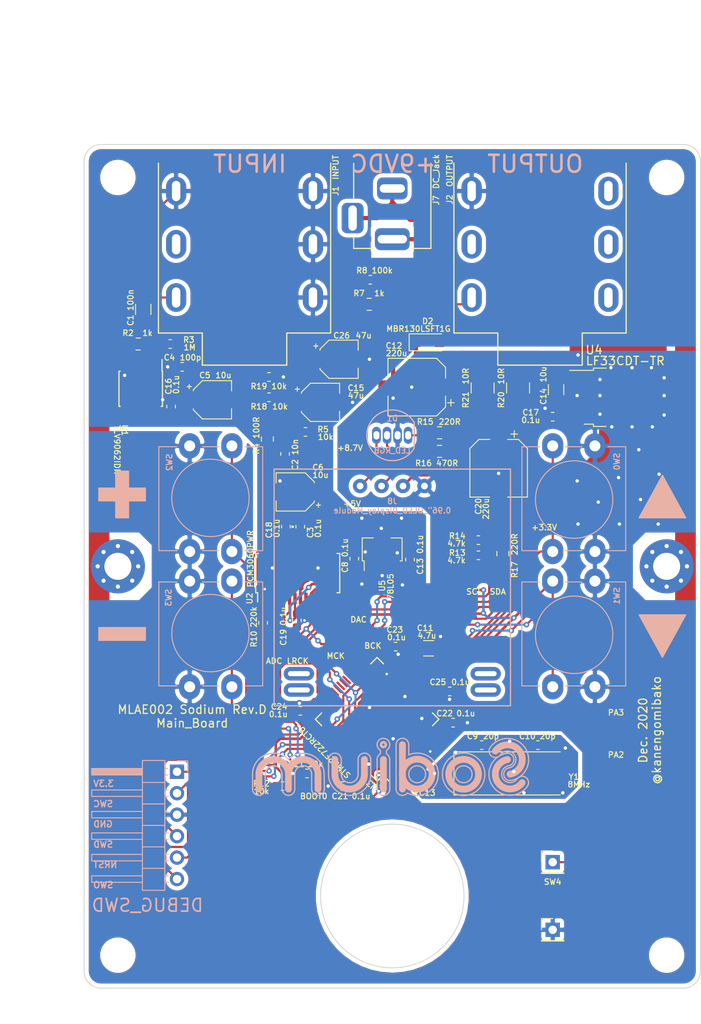
<source format=kicad_pcb>
(kicad_pcb (version 20171130) (host pcbnew "(5.1.6)-1")
  (layers (0 F.Cu signal) (31 B.Cu signal) (34 B.Paste user) (35 F.Paste user) (36 B.SilkS user) (37 F.SilkS user) (38 B.Mask user) (39 F.Mask user) (44 Edge.Cuts user))
  (net 0 "")
  (net 1 "Net-(C1-Pad1)")
  (net 2 "Net-(C1-Pad2)")
  (net 3 "Net-(C4-Pad1)")
  (net 4 "Net-(C9-Pad1)")
  (net 5 "Net-(C10-Pad1)")
  (net 6 "Net-(J1-PadR)")
  (net 7 "Net-(J2-PadTN)")
  (net 8 "Net-(J2-PadR)")
  (net 9 "Net-(J2-PadRN)")
  (net 10 "Net-(J2-PadSN)")
  (net 11 "Net-(R11-Pad1)")
  (net 12 /LADC)
  (net 13 GNDA)
  (net 14 "Net-(C5-Pad2)")
  (net 15 "Net-(C11-Pad1)")
  (net 16 +3V3)
  (net 17 /2.5V)
  (net 18 "Net-(D1-Pad4)")
  (net 19 "Net-(J2-PadT)")
  (net 20 /I2C_SCL)
  (net 21 /I2C_SDA)
  (net 22 "Net-(R2-Pad1)")
  (net 23 "Net-(R4-Pad2)")
  (net 24 /LDAC)
  (net 25 /ADCDATA)
  (net 26 /LED_RED)
  (net 27 /LED_GREEN)
  (net 28 /LED_BLUE)
  (net 29 /MCK)
  (net 30 /DACDATA)
  (net 31 /LRCK)
  (net 32 /BCK)
  (net 33 "Net-(U3-Pad23)")
  (net 34 "Net-(U3-Pad24)")
  (net 35 /SW0)
  (net 36 /SW1)
  (net 37 /SW2)
  (net 38 /SW3)
  (net 39 "Net-(U3-Pad3)")
  (net 40 "Net-(U3-Pad4)")
  (net 41 "Net-(U3-Pad8)")
  (net 42 "Net-(U3-Pad9)")
  (net 43 "Net-(U3-Pad10)")
  (net 44 "Net-(U3-Pad28)")
  (net 45 "Net-(U3-Pad35)")
  (net 46 "Net-(U3-Pad38)")
  (net 47 "Net-(U3-Pad39)")
  (net 48 "Net-(U3-Pad40)")
  (net 49 "Net-(U3-Pad41)")
  (net 50 "Net-(U3-Pad42)")
  (net 51 "Net-(U3-Pad43)")
  (net 52 "Net-(U3-Pad44)")
  (net 53 "Net-(U3-Pad45)")
  (net 54 "Net-(U3-Pad52)")
  (net 55 "Net-(U3-Pad54)")
  (net 56 "Net-(U3-Pad61)")
  (net 57 "Net-(U3-Pad62)")
  (net 58 "Net-(C12-Pad1)")
  (net 59 +5VA)
  (net 60 /SWC)
  (net 61 /SWD)
  (net 62 /NRST)
  (net 63 /SWO)
  (net 64 /SW4)
  (net 65 /CODEC_RST)
  (net 66 "Net-(C14-Pad1)")
  (net 67 "Net-(U3-Pad14)")
  (net 68 "Net-(U3-Pad11)")
  (net 69 "Net-(TP11-Pad1)")
  (net 70 "Net-(TP12-Pad1)")
  (net 71 "Net-(TP13-Pad1)")
  (net 72 "Net-(D1-Pad1)")
  (net 73 "Net-(U3-Pad27)")
  (net 74 "Net-(D1-Pad3)")
  (net 75 "Net-(C5-Pad1)")
  (net 76 "Net-(C3-Pad1)")
  (net 77 "Net-(D2-Pad2)")
  (net 78 "Net-(R10-Pad2)")
  (net 79 "Net-(U2-Pad13)")
  (net 80 "Net-(U2-Pad14)")
  (net 81 "Net-(U2-Pad17)")
  (net 82 "Net-(U2-Pad18)")
  (net 83 "Net-(U2-Pad19)")
  (net 84 "Net-(U2-Pad26)")
  (module Capacitor_SMD:C_0603_1608Metric (layer F.Cu) (at 166.5 81.3 180)
    (fp_text reference C17 (at 2.6 0.5) (layer F.SilkS) (effects (font (size 0.67 0.67) (thickness 0.127))))
    (fp_text value 0.1u (at 2.6 -0.4) (layer F.SilkS) (effects (font (size 0.67 0.67) (thickness 0.127))))
    (pad 1 smd roundrect (at -0.7875 0 180) (size 0.875 0.95) (layers F.Cu F.Paste F.Mask) (net 16 +3V3))
    (pad 2 smd roundrect (at 0.7875 0 180) (size 0.875 0.95) (layers F.Cu F.Paste F.Mask) (net 13 GNDA))
  )
  (module myFoot:OLED_Display_0.96inch (layer B.Cu) (at 147.5 89.5 180)
    (fp_text reference J8 (at 0 -1.8) (layer B.SilkS) (effects (font (size 0.67 0.67) (thickness 0.127)) (justify mirror)))
    (fp_text value 0.96"_OLED_Display_Module (at 0 -2.9) (layer B.SilkS) (effects (font (size 0.67 0.67) (thickness 0.127)) (justify mirror)))
    (pad "" thru_hole oval (at 11.065 -22.2 180) (size 3.6 1.6) (drill oval 2.6 0.6) (layers *.Cu *.Mask))
    (pad "" thru_hole oval (at -11.065 -22.2 180) (size 3.6 1.6) (drill oval 2.6 0.6) (layers *.Cu *.Mask))
    (pad "" thru_hole oval (at -11.065 -24.13 180) (size 3.6 1.6) (drill oval 2.6 0.6) (layers *.Cu *.Mask))
    (pad "" thru_hole oval (at 11.065 -24.13 180) (size 3.6 1.6) (drill oval 2.6 0.6) (layers *.Cu *.Mask))
    (pad 4 thru_hole circle (at 3.81 0 180) (size 1.7 1.7) (drill 0.8) (layers *.Cu *.Mask) (net 21 /I2C_SDA))
    (pad 3 thru_hole circle (at 1.27 0 180) (size 1.7 1.7) (drill 0.8) (layers *.Cu *.Mask) (net 20 /I2C_SCL))
    (pad 1 thru_hole circle (at -3.81 0 180) (size 1.7 1.7) (drill 0.8) (layers *.Cu *.Mask) (net 13 GNDA))
    (pad 2 thru_hole circle (at -1.27 0 180) (size 1.7 1.7) (drill 0.8) (layers *.Cu *.Mask) (net 16 +3V3))
  )
  (module "myFoot:CS4272(TSSOP28)" (layer F.Cu) (at 136.3 99.8 90)
    (fp_text reference U2 (at -3 -5.7 90) (layer F.SilkS) (effects (font (size 0.67 0.67) (thickness 0.127))))
    (fp_text value PCM3060PWR (at 1.7 -5.6 90) (layer F.SilkS) (effects (font (size 0.67 0.67) (thickness 0.127))))
    (pad 1 smd roundrect (at -3 -4.225 90) (size 1.4 0.4) (layers F.Cu F.Paste F.Mask) (net 13 GNDA))
    (pad 2 smd roundrect (at -3 -3.575 90) (size 1.4 0.4) (layers F.Cu F.Paste F.Mask) (net 13 GNDA))
    (pad 3 smd roundrect (at -3 -2.925 90) (size 1.4 0.4) (layers F.Cu F.Paste F.Mask) (net 25 /ADCDATA))
    (pad 4 smd roundrect (at -3 -2.275 90) (size 1.4 0.4) (layers F.Cu F.Paste F.Mask) (net 31 /LRCK))
    (pad 5 smd roundrect (at -3 -1.625 90) (size 1.4 0.4) (layers F.Cu F.Paste F.Mask) (net 32 /BCK))
    (pad 6 smd roundrect (at -3 -0.975 90) (size 1.4 0.4) (layers F.Cu F.Paste F.Mask) (net 29 /MCK))
    (pad 7 smd roundrect (at -3 -0.325 90) (size 1.4 0.4) (layers F.Cu F.Paste F.Mask) (net 16 +3V3))
    (pad 8 smd roundrect (at -3 0.325 90) (size 1.4 0.4) (layers F.Cu F.Paste F.Mask) (net 13 GNDA))
    (pad 9 smd roundrect (at -3 0.975 90) (size 1.4 0.4) (layers F.Cu F.Paste F.Mask) (net 29 /MCK))
    (pad 10 smd roundrect (at -3 1.625 90) (size 1.4 0.4) (layers F.Cu F.Paste F.Mask) (net 32 /BCK))
    (pad 11 smd roundrect (at -3 2.275 90) (size 1.4 0.4) (layers F.Cu F.Paste F.Mask) (net 31 /LRCK))
    (pad 12 smd roundrect (at -3 2.925 90) (size 1.4 0.4) (layers F.Cu F.Paste F.Mask) (net 30 /DACDATA))
    (pad 13 smd roundrect (at -3 3.575 90) (size 1.4 0.4) (layers F.Cu F.Paste F.Mask) (net 79 "Net-(U2-Pad13)"))
    (pad 14 smd roundrect (at -3 4.225 90) (size 1.4 0.4) (layers F.Cu F.Paste F.Mask) (net 80 "Net-(U2-Pad14)"))
    (pad 15 smd roundrect (at 3 4.225 90) (size 1.4 0.4) (layers F.Cu F.Paste F.Mask) (net 65 /CODEC_RST))
    (pad 16 smd roundrect (at 3 3.575 90) (size 1.4 0.4) (layers F.Cu F.Paste F.Mask) (net 13 GNDA))
    (pad 17 smd roundrect (at 3 2.925 90) (size 1.4 0.4) (layers F.Cu F.Paste F.Mask) (net 81 "Net-(U2-Pad17)"))
    (pad 18 smd roundrect (at 3 2.275 90) (size 1.4 0.4) (layers F.Cu F.Paste F.Mask) (net 82 "Net-(U2-Pad18)"))
    (pad 19 smd roundrect (at 3 1.625 90) (size 1.4 0.4) (layers F.Cu F.Paste F.Mask) (net 83 "Net-(U2-Pad19)"))
    (pad 20 smd roundrect (at 3 0.975 90) (size 1.4 0.4) (layers F.Cu F.Paste F.Mask) (net 24 /LDAC))
    (pad 21 smd roundrect (at 3 0.325 90) (size 1.4 0.4) (layers F.Cu F.Paste F.Mask) (net 76 "Net-(C3-Pad1)"))
    (pad 22 smd roundrect (at 3 -0.325 90) (size 1.4 0.4) (layers F.Cu F.Paste F.Mask) (net 13 GNDA))
    (pad 23 smd roundrect (at 3 -0.975 90) (size 1.4 0.4) (layers F.Cu F.Paste F.Mask) (net 13 GNDA))
    (pad 24 smd roundrect (at 3 -1.625 90) (size 1.4 0.4) (layers F.Cu F.Paste F.Mask) (net 59 +5VA))
    (pad 25 smd roundrect (at 3 -2.275 90) (size 1.4 0.4) (layers F.Cu F.Paste F.Mask) (net 12 /LADC))
    (pad 26 smd roundrect (at 3 -2.925 90) (size 1.4 0.4) (layers F.Cu F.Paste F.Mask) (net 84 "Net-(U2-Pad26)"))
    (pad 27 smd roundrect (at 3 -3.575 90) (size 1.4 0.4) (layers F.Cu F.Paste F.Mask) (net 13 GNDA))
    (pad 28 smd roundrect (at 3 -4.225 90) (size 1.4 0.4) (layers F.Cu F.Paste F.Mask) (net 78 "Net-(R10-Pad2)"))
  )
  (module MountingHole:MountingHole_3.2mm_M3_Pad_Via (layer F.Cu) (at 115 99)
    (fp_text reference * hide)
    (fp_text value a hide)
    (pad 1 thru_hole circle (at 0 0) (size 6.4 6.4) (drill 3.2) (layers *.Cu *.Mask) (net 13 GNDA))
    (pad 1 thru_hole circle (at 2.4 0) (size 0.8 0.8) (drill 0.5) (layers *.Cu *.Mask) (net 13 GNDA))
    (pad 1 thru_hole circle (at 1.697056 1.697056) (size 0.8 0.8) (drill 0.5) (layers *.Cu *.Mask) (net 13 GNDA))
    (pad 1 thru_hole circle (at 0 2.4) (size 0.8 0.8) (drill 0.5) (layers *.Cu *.Mask) (net 13 GNDA))
    (pad 1 thru_hole circle (at -1.697056 1.697056) (size 0.8 0.8) (drill 0.5) (layers *.Cu *.Mask) (net 13 GNDA))
    (pad 1 thru_hole circle (at -2.4 0) (size 0.8 0.8) (drill 0.5) (layers *.Cu *.Mask) (net 13 GNDA))
    (pad 1 thru_hole circle (at -1.697056 -1.697056) (size 0.8 0.8) (drill 0.5) (layers *.Cu *.Mask) (net 13 GNDA))
    (pad 1 thru_hole circle (at 0 -2.4) (size 0.8 0.8) (drill 0.5) (layers *.Cu *.Mask) (net 13 GNDA))
    (pad 1 thru_hole circle (at 1.697056 -1.697056) (size 0.8 0.8) (drill 0.5) (layers *.Cu *.Mask) (net 13 GNDA))
  )
  (module MountingHole:MountingHole_3.2mm_M3_Pad_Via (layer F.Cu) (at 180 99)
    (fp_text reference * hide)
    (fp_text value a hide)
    (pad 1 thru_hole circle (at 1.697056 -1.697056) (size 0.8 0.8) (drill 0.5) (layers *.Cu *.Mask) (net 13 GNDA))
    (pad 1 thru_hole circle (at 0 -2.4) (size 0.8 0.8) (drill 0.5) (layers *.Cu *.Mask) (net 13 GNDA))
    (pad 1 thru_hole circle (at -1.697056 -1.697056) (size 0.8 0.8) (drill 0.5) (layers *.Cu *.Mask) (net 13 GNDA))
    (pad 1 thru_hole circle (at -2.4 0) (size 0.8 0.8) (drill 0.5) (layers *.Cu *.Mask) (net 13 GNDA))
    (pad 1 thru_hole circle (at -1.697056 1.697056) (size 0.8 0.8) (drill 0.5) (layers *.Cu *.Mask) (net 13 GNDA))
    (pad 1 thru_hole circle (at 0 2.4) (size 0.8 0.8) (drill 0.5) (layers *.Cu *.Mask) (net 13 GNDA))
    (pad 1 thru_hole circle (at 1.697056 1.697056) (size 0.8 0.8) (drill 0.5) (layers *.Cu *.Mask) (net 13 GNDA))
    (pad 1 thru_hole circle (at 2.4 0) (size 0.8 0.8) (drill 0.5) (layers *.Cu *.Mask) (net 13 GNDA))
    (pad 1 thru_hole circle (at 0 0) (size 6.4 6.4) (drill 3.2) (layers *.Cu *.Mask) (net 13 GNDA))
  )
  (module myFoot:my_TestPoint_1.2mm (layer F.Cu) (at 163.3 94.4)
    (fp_text reference TP10 hide)
    (fp_text value +3.3V (at 2.2 0) (layer F.SilkS) (effects (font (size 0.67 0.67) (thickness 0.127))))
    (pad 1 smd circle (at 0 0) (size 1.2 1.2) (layers F.Cu F.Mask) (net 16 +3V3))
  )
  (module Capacitor_SMD:CP_Elec_6.3x5.4 (layer F.Cu) (at 160.1 87.4 270)
    (fp_text reference C20 (at 4.5 2.4 90) (layer F.SilkS) (effects (font (size 0.67 0.67) (thickness 0.127))))
    (fp_text value 220u (at 4.8 1.5 90) (layer F.SilkS) (effects (font (size 0.67 0.67) (thickness 0.127))))
    (pad 1 smd roundrect (at -2.8 0 270) (size 3.5 1.6) (layers F.Cu F.Paste F.Mask) (roundrect_rratio 0.15625) (net 16 +3V3))
    (pad 2 smd roundrect (at 2.8 0 270) (size 3.5 1.6) (layers F.Cu F.Paste F.Mask) (roundrect_rratio 0.15625) (net 13 GNDA))
  )
  (module myFoot:my_SOIC-8_3.9x4.9mm_Pitch1.27mm (layer F.Cu) (at 117.7 78 270)
    (fp_text reference U1 (at 4.9 1.9 270 unlocked) (layer F.SilkS) (effects (font (size 0.67 0.67) (thickness 0.127))))
    (fp_text value TLV9062IDR (at 7.2 2.8 270 unlocked) (layer F.SilkS) (effects (font (size 0.67 0.67) (thickness 0.127))))
    (pad 1 smd roundrect (at -2.9 -1.905 270) (size 1.55 0.6) (layers F.Cu F.Paste F.Mask) (net 23 "Net-(R4-Pad2)"))
    (pad 2 smd roundrect (at -2.9 -0.635 270) (size 1.55 0.6) (layers F.Cu F.Paste F.Mask) (net 23 "Net-(R4-Pad2)"))
    (pad 3 smd roundrect (at -2.9 0.635 270) (size 1.55 0.6) (layers F.Cu F.Paste F.Mask) (net 22 "Net-(R2-Pad1)"))
    (pad 4 smd roundrect (at -2.9 1.905 270) (size 1.55 0.6) (layers F.Cu F.Paste F.Mask) (net 13 GNDA))
    (pad 5 smd roundrect (at 2.9 1.905 270) (size 1.55 0.6) (layers F.Cu F.Paste F.Mask) (net 3 "Net-(C4-Pad1)"))
    (pad 6 smd roundrect (at 2.9 0.635 270) (size 1.55 0.6) (layers F.Cu F.Paste F.Mask) (net 75 "Net-(C5-Pad1)"))
    (pad 7 smd roundrect (at 2.9 -0.635 270) (size 1.55 0.6) (layers F.Cu F.Paste F.Mask) (net 75 "Net-(C5-Pad1)"))
    (pad 8 smd roundrect (at 2.9 -1.905 270) (size 1.55 0.6) (layers F.Cu F.Paste F.Mask) (net 59 +5VA))
  )
  (module myFoot:my_LQFP-64_10x10_P0.5_narrow (layer F.Cu) (at 145.7 117.1 135)
    (fp_text reference U3 (at -5.091169 -5.939697 135 unlocked) (layer F.SilkS) (effects (font (size 0.67 0.67) (thickness 0.127))))
    (fp_text value STM32F722RCT6 (at 1.626346 -7.141778 135 unlocked) (layer F.SilkS) (effects (font (size 0.67 0.67) (thickness 0.127))))
    (pad 1 smd roundrect (at -5.85 -3.75 135) (size 1.3 0.26) (layers F.Cu F.Paste F.Mask) (net 16 +3V3))
    (pad 2 smd roundrect (at -5.85 -3.25 135) (size 1.3 0.26) (layers F.Cu F.Paste F.Mask) (net 70 "Net-(TP12-Pad1)"))
    (pad 3 smd roundrect (at -5.85 -2.75 135) (size 1.3 0.26) (layers F.Cu F.Paste F.Mask) (net 39 "Net-(U3-Pad3)"))
    (pad 4 smd roundrect (at -5.85 -2.25 135) (size 1.3 0.26) (layers F.Cu F.Paste F.Mask) (net 40 "Net-(U3-Pad4)"))
    (pad 5 smd roundrect (at -5.85 -1.75 135) (size 1.3 0.26) (layers F.Cu F.Paste F.Mask) (net 5 "Net-(C10-Pad1)"))
    (pad 6 smd roundrect (at -5.85 -1.25 135) (size 1.3 0.26) (layers F.Cu F.Paste F.Mask) (net 4 "Net-(C9-Pad1)"))
    (pad 7 smd roundrect (at -5.85 -0.75 135) (size 1.3 0.26) (layers F.Cu F.Paste F.Mask) (net 62 /NRST))
    (pad 8 smd roundrect (at -5.85 -0.25 135) (size 1.3 0.26) (layers F.Cu F.Paste F.Mask) (net 41 "Net-(U3-Pad8)"))
    (pad 9 smd roundrect (at -5.85 0.25 135) (size 1.3 0.26) (layers F.Cu F.Paste F.Mask) (net 42 "Net-(U3-Pad9)"))
    (pad 10 smd roundrect (at -5.85 0.75 135) (size 1.3 0.26) (layers F.Cu F.Paste F.Mask) (net 43 "Net-(U3-Pad10)"))
    (pad 11 smd roundrect (at -5.85 1.25 135) (size 1.3 0.26) (layers F.Cu F.Paste F.Mask) (net 68 "Net-(U3-Pad11)"))
    (pad 12 smd roundrect (at -5.85 1.75 135) (size 1.3 0.26) (layers F.Cu F.Paste F.Mask) (net 13 GNDA))
    (pad 13 smd roundrect (at -5.85 2.25 135) (size 1.3 0.26) (layers F.Cu F.Paste F.Mask) (net 16 +3V3))
    (pad 14 smd roundrect (at -5.85 2.75 135) (size 1.3 0.26) (layers F.Cu F.Paste F.Mask) (net 67 "Net-(U3-Pad14)"))
    (pad 15 smd roundrect (at -5.85 3.25 135) (size 1.3 0.26) (layers F.Cu F.Paste F.Mask) (net 64 /SW4))
    (pad 16 smd roundrect (at -5.85 3.75 135) (size 1.3 0.26) (layers F.Cu F.Paste F.Mask) (net 69 "Net-(TP11-Pad1)"))
    (pad 17 smd roundrect (at -3.75 5.85 225) (size 1.3 0.26) (layers F.Cu F.Paste F.Mask) (net 71 "Net-(TP13-Pad1)"))
    (pad 18 smd roundrect (at -3.25 5.85 225) (size 1.3 0.26) (layers F.Cu F.Paste F.Mask) (net 13 GNDA))
    (pad 19 smd roundrect (at -2.75 5.85 225) (size 1.3 0.26) (layers F.Cu F.Paste F.Mask) (net 16 +3V3))
    (pad 20 smd roundrect (at -2.25 5.85 225) (size 1.3 0.26) (layers F.Cu F.Paste F.Mask) (net 26 /LED_RED))
    (pad 21 smd roundrect (at -1.75 5.85 225) (size 1.3 0.26) (layers F.Cu F.Paste F.Mask) (net 27 /LED_GREEN))
    (pad 22 smd roundrect (at -1.25 5.85 225) (size 1.3 0.26) (layers F.Cu F.Paste F.Mask) (net 28 /LED_BLUE))
    (pad 23 smd roundrect (at -0.75 5.85 225) (size 1.3 0.26) (layers F.Cu F.Paste F.Mask) (net 33 "Net-(U3-Pad23)"))
    (pad 24 smd roundrect (at -0.25 5.85 225) (size 1.3 0.26) (layers F.Cu F.Paste F.Mask) (net 34 "Net-(U3-Pad24)"))
    (pad 25 smd roundrect (at 0.25 5.85 225) (size 1.3 0.26) (layers F.Cu F.Paste F.Mask) (net 35 /SW0))
    (pad 26 smd roundrect (at 0.75 5.85 225) (size 1.3 0.26) (layers F.Cu F.Paste F.Mask) (net 36 /SW1))
    (pad 27 smd roundrect (at 1.25 5.85 225) (size 1.3 0.26) (layers F.Cu F.Paste F.Mask) (net 73 "Net-(U3-Pad27)"))
    (pad 28 smd roundrect (at 1.75 5.85 225) (size 1.3 0.26) (layers F.Cu F.Paste F.Mask) (net 44 "Net-(U3-Pad28)"))
    (pad 29 smd roundrect (at 2.25 5.85 225) (size 1.3 0.26) (layers F.Cu F.Paste F.Mask) (net 65 /CODEC_RST))
    (pad 30 smd roundrect (at 2.75 5.85 225) (size 1.3 0.26) (layers F.Cu F.Paste F.Mask) (net 15 "Net-(C11-Pad1)"))
    (pad 31 smd roundrect (at 3.25 5.85 225) (size 1.3 0.26) (layers F.Cu F.Paste F.Mask) (net 13 GNDA))
    (pad 32 smd roundrect (at 3.75 5.85 225) (size 1.3 0.26) (layers F.Cu F.Paste F.Mask) (net 16 +3V3))
    (pad 33 smd roundrect (at 5.85 3.75 135) (size 1.3 0.26) (layers F.Cu F.Paste F.Mask) (net 31 /LRCK))
    (pad 34 smd roundrect (at 5.85 3.25 135) (size 1.3 0.26) (layers F.Cu F.Paste F.Mask) (net 32 /BCK))
    (pad 35 smd roundrect (at 5.85 2.75 135) (size 1.3 0.26) (layers F.Cu F.Paste F.Mask) (net 45 "Net-(U3-Pad35)"))
    (pad 36 smd roundrect (at 5.85 2.25 135) (size 1.3 0.26) (layers F.Cu F.Paste F.Mask) (net 30 /DACDATA))
    (pad 37 smd roundrect (at 5.85 1.75 135) (size 1.3 0.26) (layers F.Cu F.Paste F.Mask) (net 29 /MCK))
    (pad 38 smd roundrect (at 5.85 1.25 135) (size 1.3 0.26) (layers F.Cu F.Paste F.Mask) (net 46 "Net-(U3-Pad38)"))
    (pad 39 smd roundrect (at 5.85 0.75 135) (size 1.3 0.26) (layers F.Cu F.Paste F.Mask) (net 47 "Net-(U3-Pad39)"))
    (pad 40 smd roundrect (at 5.85 0.25 135) (size 1.3 0.26) (layers F.Cu F.Paste F.Mask) (net 48 "Net-(U3-Pad40)"))
    (pad 41 smd roundrect (at 5.85 -0.25 135) (size 1.3 0.26) (layers F.Cu F.Paste F.Mask) (net 49 "Net-(U3-Pad41)"))
    (pad 42 smd roundrect (at 5.85 -0.75 135) (size 1.3 0.26) (layers F.Cu F.Paste F.Mask) (net 50 "Net-(U3-Pad42)"))
    (pad 43 smd roundrect (at 5.85 -1.25 135) (size 1.3 0.26) (layers F.Cu F.Paste F.Mask) (net 51 "Net-(U3-Pad43)"))
    (pad 44 smd roundrect (at 5.85 -1.75 135) (size 1.3 0.26) (layers F.Cu F.Paste F.Mask) (net 52 "Net-(U3-Pad44)"))
    (pad 45 smd roundrect (at 5.85 -2.25 135) (size 1.3 0.26) (layers F.Cu F.Paste F.Mask) (net 53 "Net-(U3-Pad45)"))
    (pad 46 smd roundrect (at 5.85 -2.75 135) (size 1.3 0.26) (layers F.Cu F.Paste F.Mask) (net 61 /SWD))
    (pad 47 smd roundrect (at 5.85 -3.25 135) (size 1.3 0.26) (layers F.Cu F.Paste F.Mask) (net 13 GNDA))
    (pad 48 smd roundrect (at 5.85 -3.75 135) (size 1.3 0.26) (layers F.Cu F.Paste F.Mask) (net 16 +3V3))
    (pad 49 smd roundrect (at 3.75 -5.85 225) (size 1.3 0.26) (layers F.Cu F.Paste F.Mask) (net 60 /SWC))
    (pad 50 smd roundrect (at 3.25 -5.85 225) (size 1.3 0.26) (layers F.Cu F.Paste F.Mask) (net 31 /LRCK))
    (pad 51 smd roundrect (at 2.75 -5.85 225) (size 1.3 0.26) (layers F.Cu F.Paste F.Mask) (net 32 /BCK))
    (pad 52 smd roundrect (at 2.25 -5.85 225) (size 1.3 0.26) (layers F.Cu F.Paste F.Mask) (net 54 "Net-(U3-Pad52)"))
    (pad 53 smd roundrect (at 1.75 -5.85 225) (size 1.3 0.26) (layers F.Cu F.Paste F.Mask) (net 25 /ADCDATA))
    (pad 54 smd roundrect (at 1.25 -5.85 225) (size 1.3 0.26) (layers F.Cu F.Paste F.Mask) (net 55 "Net-(U3-Pad54)"))
    (pad 55 smd roundrect (at 0.75 -5.85 225) (size 1.3 0.26) (layers F.Cu F.Paste F.Mask) (net 63 /SWO))
    (pad 56 smd roundrect (at 0.25 -5.85 225) (size 1.3 0.26) (layers F.Cu F.Paste F.Mask) (net 37 /SW2))
    (pad 57 smd roundrect (at -0.25 -5.85 225) (size 1.3 0.26) (layers F.Cu F.Paste F.Mask) (net 38 /SW3))
    (pad 58 smd roundrect (at -0.75 -5.85 225) (size 1.3 0.26) (layers F.Cu F.Paste F.Mask) (net 20 /I2C_SCL))
    (pad 59 smd roundrect (at -1.25 -5.85 225) (size 1.3 0.26) (layers F.Cu F.Paste F.Mask) (net 21 /I2C_SDA))
    (pad 60 smd roundrect (at -1.75 -5.85 225) (size 1.3 0.26) (layers F.Cu F.Paste F.Mask) (net 11 "Net-(R11-Pad1)"))
    (pad 61 smd roundrect (at -2.25 -5.85 225) (size 1.3 0.26) (layers F.Cu F.Paste F.Mask) (net 56 "Net-(U3-Pad61)"))
    (pad 62 smd roundrect (at -2.75 -5.85 225) (size 1.3 0.26) (layers F.Cu F.Paste F.Mask) (net 57 "Net-(U3-Pad62)"))
    (pad 63 smd roundrect (at -3.25 -5.85 225) (size 1.3 0.26) (layers F.Cu F.Paste F.Mask) (net 13 GNDA))
    (pad 64 smd roundrect (at -3.75 -5.85 225) (size 1.3 0.26) (layers F.Cu F.Paste F.Mask) (net 16 +3V3))
  )
  (module Capacitor_SMD:C_0603_1608Metric (layer F.Cu) (at 149.6 98.2 270)
    (fp_text reference C13 (at 0.8 -1.2 90) (layer F.SilkS) (effects (font (size 0.67 0.67) (thickness 0.127))))
    (fp_text value 0.1u (at -1.8 -1.2 90) (layer F.SilkS) (effects (font (size 0.67 0.67) (thickness 0.127))))
    (pad 1 smd roundrect (at -0.7875 0 270) (size 0.875 0.95) (layers F.Cu F.Paste F.Mask) (net 13 GNDA))
    (pad 2 smd roundrect (at 0.7875 0 270) (size 0.875 0.95) (layers F.Cu F.Paste F.Mask) (net 58 "Net-(C12-Pad1)"))
  )
  (module myFoot:my_LED_5mm_RGB_mirror (layer B.Cu) (at 147.5 83.5)
    (fp_text reference D1 (at 0 -2) (layer B.SilkS) (effects (font (size 0.67 0.67) (thickness 0.127)) (justify mirror)))
    (fp_text value LED_RGB (at 0 1.8) (layer B.SilkS) (effects (font (size 0.67 0.67) (thickness 0.127)) (justify mirror)))
    (pad 1 thru_hole oval (at 1.875 0) (size 1.02 2) (drill oval 0.7 1) (layers *.Cu *.Mask) (net 72 "Net-(D1-Pad1)"))
    (pad 2 thru_hole oval (at 0.625 0) (size 1.02 2) (drill oval 0.7 1) (layers *.Cu *.Mask) (net 13 GNDA))
    (pad 3 thru_hole oval (at -0.625 0) (size 1.02 2) (drill oval 0.7 1) (layers *.Cu *.Mask) (net 74 "Net-(D1-Pad3)"))
    (pad 4 thru_hole oval (at -1.875 0) (size 1.02 2) (drill oval 0.7 1) (layers *.Cu *.Mask) (net 18 "Net-(D1-Pad4)"))
  )
  (module myFoot:my_DC_Jack (layer F.Cu) (at 147.5 46.8 270)
    (fp_text reference J7 (at 8.9 -5.2 270) (layer F.SilkS) (effects (font (size 0.67 0.67) (thickness 0.127))))
    (fp_text value DC_Jack (at 5.5 -5.2 270) (layer F.SilkS) (effects (font (size 0.67 0.67) (thickness 0.127))))
    (pad 3 thru_hole roundrect (at 11 4.7 270) (size 3.6 2.6) (drill oval 3 1) (layers *.Cu *.Mask) (net 77 "Net-(D2-Pad2)"))
    (pad 2 thru_hole roundrect (at 7.5 0 270) (size 2.6 3.6) (drill oval 1 3) (layers *.Cu *.Mask) (net 77 "Net-(D2-Pad2)"))
    (pad 1 thru_hole roundrect (at 13.5 0 270) (size 2.6 4.1) (drill oval 1 3.5) (layers *.Cu *.Mask) (net 13 GNDA))
  )
  (module Connector_PinHeader_2.54mm:PinHeader_1x06_P2.54mm_Horizontal (layer B.Cu) (at 122 123.3 180)
    (fp_text reference J3 hide)
    (fp_text value DEBUG_SWD (at 3.5 -15.8) (layer B.SilkS) (effects (font (size 1.5 1.5) (thickness 0.2)) (justify mirror)))
    (pad 6 thru_hole oval (at 0 -12.7 180) (size 1.7 1.7) (drill 1) (layers *.Cu *.Mask) (net 63 /SWO))
    (pad 5 thru_hole oval (at 0 -10.16 180) (size 1.7 1.7) (drill 1) (layers *.Cu *.Mask) (net 62 /NRST))
    (pad 4 thru_hole oval (at 0 -7.62 180) (size 1.7 1.7) (drill 1) (layers *.Cu *.Mask) (net 61 /SWD))
    (pad 3 thru_hole oval (at 0 -5.08 180) (size 1.7 1.7) (drill 1) (layers *.Cu *.Mask) (net 13 GNDA))
    (pad 2 thru_hole oval (at 0 -2.54 180) (size 1.7 1.7) (drill 1) (layers *.Cu *.Mask) (net 60 /SWC))
    (pad 1 thru_hole rect (at 0 0 180) (size 1.7 1.7) (drill 1) (layers *.Cu *.Mask) (net 16 +3V3))
  )
  (module MountingHole:MountingHole_3.2mm_M3 (layer F.Cu) (at 180 53)
    (fp_text reference * hide)
    (fp_text value m hide)
    (pad 1 np_thru_hole circle (at 0 0) (size 3.2 3.2) (drill 3.2) (layers *.Cu *.Mask))
  )
  (module MountingHole:MountingHole_3.2mm_M3 (layer F.Cu) (at 115 53)
    (fp_text reference * hide)
    (fp_text value m hide)
    (pad 1 np_thru_hole circle (at 0 0) (size 3.2 3.2) (drill 3.2) (layers *.Cu *.Mask))
  )
  (module MountingHole:MountingHole_3.2mm_M3 (layer F.Cu) (at 115 145)
    (fp_text reference * hide)
    (fp_text value m hide)
    (pad 1 np_thru_hole circle (at 0 0) (size 3.2 3.2) (drill 3.2) (layers *.Cu *.Mask))
  )
  (module MountingHole:MountingHole_3.2mm_M3 (layer F.Cu) (at 180 145)
    (fp_text reference * hide)
    (fp_text value m hide)
    (pad 1 np_thru_hole circle (at 0 0) (size 3.2 3.2) (drill 3.2) (layers *.Cu *.Mask))
  )
  (module myFoot:my_TestPoint_1.2mm (layer F.Cu) (at 140.8 108.3)
    (fp_text reference TP1 hide)
    (fp_text value MCK (at 0 1.3) (layer F.SilkS) (effects (font (size 0.67 0.67) (thickness 0.127))))
    (pad 1 smd circle (at 0 0) (size 1.2 1.2) (layers F.Cu F.Mask) (net 29 /MCK))
  )
  (module myFoot:my_TestPoint_1.2mm (layer F.Cu) (at 133.5 108.9)
    (fp_text reference TP2 hide)
    (fp_text value ADC (at 0 1.3) (layer F.SilkS) (effects (font (size 0.67 0.67) (thickness 0.127))))
    (pad 1 smd circle (at 0 0) (size 1.2 1.2) (layers F.Cu F.Mask) (net 25 /ADCDATA))
  )
  (module myFoot:my_TestPoint_1.2mm (layer F.Cu) (at 141.7 105.3)
    (fp_text reference TP3 hide)
    (fp_text value DAC (at 1.8 0) (layer F.SilkS) (effects (font (size 0.67 0.67) (thickness 0.127))))
    (pad 1 smd circle (at 0 0) (size 1.2 1.2) (layers F.Cu F.Mask) (net 30 /DACDATA))
  )
  (module myFoot:my_TestPoint_1.2mm (layer F.Cu) (at 136.3 108.9)
    (fp_text reference TP4 hide)
    (fp_text value LRCK (at 0 1.3) (layer F.SilkS) (effects (font (size 0.67 0.67) (thickness 0.127))))
    (pad 1 smd circle (at 0 0) (size 1.2 1.2) (layers F.Cu F.Mask) (net 31 /LRCK))
  )
  (module myFoot:my_TestPoint_1.2mm (layer F.Cu) (at 143.3 108.4)
    (fp_text reference TP5 hide)
    (fp_text value BCK (at 1.9 0) (layer F.SilkS) (effects (font (size 0.67 0.67) (thickness 0.127))))
    (pad 1 smd circle (at 0 0) (size 1.2 1.2) (layers F.Cu F.Mask) (net 32 /BCK))
  )
  (module myFoot:my_TestPoint_1.2mm (layer F.Cu) (at 157.5 100.5)
    (fp_text reference TP6 hide)
    (fp_text value SCL (at -0.3 1.5) (layer F.SilkS) (effects (font (size 0.67 0.67) (thickness 0.127))))
    (pad 1 smd circle (at 0 0) (size 1.2 1.2) (layers F.Cu F.Mask) (net 20 /I2C_SCL))
  )
  (module myFoot:my_TestPoint_1.2mm (layer F.Cu) (at 160 100.5)
    (fp_text reference TP7 hide)
    (fp_text value SDA (at 0 1.5) (layer F.SilkS) (effects (font (size 0.67 0.67) (thickness 0.127))))
    (pad 1 smd circle (at 0 0) (size 1.2 1.2) (layers F.Cu F.Mask) (net 21 /I2C_SDA))
  )
  (module myFoot:my_TestPoint_1.2mm (layer F.Cu) (at 142.5 83.7)
    (fp_text reference TP8 hide)
    (fp_text value +8.7V (at 0 1.3) (layer F.SilkS) (effects (font (size 0.67 0.67) (thickness 0.127))))
    (pad 1 smd circle (at 0 0) (size 1.2 1.2) (layers F.Cu F.Mask) (net 58 "Net-(C12-Pad1)"))
  )
  (module myFoot:my_TestPoint_1.2mm (layer F.Cu) (at 140.9 91.6)
    (fp_text reference TP9 hide)
    (fp_text value +5V (at 1.85 0) (layer F.SilkS) (effects (font (size 0.67 0.67) (thickness 0.127))))
    (pad 1 smd circle (at 0 0) (size 1.2 1.2) (layers F.Cu F.Mask) (net 59 +5VA))
  )
  (module myFoot:my_TestPoint_1.2mm (layer F.Cu) (at 174 120)
    (fp_text reference TP11 hide)
    (fp_text value PA2 (at 0 1.3) (layer F.SilkS) (effects (font (size 0.67 0.67) (thickness 0.127))))
    (pad 1 smd circle (at 0 0) (size 1.2 1.2) (layers F.Cu F.Mask) (net 69 "Net-(TP11-Pad1)"))
  )
  (module myFoot:my_TestPoint_1.2mm (layer F.Cu) (at 149.1 125.8)
    (fp_text reference TP12 hide)
    (fp_text value PC13 (at 2.2 0) (layer F.SilkS) (effects (font (size 0.67 0.67) (thickness 0.127))))
    (pad 1 smd circle (at 0 0) (size 1.2 1.2) (layers F.Cu F.Mask) (net 70 "Net-(TP12-Pad1)"))
  )
  (module myFoot:my_TestPoint_1.2mm (layer F.Cu) (at 174 117.5)
    (fp_text reference TP13 hide)
    (fp_text value PA3 (at 0 -1.2) (layer F.SilkS) (effects (font (size 0.67 0.67) (thickness 0.127))))
    (pad 1 smd circle (at 0 0) (size 1.2 1.2) (layers F.Cu F.Mask) (net 71 "Net-(TP13-Pad1)"))
  )
  (module myFoot:my_SW_PUSH_12mm (layer B.Cu) (at 169 91 270)
    (fp_text reference SW0 (at -4.4 -5.1 90) (layer B.SilkS) (effects (font (size 0.67 0.67) (thickness 0.127)) (justify mirror)))
    (fp_text value SW0 (at -4.4 -5.1 90) (layer B.SilkS) (effects (font (size 0.67 0.67) (thickness 0.127)) (justify mirror)))
    (pad 2 thru_hole oval (at -6.25 -2.5 270) (size 3 2.5) (drill 1.3) (layers *.Cu *.Mask) (net 13 GNDA))
    (pad 1 thru_hole oval (at -6.25 2.5 270) (size 3 2.5) (drill 1.3) (layers *.Cu *.Mask) (net 35 /SW0))
    (pad 2 thru_hole oval (at 6.25 -2.5 270) (size 3 2.5) (drill 1.3) (layers *.Cu *.Mask) (net 13 GNDA))
    (pad 1 thru_hole oval (at 6.25 2.5 270) (size 3 2.5) (drill 1.3) (layers *.Cu *.Mask) (net 35 /SW0))
  )
  (module myFoot:my_SW_PUSH_12mm (layer B.Cu) (at 169 107 270)
    (fp_text reference SW1 (at -4.5 -5.1 90) (layer B.SilkS) (effects (font (size 0.67 0.67) (thickness 0.127)) (justify mirror)))
    (fp_text value SW1 (at -4.5 -5.1 90) (layer B.SilkS) (effects (font (size 0.67 0.67) (thickness 0.127)) (justify mirror)))
    (pad 2 thru_hole oval (at -6.25 -2.5 270) (size 3 2.5) (drill 1.3) (layers *.Cu *.Mask) (net 13 GNDA))
    (pad 1 thru_hole oval (at -6.25 2.5 270) (size 3 2.5) (drill 1.3) (layers *.Cu *.Mask) (net 36 /SW1))
    (pad 2 thru_hole oval (at 6.25 -2.5 270) (size 3 2.5) (drill 1.3) (layers *.Cu *.Mask) (net 13 GNDA))
    (pad 1 thru_hole oval (at 6.25 2.5 270) (size 3 2.5) (drill 1.3) (layers *.Cu *.Mask) (net 36 /SW1))
  )
  (module myFoot:my_SW_PUSH_12mm (layer B.Cu) (at 126 91 90)
    (fp_text reference SW2 (at 4.3 -4.9 90) (layer B.SilkS) (effects (font (size 0.67 0.67) (thickness 0.127)) (justify mirror)))
    (fp_text value SW2 (at 4.3 -4.9 90) (layer B.SilkS) (effects (font (size 0.67 0.67) (thickness 0.127)) (justify mirror)))
    (pad 2 thru_hole oval (at -6.25 -2.5 90) (size 3 2.5) (drill 1.3) (layers *.Cu *.Mask) (net 13 GNDA))
    (pad 1 thru_hole oval (at -6.25 2.5 90) (size 3 2.5) (drill 1.3) (layers *.Cu *.Mask) (net 37 /SW2))
    (pad 2 thru_hole oval (at 6.25 -2.5 90) (size 3 2.5) (drill 1.3) (layers *.Cu *.Mask) (net 13 GNDA))
    (pad 1 thru_hole oval (at 6.25 2.5 90) (size 3 2.5) (drill 1.3) (layers *.Cu *.Mask) (net 37 /SW2))
  )
  (module myFoot:my_SW_PUSH_12mm (layer B.Cu) (at 126 107 90)
    (fp_text reference SW3 (at 4.3 -5 90) (layer B.SilkS) (effects (font (size 0.67 0.67) (thickness 0.127)) (justify mirror)))
    (fp_text value SW3 (at 4.3 -5 90) (layer B.SilkS) (effects (font (size 0.67 0.67) (thickness 0.127)) (justify mirror)))
    (pad 2 thru_hole oval (at -6.25 -2.5 90) (size 3 2.5) (drill 1.3) (layers *.Cu *.Mask) (net 13 GNDA))
    (pad 1 thru_hole oval (at -6.25 2.5 90) (size 3 2.5) (drill 1.3) (layers *.Cu *.Mask) (net 38 /SW3))
    (pad 2 thru_hole oval (at 6.25 -2.5 90) (size 3 2.5) (drill 1.3) (layers *.Cu *.Mask) (net 13 GNDA))
    (pad 1 thru_hole oval (at 6.25 2.5 90) (size 3 2.5) (drill 1.3) (layers *.Cu *.Mask) (net 38 /SW3))
  )
  (module myFoot:my_Phone_Jack_Daier (layer F.Cu) (at 130 49 270)
    (fp_text reference J1 (at 5.6 -10.8 90) (layer F.SilkS) (effects (font (size 0.67 0.67) (thickness 0.127))))
    (fp_text value INPUT (at 2.8 -10.8 90) (layer F.SilkS) (effects (font (size 0.67 0.67) (thickness 0.127))))
    (pad TN thru_hole oval (at 18.2 -8.1 270) (size 3.4 2.4) (drill oval 2.4 1) (layers *.Cu *.Mask) (net 13 GNDA))
    (pad T thru_hole oval (at 18.2 8.1 270) (size 3.4 2.4) (drill oval 2.4 1) (layers *.Cu *.Mask) (net 2 "Net-(C1-Pad2)"))
    (pad R thru_hole oval (at 11.9 8.1 270) (size 3.4 2.4) (drill oval 2.4 1) (layers *.Cu *.Mask) (net 6 "Net-(J1-PadR)"))
    (pad S thru_hole oval (at 5.6 8.1 270) (size 3.4 2.4) (drill oval 2.4 1) (layers *.Cu *.Mask) (net 13 GNDA))
    (pad RN thru_hole oval (at 11.9 -8.1 270) (size 3.4 2.4) (drill oval 2.4 1) (layers *.Cu *.Mask) (net 13 GNDA))
    (pad SN thru_hole oval (at 5.6 -8.1 270) (size 3.4 2.4) (drill oval 2.4 1) (layers *.Cu *.Mask) (net 13 GNDA))
  )
  (module myFoot:my_Phone_Jack_Daier (layer F.Cu) (at 165 49 270)
    (fp_text reference J2 (at 6.6 10.7 90) (layer F.SilkS) (effects (font (size 0.67 0.67) (thickness 0.127))))
    (fp_text value OUTPUT (at 3.2 10.7 90) (layer F.SilkS) (effects (font (size 0.67 0.67) (thickness 0.127))))
    (pad TN thru_hole oval (at 18.2 -8.1 270) (size 3.4 2.4) (drill oval 2.4 1) (layers *.Cu *.Mask) (net 7 "Net-(J2-PadTN)"))
    (pad T thru_hole oval (at 18.2 8.1 270) (size 3.4 2.4) (drill oval 2.4 1) (layers *.Cu *.Mask) (net 19 "Net-(J2-PadT)"))
    (pad R thru_hole oval (at 11.9 8.1 270) (size 3.4 2.4) (drill oval 2.4 1) (layers *.Cu *.Mask) (net 8 "Net-(J2-PadR)"))
    (pad S thru_hole oval (at 5.6 8.1 270) (size 3.4 2.4) (drill oval 2.4 1) (layers *.Cu *.Mask) (net 13 GNDA))
    (pad RN thru_hole oval (at 11.9 -8.1 270) (size 3.4 2.4) (drill oval 2.4 1) (layers *.Cu *.Mask) (net 9 "Net-(J2-PadRN)"))
    (pad SN thru_hole oval (at 5.6 -8.1 270) (size 3.4 2.4) (drill oval 2.4 1) (layers *.Cu *.Mask) (net 10 "Net-(J2-PadSN)"))
  )
  (module Connector_PinHeader_2.54mm:PinHeader_1x01_P2.54mm_Vertical (layer F.Cu) (at 166.5 134)
    (fp_text reference J9 hide)
    (fp_text value SW4 (at 0 2.33) (layer F.SilkS) (effects (font (size 0.67 0.67) (thickness 0.127))))
    (pad 1 thru_hole rect (at 0 0) (size 1.7 1.7) (drill 1) (layers *.Cu *.Mask) (net 64 /SW4))
  )
  (module Connector_PinHeader_2.54mm:PinHeader_1x01_P2.54mm_Vertical (layer F.Cu) (at 166.5 142)
    (fp_text reference J10 hide)
    (fp_text value SW4_GND hide)
    (pad 1 thru_hole rect (at 0 0) (size 1.7 1.7) (drill 1) (layers *.Cu *.Mask) (net 13 GNDA))
  )
  (module Capacitor_SMD:C_1206_3216Metric (layer F.Cu) (at 118 68.6 90)
    (fp_text reference C1 (at -1.3 -1.5 90) (layer F.SilkS) (effects (font (size 0.67 0.67) (thickness 0.127))))
    (fp_text value 100n (at 1.1 -1.5 90) (layer F.SilkS) (effects (font (size 0.67 0.67) (thickness 0.127))))
    (pad 2 smd roundrect (at 1.4 0 90) (size 1.25 1.75) (layers F.Cu F.Paste F.Mask) (roundrect_rratio 0.2) (net 2 "Net-(C1-Pad2)"))
    (pad 1 smd roundrect (at -1.4 0 90) (size 1.25 1.75) (layers F.Cu F.Paste F.Mask) (roundrect_rratio 0.2) (net 1 "Net-(C1-Pad1)"))
  )
  (module Capacitor_SMD:C_0603_1608Metric (layer F.Cu) (at 134.8 85.7 270)
    (fp_text reference C2 (at 1.2875 -1.2 90) (layer F.SilkS) (effects (font (size 0.67 0.67) (thickness 0.127))))
    (fp_text value 10n (at -0.8125 -1.2 90) (layer F.SilkS) (effects (font (size 0.67 0.67) (thickness 0.127))))
    (pad 1 smd roundrect (at -0.7875 0 270) (size 0.875 0.95) (layers F.Cu F.Paste F.Mask) (net 12 /LADC))
    (pad 2 smd roundrect (at 0.7875 0 270) (size 0.875 0.95) (layers F.Cu F.Paste F.Mask) (net 13 GNDA))
  )
  (module Capacitor_SMD:C_0603_1608Metric (layer F.Cu) (at 122.6125 75.4 180)
    (fp_text reference C4 (at 1.5125 1.1) (layer F.SilkS) (effects (font (size 0.67 0.67) (thickness 0.127))))
    (fp_text value 100p (at -0.9875 1.1) (layer F.SilkS) (effects (font (size 0.67 0.67) (thickness 0.127))))
    (pad 1 smd roundrect (at -0.7875 0 180) (size 0.875 0.95) (layers F.Cu F.Paste F.Mask) (net 3 "Net-(C4-Pad1)"))
    (pad 2 smd roundrect (at 0.7875 0 180) (size 0.875 0.95) (layers F.Cu F.Paste F.Mask) (net 13 GNDA))
  )
  (module Capacitor_SMD:CP_Elec_4x3 (layer F.Cu) (at 126.2 79.3)
    (fp_text reference C5 (at -0.9 -2.9) (layer F.SilkS) (effects (font (size 0.67 0.67) (thickness 0.127))))
    (fp_text value 10u (at 1.3 -2.9) (layer F.SilkS) (effects (font (size 0.67 0.67) (thickness 0.127))))
    (pad 1 smd roundrect (at -1.8 0) (size 2.6 1.6) (layers F.Cu F.Paste F.Mask) (roundrect_rratio 0.15625) (net 75 "Net-(C5-Pad1)"))
    (pad 2 smd roundrect (at 1.8 0) (size 2.6 1.6) (layers F.Cu F.Paste F.Mask) (roundrect_rratio 0.15625) (net 14 "Net-(C5-Pad2)"))
  )
  (module Capacitor_SMD:C_0603_1608Metric (layer F.Cu) (at 158.1 120.15)
    (fp_text reference C9 (at -1.1 -1.05) (layer F.SilkS) (effects (font (size 0.67 0.67) (thickness 0.127))))
    (fp_text value 20p (at 1.1 -1.05) (layer F.SilkS) (effects (font (size 0.67 0.67) (thickness 0.127))))
    (pad 1 smd roundrect (at -0.7875 0) (size 0.875 0.95) (layers F.Cu F.Paste F.Mask) (net 4 "Net-(C9-Pad1)"))
    (pad 2 smd roundrect (at 0.7875 0) (size 0.875 0.95) (layers F.Cu F.Paste F.Mask) (net 13 GNDA))
  )
  (module Capacitor_SMD:C_0603_1608Metric (layer F.Cu) (at 164.75 120.15 180)
    (fp_text reference C10 (at 1.25 1.05) (layer F.SilkS) (effects (font (size 0.67 0.67) (thickness 0.127))))
    (fp_text value 20p (at -1.15 1.05) (layer F.SilkS) (effects (font (size 0.67 0.67) (thickness 0.127))))
    (pad 2 smd roundrect (at 0.7875 0 180) (size 0.875 0.95) (layers F.Cu F.Paste F.Mask) (net 13 GNDA))
    (pad 1 smd roundrect (at -0.7875 0 180) (size 0.875 0.95) (layers F.Cu F.Paste F.Mask) (net 5 "Net-(C10-Pad1)"))
  )
  (module Capacitor_SMD:C_1206_3216Metric (layer F.Cu) (at 151.8 108.7)
    (fp_text reference C11 (at -0.4 -2.4) (layer F.SilkS) (effects (font (size 0.67 0.67) (thickness 0.127))))
    (fp_text value 4.7u (at -0.2 -1.5) (layer F.SilkS) (effects (font (size 0.67 0.67) (thickness 0.127))))
    (pad 2 smd roundrect (at 1.4 0) (size 1.25 1.75) (layers F.Cu F.Paste F.Mask) (roundrect_rratio 0.2) (net 13 GNDA))
    (pad 1 smd roundrect (at -1.4 0) (size 1.25 1.75) (layers F.Cu F.Paste F.Mask) (roundrect_rratio 0.2) (net 15 "Net-(C11-Pad1)"))
  )
  (module Capacitor_SMD:CP_Elec_6.3x5.4 (layer F.Cu) (at 150.4 77.8 180)
    (fp_text reference C12 (at 2.7 4.9) (layer F.SilkS) (effects (font (size 0.67 0.67) (thickness 0.127))))
    (fp_text value 220u (at 2.4 4) (layer F.SilkS) (effects (font (size 0.67 0.67) (thickness 0.127))))
    (pad 1 smd roundrect (at -2.8 0 180) (size 3.5 1.6) (layers F.Cu F.Paste F.Mask) (roundrect_rratio 0.15625) (net 58 "Net-(C12-Pad1)"))
    (pad 2 smd roundrect (at 2.8 0 180) (size 3.5 1.6) (layers F.Cu F.Paste F.Mask) (roundrect_rratio 0.15625) (net 13 GNDA))
  )
  (module Capacitor_SMD:C_1206_3216Metric (layer F.Cu) (at 166.9 78.1 270)
    (fp_text reference C14 (at 0.8 1.5 90) (layer F.SilkS) (effects (font (size 0.67 0.67) (thickness 0.127))))
    (fp_text value 10u (at -1.8 1.5 90) (layer F.SilkS) (effects (font (size 0.67 0.67) (thickness 0.127))))
    (pad 1 smd roundrect (at -1.4 0 270) (size 1.25 1.75) (layers F.Cu F.Paste F.Mask) (roundrect_rratio 0.2) (net 66 "Net-(C14-Pad1)"))
    (pad 2 smd roundrect (at 1.4 0 270) (size 1.25 1.75) (layers F.Cu F.Paste F.Mask) (roundrect_rratio 0.2) (net 13 GNDA))
  )
  (module Capacitor_SMD:C_0603_1608Metric (layer F.Cu) (at 121.3 80.1 90)
    (fp_text reference C16 (at 2.4 -0.3 90) (layer F.SilkS) (effects (font (size 0.67 0.67) (thickness 0.127))))
    (fp_text value 0.1u (at 2.6 0.6 90) (layer F.SilkS) (effects (font (size 0.67 0.67) (thickness 0.127))))
    (pad 2 smd roundrect (at 0.7875 0 90) (size 0.875 0.95) (layers F.Cu F.Paste F.Mask) (net 13 GNDA))
    (pad 1 smd roundrect (at -0.7875 0 90) (size 0.875 0.95) (layers F.Cu F.Paste F.Mask) (net 59 +5VA))
  )
  (module Capacitor_SMD:C_0603_1608Metric (layer F.Cu) (at 134.9 94.3 90)
    (fp_text reference C18 (at -0.4 -2 90) (layer F.SilkS) (effects (font (size 0.67 0.67) (thickness 0.127))))
    (fp_text value 0.1u (at -0.2 -1.1 90) (layer F.SilkS) (effects (font (size 0.67 0.67) (thickness 0.127))))
    (pad 1 smd roundrect (at -0.7875 0 90) (size 0.875 0.95) (layers F.Cu F.Paste F.Mask) (net 59 +5VA))
    (pad 2 smd roundrect (at 0.7875 0 90) (size 0.875 0.95) (layers F.Cu F.Paste F.Mask) (net 13 GNDA))
  )
  (module Capacitor_SMD:C_0603_1608Metric (layer F.Cu) (at 136.2 105.4 270)
    (fp_text reference C19 (at 2 1.6 90) (layer F.SilkS) (effects (font (size 0.67 0.67) (thickness 0.127))))
    (fp_text value 0.1u (at -0.5 1.6 90) (layer F.SilkS) (effects (font (size 0.67 0.67) (thickness 0.127))))
    (pad 1 smd roundrect (at -0.7875 0 270) (size 0.875 0.95) (layers F.Cu F.Paste F.Mask) (net 16 +3V3))
    (pad 2 smd roundrect (at 0.7875 0 270) (size 0.875 0.95) (layers F.Cu F.Paste F.Mask) (net 13 GNDA))
  )
  (module Capacitor_SMD:C_0603_1608Metric (layer F.Cu) (at 141.6 125 180)
    (fp_text reference C21 (at 0.3 -1.2) (layer F.SilkS) (effects (font (size 0.67 0.67) (thickness 0.127))))
    (fp_text value 0.1u (at -2.2 -1.2) (layer F.SilkS) (effects (font (size 0.67 0.67) (thickness 0.127))))
    (pad 2 smd roundrect (at 0.7875 0 180) (size 0.875 0.95) (layers F.Cu F.Paste F.Mask) (net 13 GNDA))
    (pad 1 smd roundrect (at -0.7875 0 180) (size 0.875 0.95) (layers F.Cu F.Paste F.Mask) (net 16 +3V3))
  )
  (module Capacitor_SMD:C_0603_1608Metric (layer F.Cu) (at 154.7 117.5)
    (fp_text reference C22 (at -1 -1.1) (layer F.SilkS) (effects (font (size 0.67 0.67) (thickness 0.127))))
    (fp_text value 0.1u (at 1.5 -1.1) (layer F.SilkS) (effects (font (size 0.67 0.67) (thickness 0.127))))
    (pad 1 smd roundrect (at -0.7875 0) (size 0.875 0.95) (layers F.Cu F.Paste F.Mask) (net 16 +3V3))
    (pad 2 smd roundrect (at 0.7875 0) (size 0.875 0.95) (layers F.Cu F.Paste F.Mask) (net 13 GNDA))
  )
  (module Capacitor_SMD:C_0603_1608Metric (layer F.Cu) (at 147.9 108.5)
    (fp_text reference C23 (at -0.1 -2) (layer F.SilkS) (effects (font (size 0.67 0.67) (thickness 0.127))))
    (fp_text value 0.1u (at 0.1 -1.1) (layer F.SilkS) (effects (font (size 0.67 0.67) (thickness 0.127))))
    (pad 2 smd roundrect (at 0.7875 0) (size 0.875 0.95) (layers F.Cu F.Paste F.Mask) (net 13 GNDA))
    (pad 1 smd roundrect (at -0.7875 0) (size 0.875 0.95) (layers F.Cu F.Paste F.Mask) (net 16 +3V3))
  )
  (module Capacitor_SMD:C_0603_1608Metric (layer F.Cu) (at 136.6125 116.1 180)
    (fp_text reference C24 (at 2.5125 0.5) (layer F.SilkS) (effects (font (size 0.67 0.67) (thickness 0.127))))
    (fp_text value 0.1u (at 2.6125 -0.4) (layer F.SilkS) (effects (font (size 0.67 0.67) (thickness 0.127))))
    (pad 1 smd roundrect (at -0.7875 0 180) (size 0.875 0.95) (layers F.Cu F.Paste F.Mask) (net 16 +3V3))
    (pad 2 smd roundrect (at 0.7875 0 180) (size 0.875 0.95) (layers F.Cu F.Paste F.Mask) (net 13 GNDA))
  )
  (module Capacitor_SMD:C_0603_1608Metric (layer F.Cu) (at 154.3 113.8)
    (fp_text reference C25 (at -1.4 -1.1) (layer F.SilkS) (effects (font (size 0.67 0.67) (thickness 0.127))))
    (fp_text value 0.1u (at 1.3 -1.1) (layer F.SilkS) (effects (font (size 0.67 0.67) (thickness 0.127))))
    (pad 2 smd roundrect (at 0.7875 0) (size 0.875 0.95) (layers F.Cu F.Paste F.Mask) (net 13 GNDA))
    (pad 1 smd roundrect (at -0.7875 0) (size 0.875 0.95) (layers F.Cu F.Paste F.Mask) (net 16 +3V3))
  )
  (module Resistor_SMD:R_0805_2012Metric (layer F.Cu) (at 117.4 72.7)
    (fp_text reference R2 (at -1.2 -1.3) (layer F.SilkS) (effects (font (size 0.67 0.67) (thickness 0.127))))
    (fp_text value 1k (at 1.1 -1.3) (layer F.SilkS) (effects (font (size 0.67 0.67) (thickness 0.127))))
    (pad 2 smd roundrect (at 0.9375 0) (size 0.975 1.4) (layers F.Cu F.Paste F.Mask) (net 1 "Net-(C1-Pad1)"))
    (pad 1 smd roundrect (at -0.9375 0) (size 0.975 1.4) (layers F.Cu F.Paste F.Mask) (net 22 "Net-(R2-Pad1)"))
  )
  (module Resistor_SMD:R_0603_1608Metric (layer F.Cu) (at 121.2 72.7)
    (fp_text reference R3 (at 2.2 -0.5) (layer F.SilkS) (effects (font (size 0.67 0.67) (thickness 0.127))))
    (fp_text value 1M (at 2.3 0.4) (layer F.SilkS) (effects (font (size 0.67 0.67) (thickness 0.127))))
    (pad 2 smd roundrect (at 0.7875 0) (size 0.875 0.95) (layers F.Cu F.Paste F.Mask) (net 17 /2.5V))
    (pad 1 smd roundrect (at -0.7875 0) (size 0.875 0.95) (layers F.Cu F.Paste F.Mask) (net 1 "Net-(C1-Pad1)"))
  )
  (module Resistor_SMD:R_0805_2012Metric (layer F.Cu) (at 132.7 83.9375 90)
    (fp_text reference R4 (at -1.1625 -1.3 90) (layer F.SilkS) (effects (font (size 0.67 0.67) (thickness 0.127))))
    (fp_text value 100R (at 1.3375 -1.3 90) (layer F.SilkS) (effects (font (size 0.67 0.67) (thickness 0.127))))
    (pad 1 smd roundrect (at -0.9375 0 90) (size 0.975 1.4) (layers F.Cu F.Paste F.Mask) (net 12 /LADC))
    (pad 2 smd roundrect (at 0.9375 0 90) (size 0.975 1.4) (layers F.Cu F.Paste F.Mask) (net 23 "Net-(R4-Pad2)"))
  )
  (module Resistor_SMD:R_0603_1608Metric (layer F.Cu) (at 137.2125 83.1)
    (fp_text reference R5 (at 2.0875 -0.3) (layer F.SilkS) (effects (font (size 0.67 0.67) (thickness 0.127))))
    (fp_text value 10k (at 2.3875 0.6) (layer F.SilkS) (effects (font (size 0.67 0.67) (thickness 0.127))))
    (pad 1 smd roundrect (at -0.7875 0) (size 0.875 0.95) (layers F.Cu F.Paste F.Mask) (net 3 "Net-(C4-Pad1)"))
    (pad 2 smd roundrect (at 0.7875 0) (size 0.875 0.95) (layers F.Cu F.Paste F.Mask) (net 24 /LDAC))
  )
  (module Resistor_SMD:R_0805_2012Metric (layer F.Cu) (at 144.7625 68 180)
    (fp_text reference R7 (at 1.2 1.3) (layer F.SilkS) (effects (font (size 0.67 0.67) (thickness 0.127))))
    (fp_text value 1k (at -1.2 1.3) (layer F.SilkS) (effects (font (size 0.67 0.67) (thickness 0.127))))
    (pad 2 smd roundrect (at 0.9375 0 180) (size 0.975 1.4) (layers F.Cu F.Paste F.Mask) (net 14 "Net-(C5-Pad2)"))
    (pad 1 smd roundrect (at -0.9375 0 180) (size 0.975 1.4) (layers F.Cu F.Paste F.Mask) (net 19 "Net-(J2-PadT)"))
  )
  (module Resistor_SMD:R_0603_1608Metric (layer F.Cu) (at 144.9 65.1 180)
    (fp_text reference R8 (at 1 1.1) (layer F.SilkS) (effects (font (size 0.67 0.67) (thickness 0.127))))
    (fp_text value 100k (at -1.4 1.1) (layer F.SilkS) (effects (font (size 0.67 0.67) (thickness 0.127))))
    (pad 2 smd roundrect (at 0.7875 0 180) (size 0.875 0.95) (layers F.Cu F.Paste F.Mask) (net 13 GNDA))
    (pad 1 smd roundrect (at -0.7875 0 180) (size 0.875 0.95) (layers F.Cu F.Paste F.Mask) (net 19 "Net-(J2-PadT)"))
  )
  (module Resistor_SMD:R_0603_1608Metric (layer F.Cu) (at 132.2 105.6875 270)
    (fp_text reference R10 (at 1.9125 1.1 90) (layer F.SilkS) (effects (font (size 0.67 0.67) (thickness 0.127))))
    (fp_text value 220k (at -0.6875 1.1 90) (layer F.SilkS) (effects (font (size 0.67 0.67) (thickness 0.127))))
    (pad 1 smd roundrect (at -0.7875 0 270) (size 0.875 0.95) (layers F.Cu F.Paste F.Mask) (net 16 +3V3))
    (pad 2 smd roundrect (at 0.7875 0 270) (size 0.875 0.95) (layers F.Cu F.Paste F.Mask) (net 78 "Net-(R10-Pad2)"))
  )
  (module Resistor_SMD:R_0603_1608Metric (layer F.Cu) (at 137.4 123.5 180)
    (fp_text reference R11 (at 1.3 1.1) (layer F.SilkS) (effects (font (size 0.67 0.67) (thickness 0.127))))
    (fp_text value 10k (at -1 1.1) (layer F.SilkS) (effects (font (size 0.67 0.67) (thickness 0.127))))
    (pad 1 smd roundrect (at -0.7875 0 180) (size 0.875 0.95) (layers F.Cu F.Paste F.Mask) (net 11 "Net-(R11-Pad1)"))
    (pad 2 smd roundrect (at 0.7875 0 180) (size 0.875 0.95) (layers F.Cu F.Paste F.Mask) (net 13 GNDA))
  )
  (module Resistor_SMD:R_0603_1608Metric (layer F.Cu) (at 134.5 125 180)
    (fp_text reference R12 (at 2.5 0.3) (layer F.SilkS) (effects (font (size 0.67 0.67) (thickness 0.127))))
    (fp_text value 10k (at 2.5 -0.6) (layer F.SilkS) (effects (font (size 0.67 0.67) (thickness 0.127))))
    (pad 2 smd roundrect (at 0.7875 0 180) (size 0.875 0.95) (layers F.Cu F.Paste F.Mask) (net 62 /NRST))
    (pad 1 smd roundrect (at -0.7875 0 180) (size 0.875 0.95) (layers F.Cu F.Paste F.Mask) (net 16 +3V3))
  )
  (module Resistor_SMD:R_0603_1608Metric (layer F.Cu) (at 157.7 97.7)
    (fp_text reference R13 (at -2.5 -0.3) (layer F.SilkS) (effects (font (size 0.67 0.67) (thickness 0.127))))
    (fp_text value 4.7k (at -2.6 0.6) (layer F.SilkS) (effects (font (size 0.67 0.67) (thickness 0.127))))
    (pad 1 smd roundrect (at -0.7875 0) (size 0.875 0.95) (layers F.Cu F.Paste F.Mask) (net 16 +3V3))
    (pad 2 smd roundrect (at 0.7875 0) (size 0.875 0.95) (layers F.Cu F.Paste F.Mask) (net 21 /I2C_SDA))
  )
  (module Resistor_SMD:R_0603_1608Metric (layer F.Cu) (at 157.7 95.9)
    (fp_text reference R14 (at -2.5 -0.5) (layer F.SilkS) (effects (font (size 0.67 0.67) (thickness 0.127))))
    (fp_text value 4.7k (at -2.6 0.4) (layer F.SilkS) (effects (font (size 0.67 0.67) (thickness 0.127))))
    (pad 1 smd roundrect (at -0.7875 0) (size 0.875 0.95) (layers F.Cu F.Paste F.Mask) (net 16 +3V3))
    (pad 2 smd roundrect (at 0.7875 0) (size 0.875 0.95) (layers F.Cu F.Paste F.Mask) (net 20 /I2C_SCL))
  )
  (module Resistor_SMD:R_0805_2012Metric (layer F.Cu) (at 153.1 83.2 180)
    (fp_text reference R15 (at 1.7 1.3) (layer F.SilkS) (effects (font (size 0.67 0.67) (thickness 0.127))))
    (fp_text value 220R (at -1.2 1.3) (layer F.SilkS) (effects (font (size 0.67 0.67) (thickness 0.127))))
    (pad 2 smd roundrect (at 0.9375 0 180) (size 0.975 1.4) (layers F.Cu F.Paste F.Mask) (net 72 "Net-(D1-Pad1)"))
    (pad 1 smd roundrect (at -0.9375 0 180) (size 0.975 1.4) (layers F.Cu F.Paste F.Mask) (net 26 /LED_RED))
  )
  (module Resistor_SMD:R_0805_2012Metric (layer F.Cu) (at 153.1 85.4 180)
    (fp_text reference R16 (at 1.9 -1.4) (layer F.SilkS) (effects (font (size 0.67 0.67) (thickness 0.127))))
    (fp_text value 470R (at -0.9 -1.4) (layer F.SilkS) (effects (font (size 0.67 0.67) (thickness 0.127))))
    (pad 1 smd roundrect (at -0.9375 0 180) (size 0.975 1.4) (layers F.Cu F.Paste F.Mask) (net 27 /LED_GREEN))
    (pad 2 smd roundrect (at 0.9375 0 180) (size 0.975 1.4) (layers F.Cu F.Paste F.Mask) (net 74 "Net-(D1-Pad3)"))
  )
  (module Resistor_SMD:R_0805_2012Metric (layer F.Cu) (at 160.6 97.5 90)
    (fp_text reference R17 (at -1.9 1.4 90) (layer F.SilkS) (effects (font (size 0.67 0.67) (thickness 0.127))))
    (fp_text value 220R (at 1.1 1.4 90) (layer F.SilkS) (effects (font (size 0.67 0.67) (thickness 0.127))))
    (pad 1 smd roundrect (at -0.9375 0 90) (size 0.975 1.4) (layers F.Cu F.Paste F.Mask) (net 28 /LED_BLUE))
    (pad 2 smd roundrect (at 0.9375 0 90) (size 0.975 1.4) (layers F.Cu F.Paste F.Mask) (net 18 "Net-(D1-Pad4)"))
  )
  (module Resistor_SMD:R_0603_1608Metric (layer F.Cu) (at 132.9 79)
    (fp_text reference R18 (at -1.2 1.1) (layer F.SilkS) (effects (font (size 0.67 0.67) (thickness 0.127))))
    (fp_text value 10k (at 1.3 1.1) (layer F.SilkS) (effects (font (size 0.67 0.67) (thickness 0.127))))
    (pad 1 smd roundrect (at -0.7875 0) (size 0.875 0.95) (layers F.Cu F.Paste F.Mask) (net 17 /2.5V))
    (pad 2 smd roundrect (at 0.7875 0) (size 0.875 0.95) (layers F.Cu F.Paste F.Mask) (net 59 +5VA))
  )
  (module Resistor_SMD:R_0603_1608Metric (layer F.Cu) (at 132.9 76.6)
    (fp_text reference R19 (at -1.2 1.1) (layer F.SilkS) (effects (font (size 0.67 0.67) (thickness 0.127))))
    (fp_text value 10k (at 1.2 1.1) (layer F.SilkS) (effects (font (size 0.67 0.67) (thickness 0.127))))
    (pad 2 smd roundrect (at 0.7875 0) (size 0.875 0.95) (layers F.Cu F.Paste F.Mask) (net 13 GNDA))
    (pad 1 smd roundrect (at -0.7875 0) (size 0.875 0.95) (layers F.Cu F.Paste F.Mask) (net 17 /2.5V))
  )
  (module Crystal:Crystal_SMD_HC49-SD (layer F.Cu) (at 161.5 123.5)
    (fp_text reference Y1 (at 7.5 0.4) (layer F.SilkS) (effects (font (size 0.67 0.67) (thickness 0.127))))
    (fp_text value 8MHz (at 8.1 1.3) (layer F.SilkS) (effects (font (size 0.67 0.67) (thickness 0.127))))
    (pad 1 smd rect (at -4.25 0) (size 4.5 2) (layers F.Cu F.Paste F.Mask) (net 4 "Net-(C9-Pad1)"))
    (pad 2 smd rect (at 4.25 0) (size 4.5 2) (layers F.Cu F.Paste F.Mask) (net 5 "Net-(C10-Pad1)"))
  )
  (module Package_TO_SOT_SMD:SOT-89-3 (layer F.Cu) (at 146.3 97.3 90)
    (fp_text reference U5 (at -4 0 90) (layer F.SilkS) (effects (font (size 0.67 0.67) (thickness 0.127))))
    (fp_text value 78L05 (at -4.1 1 90) (layer F.SilkS) (effects (font (size 0.67 0.67) (thickness 0.127))))
    (pad 1 smd rect (at -1.65 -1.5 90) (size 1.3 0.9) (layers F.Cu F.Paste F.Mask) (net 59 +5VA))
    (pad 3 smd rect (at -1.65 1.5 90) (size 1.3 0.9) (layers F.Cu F.Paste F.Mask) (net 58 "Net-(C12-Pad1)"))
    (pad 2 smd custom (at -1.5625 0 90) (size 1.475 0.9) (layers F.Cu F.Paste F.Mask) (net 13 GNDA) (options (clearance outline) (anchor rect)) (primitives (gr_poly (pts (xy 0.7375 -0.8665) (xy 3.8625 -0.8665) (xy 3.8625 0.8665) (xy 0.7375 0.8665)) (width 0))))
  )
  (module Diode_SMD:D_SOD-123F (layer F.Cu) (at 151.7 72.5)
    (fp_text reference D2 (at 0 -2.5) (layer F.SilkS) (effects (font (size 0.67 0.67) (thickness 0.127))))
    (fp_text value MBR130LSFT1G (at -1.1 -1.6) (layer F.SilkS) (effects (font (size 0.67 0.67) (thickness 0.127))))
    (pad 2 smd rect (at 1.4 0) (size 1.1 1.1) (layers F.Cu F.Paste F.Mask) (net 77 "Net-(D2-Pad2)"))
    (pad 1 smd rect (at -1.4 0) (size 1.1 1.1) (layers F.Cu F.Paste F.Mask) (net 58 "Net-(C12-Pad1)"))
  )
  (module Capacitor_SMD:C_0603_1608Metric (layer F.Cu) (at 136.6 94.3125 90)
    (fp_text reference C3 (at -0.6875 1.2 90) (layer F.SilkS) (effects (font (size 0.67 0.67) (thickness 0.127))))
    (fp_text value 0.1u (at -0.1875 2.1 90) (layer F.SilkS) (effects (font (size 0.67 0.67) (thickness 0.127))))
    (pad 1 smd roundrect (at -0.7875 0 90) (size 0.875 0.95) (layers F.Cu F.Paste F.Mask) (net 76 "Net-(C3-Pad1)"))
    (pad 2 smd roundrect (at 0.7875 0 90) (size 0.875 0.95) (layers F.Cu F.Paste F.Mask) (net 13 GNDA))
  )
  (module Capacitor_SMD:C_0603_1608Metric (layer F.Cu) (at 143 98.1 90)
    (fp_text reference C8 (at -1 -1.1 90) (layer F.SilkS) (effects (font (size 0.67 0.67) (thickness 0.127))))
    (fp_text value 0.1u (at 1.3 -1.1 90) (layer F.SilkS) (effects (font (size 0.67 0.67) (thickness 0.127))))
    (pad 2 smd roundrect (at 0.7875 0 90) (size 0.875 0.95) (layers F.Cu F.Paste F.Mask) (net 13 GNDA))
    (pad 1 smd roundrect (at -0.7875 0 90) (size 0.875 0.95) (layers F.Cu F.Paste F.Mask) (net 59 +5VA))
  )
  (module Capacitor_SMD:CP_Elec_4x3 (layer F.Cu) (at 139 79.6)
    (fp_text reference C15 (at 4.2 -1.7) (layer F.SilkS) (effects (font (size 0.67 0.67) (thickness 0.127))))
    (fp_text value 47u (at 4.2 -0.8) (layer F.SilkS) (effects (font (size 0.67 0.67) (thickness 0.127))))
    (pad 1 smd roundrect (at -1.8 0) (size 2.6 1.6) (layers F.Cu F.Paste F.Mask) (roundrect_rratio 0.15625) (net 59 +5VA))
    (pad 2 smd roundrect (at 1.8 0) (size 2.6 1.6) (layers F.Cu F.Paste F.Mask) (roundrect_rratio 0.15625) (net 13 GNDA))
  )
  (module Capacitor_SMD:CP_Elec_4x3 (layer F.Cu) (at 141.2 74.5)
    (fp_text reference C26 (at 0.3 -2.8) (layer F.SilkS) (effects (font (size 0.67 0.67) (thickness 0.127))))
    (fp_text value 47u (at 2.9 -2.8) (layer F.SilkS) (effects (font (size 0.67 0.67) (thickness 0.127))))
    (pad 1 smd roundrect (at -1.8 0) (size 2.6 1.6) (layers F.Cu F.Paste F.Mask) (roundrect_rratio 0.15625) (net 17 /2.5V))
    (pad 2 smd roundrect (at 1.8 0) (size 2.6 1.6) (layers F.Cu F.Paste F.Mask) (roundrect_rratio 0.15625) (net 13 GNDA))
  )
  (module myFoot:my_TestPoint_1.2mm (layer F.Cu) (at 138.2 124.9)
    (fp_text reference TP14 hide)
    (fp_text value BOOT0 (at 0 1.3) (layer F.SilkS) (effects (font (size 0.67 0.67) (thickness 0.127))))
    (pad 1 smd circle (at 0 0) (size 1.2 1.2) (layers F.Cu F.Mask) (net 11 "Net-(R11-Pad1)"))
  )
  (module Resistor_SMD:R_1210_3225Metric (layer F.Cu) (at 162.4 77.9 270)
    (fp_text reference R20 (at 1.4 2 90) (layer F.SilkS) (effects (font (size 0.67 0.67) (thickness 0.127))))
    (fp_text value 10R (at -1.4 2 90) (layer F.SilkS) (effects (font (size 0.67 0.67) (thickness 0.127))))
    (pad 2 smd roundrect (at 1.4 0 270) (size 1.25 2.65) (layers F.Cu F.Paste F.Mask) (roundrect_rratio 0.2) (net 58 "Net-(C12-Pad1)"))
    (pad 1 smd roundrect (at -1.4 0 270) (size 1.25 2.65) (layers F.Cu F.Paste F.Mask) (roundrect_rratio 0.2) (net 66 "Net-(C14-Pad1)"))
  )
  (module Resistor_SMD:R_1210_3225Metric (layer F.Cu) (at 158.2 77.9 270)
    (fp_text reference R21 (at 1.4 2 90) (layer F.SilkS) (effects (font (size 0.67 0.67) (thickness 0.127))))
    (fp_text value 10R (at -1.4 2 90) (layer F.SilkS) (effects (font (size 0.67 0.67) (thickness 0.127))))
    (pad 2 smd roundrect (at 1.4 0 270) (size 1.25 2.65) (layers F.Cu F.Paste F.Mask) (roundrect_rratio 0.2) (net 58 "Net-(C12-Pad1)"))
    (pad 1 smd roundrect (at -1.4 0 270) (size 1.25 2.65) (layers F.Cu F.Paste F.Mask) (roundrect_rratio 0.2) (net 66 "Net-(C14-Pad1)"))
  )
  (module Capacitor_SMD:CP_Elec_4x3 (layer F.Cu) (at 136 90.2 180)
    (fp_text reference C6 (at -2.7 2.9) (layer F.SilkS) (effects (font (size 0.67 0.67) (thickness 0.127))))
    (fp_text value 10u (at -3 2) (layer F.SilkS) (effects (font (size 0.67 0.67) (thickness 0.127))))
    (pad 1 smd roundrect (at -1.8 0 180) (size 2.6 1.6) (layers F.Cu F.Paste F.Mask) (roundrect_rratio 0.15625) (net 76 "Net-(C3-Pad1)"))
    (pad 2 smd roundrect (at 1.8 0 180) (size 2.6 1.6) (layers F.Cu F.Paste F.Mask) (roundrect_rratio 0.15625) (net 13 GNDA))
  )
  (module myFoot:my_DPAK_TO-252-2 (layer F.Cu) (at 173.8 79)
    (fp_text reference U4 (at -2.4 -5.6) (layer F.SilkS))
    (fp_text value LF33CDT-TR (at 1.3 -4.3) (layer F.SilkS))
    (pad 1 smd roundrect (at -4.2 -2.28) (size 2.6 1.4) (layers F.Cu F.Paste F.Mask) (net 66 "Net-(C14-Pad1)"))
    (pad 3 smd roundrect (at -4.2 2.28) (size 2.6 1.4) (layers F.Cu F.Paste F.Mask) (net 16 +3V3))
    (pad 2 smd roundrect (at 2.1 0) (size 6.4 5.8) (layers F.Cu F.Mask) (roundrect_rratio 0.12) (net 13 GNDA))
  )
  (gr_text "Dec. 2020\n@kanengomibako" (at 178 118.4 90) (layer F.SilkS) (effects (font (size 1 1))))
  (gr_arc (start 161.451942 123.586707) (end 162.885457 124.590465) (angle 225) (layer B.SilkS) (width 0.8))
  (gr_circle (center 147.5 138) (end 139 138) (layer Edge.Cuts) (width 0.1))
  (gr_line (start 147.2 121.85) (end 147.2 125.35) (layer B.SilkS) (width 0.15))
  (gr_line (start 139.95 121.85) (end 139.95 123.6) (layer B.SilkS) (width 0.15))
  (gr_arc (start 146.45 125.35) (end 147.2 125.35) (angle 180) (layer B.SilkS) (width 0.15))
  (gr_line (start 145.7 125.35) (end 145.7 121.85) (layer B.SilkS) (width 0.15))
  (gr_line (start 141.45 123.6) (end 141.45 121.85) (layer B.SilkS) (width 0.15))
  (gr_line (start 144.95 123.6) (end 144.95 121.85) (layer B.SilkS) (width 0.15))
  (gr_arc (start 147.2 120.975) (end 146.98033 121.31967) (angle 114.978441) (layer B.SilkS) (width 0.15))
  (gr_line (start 146.45 121.85) (end 146.45 125.35) (layer B.SilkS) (width 0.8))
  (gr_arc (start 145.7 120.975) (end 145.91967 120.63033) (angle 114.978441) (layer B.SilkS) (width 0.15))
  (gr_arc (start 146.45 120.1) (end 145.919671 120.630329) (angle 45) (layer B.SilkS) (width 0.15))
  (gr_arc (start 133.45 123.6) (end 131.7 123.6) (angle 180) (layer B.SilkS) (width 0.8))
  (gr_line (start 143.45 121.85) (end 143.45 123.6) (layer B.SilkS) (width 0.15))
  (gr_arc (start 136.95 123.6) (end 135.95 123.6) (angle 180) (layer B.SilkS) (width 0.15))
  (gr_arc (start 146.45 120.1) (end 147.2 120.1) (angle 45) (layer B.SilkS) (width 0.15))
  (gr_circle (center 155.95 123.6) (end 156.95 123.6) (layer B.SilkS) (width 0.15))
  (gr_arc (start 150.45 123.6) (end 150.45 126.1) (angle 27.71698328) (layer B.SilkS) (width 0.15))
  (gr_circle (center 155.95 123.6) (end 158.45 123.85) (layer B.SilkS) (width 0.15))
  (gr_arc (start 150.45 123.6) (end 150.45 121.1) (angle 180) (layer B.SilkS) (width 0.15))
  (gr_arc (start 150.45 123.6) (end 150.45 122.6) (angle 180) (layer B.SilkS) (width 0.15))
  (gr_line (start 149.45 120.1) (end 149.45 121.31) (layer B.SilkS) (width 0.15))
  (gr_line (start 135.2 125.35) (end 135.2 123.6) (layer B.SilkS) (width 0.8))
  (gr_arc (start 148.7 120.1) (end 147.95 120.1) (angle 180) (layer B.SilkS) (width 0.15))
  (gr_arc (start 133.45 123.6) (end 132.45 123.6) (angle 180) (layer B.SilkS) (width 0.15))
  (gr_line (start 134.45 123.6) (end 134.45 125.35) (layer B.SilkS) (width 0.15))
  (gr_circle (center 155.95 123.6) (end 154.182233 123.6) (layer B.SilkS) (width 0.8))
  (gr_line (start 137.95 123.6) (end 137.95 125.35) (layer B.SilkS) (width 0.15))
  (gr_arc (start 133.45 123.6) (end 130.95 123.6) (angle 135) (layer B.SilkS) (width 0.15))
  (gr_arc (start 140.7 121.85) (end 139.95 121.85) (angle 180) (layer B.SilkS) (width 0.15))
  (gr_line (start 147.95 125.35) (end 147.95 120.1) (layer B.SilkS) (width 0.15))
  (gr_arc (start 150.45 123.6) (end 150.45 124.6) (angle 180) (layer B.SilkS) (width 0.15))
  (gr_arc (start 142.45 123.6) (end 144.2 123.6) (angle 180) (layer B.SilkS) (width 0.8))
  (gr_arc (start 150.45 123.582233) (end 149.45 121.31) (angle 23.75411183) (layer B.SilkS) (width 0.15))
  (gr_arc (start 148.7 125.35) (end 149.282095 125.82293) (angle 50.90744551) (layer B.SilkS) (width 0.15))
  (gr_arc (start 131.7 125.35) (end 132.45 125.35) (angle 180) (layer B.SilkS) (width 0.15))
  (gr_arc (start 144.2 121.85) (end 143.45 121.85) (angle 180) (layer B.SilkS) (width 0.15))
  (gr_arc (start 136.95 123.6) (end 135.2 123.6) (angle 180) (layer B.SilkS) (width 0.8))
  (gr_arc (start 135.2 125.35) (end 135.95 125.35) (angle 180) (layer B.SilkS) (width 0.15))
  (gr_line (start 132.45 125.35) (end 132.45 123.6) (layer B.SilkS) (width 0.15))
  (gr_line (start 144.2 123.6) (end 144.2 121.85) (layer B.SilkS) (width 0.8))
  (gr_circle (center 150.45 123.582233) (end 148.682233 123.582233) (layer B.SilkS) (width 0.8))
  (gr_arc (start 146.45 121.85) (end 145.7 121.85) (angle 45) (layer B.SilkS) (width 0.15))
  (gr_arc (start 136.95 123.6) (end 135.200001 121.850001) (angle 135) (layer B.SilkS) (width 0.15))
  (gr_arc (start 142.45 123.6) (end 143.45 123.6) (angle 180) (layer B.SilkS) (width 0.15))
  (gr_arc (start 138.7 125.35) (end 139.45 125.35) (angle 180) (layer B.SilkS) (width 0.15))
  (gr_arc (start 146.45 121.85) (end 146.980329 121.319671) (angle 45) (layer B.SilkS) (width 0.15))
  (gr_line (start 139.45 125.35) (end 139.424872 123.6) (layer B.SilkS) (width 0.15))
  (gr_line (start 148.7 120.1) (end 148.7 125.35) (layer B.SilkS) (width 0.8))
  (gr_arc (start 148.7 125.35) (end 148.7 126.1) (angle 90) (layer B.SilkS) (width 0.15))
  (gr_line (start 131.7 123.6) (end 131.7 125.35) (layer B.SilkS) (width 0.8))
  (gr_arc (start 142.45 123.6) (end 144.95 123.6) (angle 180) (layer B.SilkS) (width 0.15))
  (gr_line (start 135.95 125.35) (end 135.95 123.6) (layer B.SilkS) (width 0.15))
  (gr_arc (start 146.45 120.1) (end 145.7 120.1) (angle 180) (layer B.SilkS) (width 0.15))
  (gr_line (start 140.7 121.85) (end 140.7 123.6) (layer B.SilkS) (width 0.8))
  (gr_line (start 138.7 125.35) (end 138.7 123.6) (layer B.SilkS) (width 0.8))
  (gr_line (start 130.95 123.6) (end 130.95 125.35) (layer B.SilkS) (width 0.15))
  (gr_arc (start 162.885457 124.590465) (end 162.271094 124.160283) (angle 180) (layer B.SilkS) (width 0.15))
  (gr_arc (start 161.148058 121.863293) (end 159.100179 120.429353) (angle 225) (layer B.SilkS) (width 0.15))
  (gr_arc (start 161.451942 123.586706) (end 161.582178 124.325312) (angle 180) (layer B.SilkS) (width 0.15))
  (gr_arc (start 161.451942 123.586707) (end 161.62559 124.571515) (angle 180) (layer B.SilkS) (width 0.15))
  (gr_arc (start 161.451942 123.586707) (end 163.499821 125.020647) (angle 225) (layer B.SilkS) (width 0.15))
  (gr_arc (start 161.148058 121.863293) (end 159.714543 120.859535) (angle 225) (layer B.SilkS) (width 0.8))
  (gr_arc (start 161.148058 121.863294) (end 161.017822 121.124688) (angle 180) (layer B.SilkS) (width 0.15))
  (gr_arc (start 161.451942 123.586707) (end 162.271093 124.160283) (angle 45) (layer B.SilkS) (width 0.15))
  (gr_arc (start 161.148058 121.863293) (end 160.97441 120.878485) (angle 180) (layer B.SilkS) (width 0.15))
  (gr_arc (start 161.148058 121.863293) (end 160.328907 121.289717) (angle 45) (layer B.SilkS) (width 0.15))
  (gr_arc (start 159.714543 120.859535) (end 160.328906 121.289717) (angle 180) (layer B.SilkS) (width 0.15))
  (gr_circle (center 146.45 120.1) (end 146.2 120.1) (layer B.SilkS) (width 0.15))
  (gr_circle (center 146.45 120.1) (end 146.25 120.15) (layer B.SilkS) (width 0.15))
  (gr_circle (center 146.45 120.1) (end 146.15 120.3) (layer B.SilkS) (width 0.15))
  (gr_text "MLAE002 Sodium Rev.D\nMain_Board" (at 123.8 116.75) (layer F.SilkS) (effects (font (size 1 1))))
  (gr_text "OUTPUT    +9VDC     INPUT" (at 148.2 51.4) (layer B.SilkS) (effects (font (size 2 2) (thickness 0.3)) (justify mirror)))
  (gr_line (start 176.75 104.75) (end 180.25 104.75) (layer B.SilkS) (width 0.15))
  (gr_line (start 179.5 109.75) (end 176.75 104.75) (layer B.SilkS) (width 0.15))
  (gr_poly (pts (xy 179.5 109.75) (xy 176.75 104.75) (xy 182.25 104.75)) (layer B.SilkS) (width 0.1))
  (gr_line (start 182.25 104.75) (end 179.5 109.75) (layer B.SilkS) (width 0.15))
  (gr_line (start 180.25 104.75) (end 182.25 104.75) (layer B.SilkS) (width 0.15))
  (gr_line (start 178.75 93.25) (end 176.75 93.25) (layer B.SilkS) (width 0.15))
  (gr_line (start 179.5 88.25) (end 182.25 93.25) (layer B.SilkS) (width 0.15))
  (gr_line (start 182.25 93.25) (end 178.75 93.25) (layer B.SilkS) (width 0.15))
  (gr_line (start 176.75 93.25) (end 179.5 88.25) (layer B.SilkS) (width 0.15))
  (gr_poly (pts (xy 179.5 88.25) (xy 182.25 93.25) (xy 176.75 93.25)) (layer B.SilkS) (width 0.1))
  (gr_line (start 118.25 106.25) (end 118.25 107.75) (layer B.SilkS) (width 0.15))
  (gr_line (start 118.25 107.75) (end 114.75 107.75) (layer B.SilkS) (width 0.15))
  (gr_line (start 114.75 106.25) (end 118.25 106.25) (layer B.SilkS) (width 0.15))
  (gr_line (start 112.75 107.75) (end 112.75 106.25) (layer B.SilkS) (width 0.15))
  (gr_line (start 112.75 106.25) (end 114.75 106.25) (layer B.SilkS) (width 0.15))
  (gr_poly (pts (xy 118.25 106.25) (xy 118.25 107.75) (xy 112.75 107.75) (xy 112.75 106.25)) (layer B.SilkS) (width 0.1))
  (gr_line (start 114.75 107.75) (end 112.75 107.75) (layer B.SilkS) (width 0.15))
  (gr_poly (pts (xy 114.75 89.75) (xy 114.75 87.75) (xy 116.25 87.75) (xy 116.25 89.75) (xy 118.25 89.75) (xy 118.25 91.25) (xy 116.25 91.25) (xy 116.25 93.25) (xy 114.75 93.25) (xy 114.75 91.25) (xy 112.75 91.25) (xy 112.75 89.75)) (layer B.SilkS) (width 0.1))
  (gr_line (start 112.75 89.75) (end 114.75 89.75) (layer B.SilkS) (width 0.15))
  (gr_line (start 112.75 91.25) (end 112.75 89.75) (layer B.SilkS) (width 0.15))
  (gr_line (start 114.75 91.25) (end 112.75 91.25) (layer B.SilkS) (width 0.15))
  (gr_line (start 114.75 93.25) (end 114.75 91.25) (layer B.SilkS) (width 0.15))
  (gr_line (start 116.25 93.25) (end 114.75 93.25) (layer B.SilkS) (width 0.15))
  (gr_line (start 116.25 91.25) (end 116.25 93.25) (layer B.SilkS) (width 0.15))
  (gr_line (start 118.25 91.25) (end 116.25 91.25) (layer B.SilkS) (width 0.15))
  (gr_line (start 118.25 89.75) (end 118.25 91.25) (layer B.SilkS) (width 0.15))
  (gr_line (start 116.25 89.75) (end 118.25 89.75) (layer B.SilkS) (width 0.15))
  (gr_line (start 116.25 87.75) (end 116.25 89.75) (layer B.SilkS) (width 0.15))
  (gr_line (start 114.75 87.75) (end 116.25 87.75) (layer B.SilkS) (width 0.15))
  (gr_line (start 114.75 89.75) (end 114.75 87.75) (layer B.SilkS) (width 0.15))
  (gr_text "3.3V\n\nSWC\n\nGND\n\nSWD\n\nNRST\n\nSWO" (at 112 130.7) (layer B.SilkS) (effects (font (size 0.745 0.745)) (justify right mirror)))
  (gr_arc (start 182 146.9) (end 182 148.9) (angle -90) (layer Edge.Cuts) (width 0.1))
  (gr_arc (start 182 51.1) (end 184 51.1) (angle -90) (layer Edge.Cuts) (width 0.1))
  (gr_line (start 182 49.1) (end 113 49.1) (layer Edge.Cuts) (width 0.1))
  (gr_line (start 184 146.9) (end 184 51.1) (layer Edge.Cuts) (width 0.1))
  (gr_line (start 113 148.9) (end 182 148.9) (layer Edge.Cuts) (width 0.1))
  (gr_arc (start 113 146.9) (end 111 146.9) (angle -90) (layer Edge.Cuts) (width 0.1))
  (gr_line (start 111 51.1) (end 111 146.9) (layer Edge.Cuts) (width 0.1))
  (gr_arc (start 113 51.1) (end 113 49.1) (angle -90) (layer Edge.Cuts) (width 0.1))
  (segment (start 118 72.3625) (end 118.3375 72.7) (width 0.25) (layer F.Cu) (net 1))
  (segment (start 118 70) (end 118 72.3625) (width 0.25) (layer F.Cu) (net 1))
  (segment (start 120.4125 72.7) (end 118.3375 72.7) (width 0.25) (layer F.Cu) (net 1))
  (segment (start 121.7 67.4) (end 121.9 67.2) (width 0.25) (layer F.Cu) (net 2))
  (segment (start 118 67.2) (end 121.9 67.2) (width 0.25) (layer F.Cu) (net 2))
  (segment (start 115.795 80.9) (end 115.795 80.205) (width 0.25) (layer F.Cu) (net 3))
  (segment (start 115.795 80.205) (end 118.4 77.6) (width 0.25) (layer F.Cu) (net 3))
  (segment (start 125.5 77.6) (end 126.2 78.3) (width 0.25) (layer F.Cu) (net 3))
  (segment (start 126.2 78.3) (end 126.2 80.2) (width 0.25) (layer F.Cu) (net 3))
  (segment (start 126.2 80.2) (end 127 81) (width 0.25) (layer F.Cu) (net 3))
  (segment (start 134.9125 81) (end 136.4125 82.5) (width 0.25) (layer F.Cu) (net 3))
  (segment (start 127 81) (end 134.9125 81) (width 0.25) (layer F.Cu) (net 3))
  (segment (start 136.4125 83.0875) (end 136.425 83.1) (width 0.25) (layer F.Cu) (net 3))
  (segment (start 136.4125 82.5) (end 136.4125 83.0875) (width 0.25) (layer F.Cu) (net 3))
  (segment (start 123.5 77.6) (end 125.5 77.6) (width 0.25) (layer F.Cu) (net 3))
  (segment (start 123.4 75.4) (end 123.4 77.6) (width 0.25) (layer F.Cu) (net 3))
  (segment (start 118.4 77.6) (end 123.4 77.6) (width 0.25) (layer F.Cu) (net 3))
  (segment (start 123.4 77.6) (end 123.5 77.6) (width 0.25) (layer F.Cu) (net 3))
  (segment (start 157.3125 123.4375) (end 157.25 123.5) (width 0.5) (layer F.Cu) (net 4))
  (segment (start 157.3125 120.15) (end 157.3125 123.4375) (width 0.5) (layer F.Cu) (net 4))
  (segment (start 161 125) (end 151.832233 125) (width 0.25) (layer F.Cu) (net 4))
  (segment (start 161.2 124.8) (end 161 125) (width 0.25) (layer F.Cu) (net 4))
  (segment (start 159.3 123.5) (end 160.1 124.3) (width 0.25) (layer F.Cu) (net 4))
  (segment (start 161.1 124.3) (end 161.2 124.4) (width 0.25) (layer F.Cu) (net 4))
  (segment (start 151.832233 125) (end 148.952691 122.120458) (width 0.25) (layer F.Cu) (net 4))
  (segment (start 160.1 124.3) (end 161.1 124.3) (width 0.25) (layer F.Cu) (net 4))
  (segment (start 157.25 123.5) (end 159.3 123.5) (width 0.25) (layer F.Cu) (net 4))
  (segment (start 161.2 124.4) (end 161.2 124.8) (width 0.25) (layer F.Cu) (net 4))
  (segment (start 163.5 123.5) (end 161.5 125.5) (width 0.25) (layer F.Cu) (net 5))
  (segment (start 165.75 123.5) (end 163.5 123.5) (width 0.25) (layer F.Cu) (net 5))
  (segment (start 161.5 125.5) (end 151.625126 125.5) (width 0.25) (layer F.Cu) (net 5))
  (segment (start 148.599138 122.474012) (end 151.625126 125.5) (width 0.25) (layer F.Cu) (net 5))
  (segment (start 165.5375 123.2875) (end 165.75 123.5) (width 0.5) (layer F.Cu) (net 5))
  (segment (start 165.5375 120.15) (end 165.5375 123.2875) (width 0.5) (layer F.Cu) (net 5))
  (segment (start 139.2 123.5) (end 139.4 123.7) (width 0.25) (layer F.Cu) (net 11))
  (segment (start 139.4 123.7) (end 141.574874 123.7) (width 0.25) (layer F.Cu) (net 11))
  (segment (start 139.2 123.5) (end 138.1875 123.5) (width 0.25) (layer F.Cu) (net 11))
  (segment (start 141.574874 123.7) (end 142.800862 122.474012) (width 0.25) (layer F.Cu) (net 11))
  (segment (start 138.1875 124.7875) (end 138.2 124.8) (width 0.25) (layer F.Cu) (net 11))
  (segment (start 138.1875 124.8875) (end 138.2 124.9) (width 0.25) (layer F.Cu) (net 11))
  (segment (start 138.1875 123.5) (end 138.1875 124.8875) (width 0.25) (layer F.Cu) (net 11))
  (segment (start 134.7625 84.875) (end 134.8 84.9125) (width 0.25) (layer F.Cu) (net 12))
  (segment (start 132.7 84.875) (end 134.7625 84.875) (width 0.25) (layer F.Cu) (net 12))
  (segment (start 132.7 84.875) (end 132.7 88.1) (width 0.25) (layer F.Cu) (net 12))
  (segment (start 132.7 88.1) (end 132.3 88.5) (width 0.25) (layer F.Cu) (net 12))
  (segment (start 132.3 88.5) (end 132.3 93.6) (width 0.25) (layer F.Cu) (net 12))
  (segment (start 134.025 95.325) (end 134.025 96.8) (width 0.25) (layer F.Cu) (net 12))
  (segment (start 132.3 93.6) (end 134.025 95.325) (width 0.25) (layer F.Cu) (net 12))
  (via (at 152 120.9) (size 0.65) (drill 0.3) (layers F.Cu B.Cu) (net 13))
  (via (at 151 117) (size 0.8) (drill 0.4) (layers F.Cu B.Cu) (net 13))
  (segment (start 182.749999 96.250001) (end 182.749999 62.749999) (width 0.25) (layer F.Cu) (net 13))
  (segment (start 180 99) (end 182.749999 96.250001) (width 0.25) (layer F.Cu) (net 13))
  (via (at 155 121) (size 0.8) (drill 0.4) (layers F.Cu B.Cu) (net 13))
  (via (at 152.5 123.5) (size 0.8) (drill 0.4) (layers F.Cu B.Cu) (net 13))
  (via (at 169.5 94) (size 0.8) (drill 0.4) (layers F.Cu B.Cu) (net 13))
  (via (at 179 94) (size 0.8) (drill 0.4) (layers F.Cu B.Cu) (net 13))
  (via (at 169.4 88.9) (size 0.8) (drill 0.4) (layers F.Cu B.Cu) (net 13))
  (via (at 179.1 88.1) (size 0.8) (drill 0.4) (layers F.Cu B.Cu) (net 13))
  (segment (start 156.9 54.6) (end 168.1 54.6) (width 0.25) (layer F.Cu) (net 13))
  (segment (start 171.75 58.25) (end 178.25 58.25) (width 0.25) (layer F.Cu) (net 13))
  (segment (start 168.1 54.6) (end 171.75 58.25) (width 0.25) (layer F.Cu) (net 13))
  (segment (start 182.749999 62.749999) (end 178.25 58.25) (width 0.25) (layer F.Cu) (net 13))
  (via (at 169.4 78.8) (size 0.8) (drill 0.4) (layers F.Cu B.Cu) (net 13))
  (via (at 174.3 88.5) (size 0.8) (drill 0.4) (layers F.Cu B.Cu) (net 13))
  (via (at 174.4 94) (size 0.8) (drill 0.4) (layers F.Cu B.Cu) (net 13))
  (via (at 169.5 74) (size 0.8) (drill 0.4) (layers F.Cu B.Cu) (net 13))
  (segment (start 146.3 98.539998) (end 146.3 98.8625) (width 0.5) (layer F.Cu) (net 13))
  (segment (start 149.6 97.4125) (end 148.0875 97.4125) (width 0.5) (layer F.Cu) (net 13))
  (segment (start 148.0875 97.4125) (end 147.427498 97.4125) (width 0.5) (layer F.Cu) (net 13))
  (via (at 148.0875 97.4125) (size 0.8) (drill 0.4) (layers F.Cu B.Cu) (net 13))
  (via (at 148.7 101.2) (size 0.8) (drill 0.4) (layers F.Cu B.Cu) (net 13))
  (via (at 143.9 101.1) (size 0.8) (drill 0.4) (layers F.Cu B.Cu) (net 13))
  (via (at 143.9 93.3) (size 0.8) (drill 0.4) (layers F.Cu B.Cu) (net 13))
  (via (at 148.6 93.3) (size 0.8) (drill 0.4) (layers F.Cu B.Cu) (net 13))
  (via (at 146.2 94.5) (size 0.8) (drill 0.4) (layers F.Cu B.Cu) (net 13))
  (via (at 146.3 100.1) (size 0.8) (drill 0.4) (layers F.Cu B.Cu) (net 13))
  (via (at 135.7 123.5) (size 0.8) (drill 0.4) (layers F.Cu B.Cu) (net 13))
  (segment (start 136.6125 123.5) (end 135.7 123.5) (width 0.25) (layer F.Cu) (net 13))
  (via (at 153.2 107.3) (size 0.8) (drill 0.4) (layers F.Cu B.Cu) (net 13))
  (segment (start 153.2 108.7) (end 153.2 107.3) (width 0.3) (layer F.Cu) (net 13))
  (via (at 146.84189 111.742518) (size 0.65) (drill 0.3) (layers F.Cu B.Cu) (net 13))
  (segment (start 146.84189 111.361916) (end 146.84189 111.742518) (width 0.3) (layer F.Cu) (net 13))
  (segment (start 147.538478 110.665328) (end 146.84189 111.361916) (width 0.3) (layer F.Cu) (net 13))
  (segment (start 151.099138 119.999138) (end 152 120.9) (width 0.25) (layer F.Cu) (net 13))
  (segment (start 151.074012 119.999138) (end 151.099138 119.999138) (width 0.25) (layer F.Cu) (net 13))
  (via (at 144.7 122.4) (size 0.8) (drill 0.4) (layers F.Cu B.Cu) (net 13))
  (segment (start 144.7 122.696194) (end 143.861522 123.534672) (width 0.25) (layer F.Cu) (net 13))
  (segment (start 144.7 122.4) (end 144.7 122.696194) (width 0.25) (layer F.Cu) (net 13))
  (segment (start 148.6875 108.5) (end 148.6875 108.9125) (width 0.3) (layer F.Cu) (net 13))
  (via (at 148.2 109.4) (size 0.8) (drill 0.4) (layers F.Cu B.Cu) (net 13))
  (segment (start 148.6875 108.9125) (end 148.2 109.4) (width 0.3) (layer F.Cu) (net 13))
  (segment (start 148.2 110.003806) (end 147.538478 110.665328) (width 0.3) (layer F.Cu) (net 13))
  (segment (start 148.2 109.4) (end 148.2 110.003806) (width 0.3) (layer F.Cu) (net 13))
  (via (at 156.4 117.5) (size 0.8) (drill 0.4) (layers F.Cu B.Cu) (net 13))
  (segment (start 155.4875 117.5) (end 156.4 117.5) (width 0.3) (layer F.Cu) (net 13))
  (segment (start 140.8125 125) (end 141 125) (width 0.3) (layer F.Cu) (net 13))
  (segment (start 141.82501 124.17499) (end 142.87499 124.17499) (width 0.3) (layer F.Cu) (net 13))
  (segment (start 141 125) (end 141.82501 124.17499) (width 0.3) (layer F.Cu) (net 13))
  (segment (start 143.196194 124.2) (end 143.861522 123.534672) (width 0.3) (layer F.Cu) (net 13))
  (segment (start 142.9 124.2) (end 143.196194 124.2) (width 0.3) (layer F.Cu) (net 13))
  (segment (start 142.87499 124.17499) (end 142.9 124.2) (width 0.3) (layer F.Cu) (net 13))
  (via (at 139.9 125) (size 0.8) (drill 0.4) (layers F.Cu B.Cu) (net 13))
  (segment (start 140.8125 125) (end 139.9 125) (width 0.3) (layer F.Cu) (net 13))
  (via (at 120.3 79.3) (size 0.8) (drill 0.4) (layers F.Cu B.Cu) (net 13))
  (segment (start 121.3 79.3125) (end 120.3125 79.3125) (width 0.25) (layer F.Cu) (net 13))
  (segment (start 120.3125 79.3125) (end 120.3 79.3) (width 0.25) (layer F.Cu) (net 13))
  (via (at 115.8 76.4) (size 0.8) (drill 0.4) (layers F.Cu B.Cu) (net 13))
  (segment (start 115.795 75.1) (end 115.795 76.395) (width 0.25) (layer F.Cu) (net 13))
  (segment (start 115.795 76.395) (end 115.8 76.4) (width 0.25) (layer F.Cu) (net 13))
  (segment (start 115 99) (end 112.7 96.7) (width 0.25) (layer F.Cu) (net 13))
  (segment (start 112.7 63.8) (end 121.9 54.6) (width 0.25) (layer F.Cu) (net 13))
  (segment (start 112.7 96.7) (end 112.7 63.8) (width 0.25) (layer F.Cu) (net 13))
  (via (at 134.6 76.6) (size 0.8) (drill 0.4) (layers F.Cu B.Cu) (net 13))
  (segment (start 133.6875 76.6) (end 134.6 76.6) (width 0.5) (layer F.Cu) (net 13))
  (segment (start 146.3 98.8625) (end 146.3 97.9) (width 0.5) (layer F.Cu) (net 13))
  (segment (start 146.3 97.9) (end 146.7875 97.4125) (width 0.5) (layer F.Cu) (net 13))
  (via (at 144.3 97.3) (size 0.8) (drill 0.4) (layers F.Cu B.Cu) (net 13))
  (segment (start 143 97.3125) (end 144.2875 97.3125) (width 0.5) (layer F.Cu) (net 13))
  (segment (start 144.2875 97.3125) (end 144.3 97.3) (width 0.5) (layer F.Cu) (net 13))
  (segment (start 146.3 98.2) (end 146.3 98.8625) (width 0.5) (layer F.Cu) (net 13))
  (segment (start 144.3 97.3) (end 145.4 97.3) (width 0.5) (layer F.Cu) (net 13))
  (segment (start 145.4 97.3) (end 146.3 98.2) (width 0.5) (layer F.Cu) (net 13))
  (via (at 142.8 79.6) (size 0.8) (drill 0.4) (layers F.Cu B.Cu) (net 13))
  (segment (start 140.8 79.6) (end 142.8 79.6) (width 0.25) (layer F.Cu) (net 13))
  (via (at 144.8 74.5) (size 0.8) (drill 0.4) (layers F.Cu B.Cu) (net 13))
  (segment (start 143 74.5) (end 144.8 74.5) (width 0.25) (layer F.Cu) (net 13))
  (via (at 154.281725 114.736038) (size 0.8) (drill 0.4) (layers F.Cu B.Cu) (net 13))
  (segment (start 152.134672 115.261522) (end 152.660156 114.736038) (width 0.3) (layer F.Cu) (net 13))
  (segment (start 152.660156 114.736038) (end 154.281725 114.736038) (width 0.3) (layer F.Cu) (net 13))
  (segment (start 155.0875 113.930263) (end 154.281725 114.736038) (width 0.3) (layer F.Cu) (net 13))
  (segment (start 155.0875 113.8) (end 155.0875 113.930263) (width 0.3) (layer F.Cu) (net 13))
  (via (at 136.5 115.2) (size 0.8) (drill 0.4) (layers F.Cu B.Cu) (net 13))
  (segment (start 135.825 116.1) (end 135.825 115.875) (width 0.25) (layer F.Cu) (net 13))
  (segment (start 135.825 115.875) (end 136.5 115.2) (width 0.25) (layer F.Cu) (net 13))
  (segment (start 139.201703 115.261522) (end 138.640181 114.7) (width 0.25) (layer F.Cu) (net 13))
  (segment (start 139.265328 115.261522) (end 139.201703 115.261522) (width 0.25) (layer F.Cu) (net 13))
  (segment (start 138.640181 114.7) (end 138.2 114.7) (width 0.25) (layer F.Cu) (net 13))
  (segment (start 137.7 115.2) (end 136.5 115.2) (width 0.25) (layer F.Cu) (net 13))
  (segment (start 138.2 114.7) (end 137.7 115.2) (width 0.25) (layer F.Cu) (net 13))
  (via (at 149.8 77.8) (size 0.8) (drill 0.4) (layers F.Cu B.Cu) (net 13))
  (segment (start 147.6 77.8) (end 149.8 77.8) (width 0.5) (layer F.Cu) (net 13))
  (via (at 147.6 79.1) (size 0.8) (drill 0.4) (layers F.Cu B.Cu) (net 13))
  (segment (start 147.6 77.8) (end 147.6 79.1) (width 0.5) (layer F.Cu) (net 13))
  (via (at 165.6 80.3) (size 0.8) (drill 0.4) (layers F.Cu B.Cu) (net 13))
  (segment (start 165.7125 81.3) (end 165.7125 80.4125) (width 0.5) (layer F.Cu) (net 13))
  (segment (start 165.7125 80.4125) (end 165.6 80.3) (width 0.5) (layer F.Cu) (net 13))
  (segment (start 166.4 79.5) (end 165.6 80.3) (width 0.5) (layer F.Cu) (net 13))
  (segment (start 166.9 79.5) (end 166.4 79.5) (width 0.5) (layer F.Cu) (net 13))
  (segment (start 150 70.5) (end 147.6 72.9) (width 0.5) (layer F.Cu) (net 13))
  (segment (start 159.7 68.9) (end 158.1 70.5) (width 0.5) (layer F.Cu) (net 13))
  (segment (start 147.5 60.3) (end 152 60.3) (width 0.5) (layer F.Cu) (net 13))
  (segment (start 147.6 72.9) (end 147.6 77.8) (width 0.5) (layer F.Cu) (net 13))
  (segment (start 155.3 63.6) (end 158.6 63.6) (width 0.5) (layer F.Cu) (net 13))
  (segment (start 158.1 70.5) (end 150 70.5) (width 0.5) (layer F.Cu) (net 13))
  (segment (start 152 60.3) (end 155.3 63.6) (width 0.5) (layer F.Cu) (net 13))
  (segment (start 159.7 64.7) (end 159.7 68.9) (width 0.5) (layer F.Cu) (net 13))
  (segment (start 158.6 63.6) (end 159.7 64.7) (width 0.5) (layer F.Cu) (net 13))
  (via (at 160.1 88) (size 0.8) (drill 0.4) (layers F.Cu B.Cu) (net 13))
  (segment (start 160.1 90.2) (end 160.1 88) (width 0.5) (layer F.Cu) (net 13))
  (via (at 161.4 119.7) (size 0.8) (drill 0.4) (layers F.Cu B.Cu) (net 13))
  (via (at 163.1 125.8) (size 0.8) (drill 0.4) (layers F.Cu B.Cu) (net 13))
  (via (at 167.7 125.8) (size 0.8) (drill 0.4) (layers F.Cu B.Cu) (net 13))
  (via (at 168 120.5) (size 0.8) (drill 0.4) (layers F.Cu B.Cu) (net 13))
  (via (at 161.9 123.3) (size 0.8) (drill 0.4) (layers F.Cu B.Cu) (net 13))
  (segment (start 135.8 95.8) (end 135.975 95.975) (width 0.25) (layer F.Cu) (net 13))
  (segment (start 135.6 95.8) (end 135.8 95.8) (width 0.25) (layer F.Cu) (net 13))
  (segment (start 135.975 95.975) (end 135.975 96.8) (width 0.25) (layer F.Cu) (net 13))
  (segment (start 135.325 96.8) (end 135.325 96.075) (width 0.25) (layer F.Cu) (net 13))
  (segment (start 135.325 96.075) (end 135.6 95.8) (width 0.25) (layer F.Cu) (net 13))
  (segment (start 135.70001 95.69999) (end 135.6 95.8) (width 0.25) (layer F.Cu) (net 13))
  (segment (start 135.70001 94.31251) (end 135.70001 95.69999) (width 0.25) (layer F.Cu) (net 13))
  (segment (start 134.9 93.5125) (end 135.70001 94.31251) (width 0.25) (layer F.Cu) (net 13))
  (via (at 135.70001 94.31251) (size 0.65) (drill 0.3) (layers F.Cu B.Cu) (net 13))
  (segment (start 136.6 93.525) (end 136.48752 93.525) (width 0.25) (layer F.Cu) (net 13))
  (segment (start 136.48752 93.525) (end 135.70001 94.31251) (width 0.25) (layer F.Cu) (net 13))
  (via (at 132.4 101.7) (size 0.65) (drill 0.3) (layers F.Cu B.Cu) (net 13))
  (segment (start 132.725 102.8) (end 132.725 102.025) (width 0.25) (layer F.Cu) (net 13))
  (segment (start 132.725 102.025) (end 132.4 101.7) (width 0.25) (layer F.Cu) (net 13))
  (segment (start 132.075 102.025) (end 132.4 101.7) (width 0.25) (layer F.Cu) (net 13))
  (segment (start 132.075 102.8) (end 132.075 102.025) (width 0.25) (layer F.Cu) (net 13))
  (segment (start 136.625 102.8) (end 136.625 103.625) (width 0.25) (layer F.Cu) (net 13))
  (segment (start 136.625 103.625) (end 137.1 104.1) (width 0.25) (layer F.Cu) (net 13))
  (via (at 137.1 105.4) (size 0.65) (drill 0.3) (layers F.Cu B.Cu) (net 13))
  (segment (start 137.1 104.1) (end 137.1 105.4) (width 0.25) (layer F.Cu) (net 13))
  (segment (start 136.3125 106.1875) (end 137.1 105.4) (width 0.25) (layer F.Cu) (net 13))
  (segment (start 136.2 106.1875) (end 136.3125 106.1875) (width 0.25) (layer F.Cu) (net 13))
  (via (at 144.8 115.7) (size 0.8) (drill 0.4) (layers F.Cu B.Cu) (net 13))
  (via (at 147.6 119.4) (size 0.8) (drill 0.4) (layers F.Cu B.Cu) (net 13))
  (via (at 149 114.4) (size 0.8) (drill 0.4) (layers F.Cu B.Cu) (net 13))
  (via (at 138.7 99.2) (size 0.8) (drill 0.4) (layers F.Cu B.Cu) (net 13))
  (via (at 133.3 99.2) (size 0.8) (drill 0.4) (layers F.Cu B.Cu) (net 13))
  (segment (start 132.725 98.625) (end 133.3 99.2) (width 0.25) (layer F.Cu) (net 13))
  (segment (start 132.725 96.8) (end 132.725 98.625) (width 0.25) (layer F.Cu) (net 13))
  (segment (start 139.875 98.025) (end 138.7 99.2) (width 0.25) (layer F.Cu) (net 13))
  (segment (start 139.875 96.8) (end 139.875 98.025) (width 0.25) (layer F.Cu) (net 13))
  (segment (start 133.3 99.2) (end 138.7 99.2) (width 0.25) (layer F.Cu) (net 13))
  (segment (start 146.7875 97.4125) (end 147.427498 97.4125) (width 0.5) (layer F.Cu) (net 13))
  (via (at 134.2 88.9) (size 0.8) (drill 0.4) (layers F.Cu B.Cu) (net 13))
  (segment (start 134.2 90.2) (end 134.2 88.9) (width 0.25) (layer F.Cu) (net 13))
  (segment (start 134.8 88.3) (end 134.2 88.9) (width 0.25) (layer F.Cu) (net 13))
  (segment (start 134.8 86.4875) (end 134.8 88.3) (width 0.25) (layer F.Cu) (net 13))
  (via (at 120.9 75.4) (size 0.8) (drill 0.4) (layers F.Cu B.Cu) (net 13))
  (segment (start 121.825 75.4) (end 120.9 75.4) (width 0.25) (layer F.Cu) (net 13))
  (segment (start 168.7 79.5) (end 169.4 78.8) (width 0.5) (layer F.Cu) (net 13))
  (segment (start 166.9 79.5) (end 168.7 79.5) (width 0.5) (layer F.Cu) (net 13))
  (segment (start 144.1125 65.1) (end 144.1 65.1) (width 0.25) (layer F.Cu) (net 13))
  (segment (start 139.9 60.9) (end 138.1 60.9) (width 0.25) (layer F.Cu) (net 13))
  (segment (start 144.1 65.1) (end 139.9 60.9) (width 0.25) (layer F.Cu) (net 13))
  (via (at 175.9 75.5) (size 0.8) (drill 0.4) (layers F.Cu B.Cu) (net 13))
  (via (at 172.1 78.8) (size 0.8) (drill 0.4) (layers F.Cu B.Cu) (net 13))
  (via (at 175.9 82.5) (size 0.8) (drill 0.4) (layers F.Cu B.Cu) (net 13))
  (via (at 179.7 78.8) (size 0.8) (drill 0.4) (layers F.Cu B.Cu) (net 13))
  (via (at 178.2 75.5) (size 0.8) (drill 0.4) (layers F.Cu B.Cu) (net 13))
  (via (at 179.7 76.7) (size 0.8) (drill 0.4) (layers F.Cu B.Cu) (net 13))
  (via (at 179.7 81.1) (size 0.8) (drill 0.4) (layers F.Cu B.Cu) (net 13))
  (via (at 178.3 82.5) (size 0.8) (drill 0.4) (layers F.Cu B.Cu) (net 13))
  (via (at 173.5 82.5) (size 0.8) (drill 0.4) (layers F.Cu B.Cu) (net 13))
  (via (at 172.1 81) (size 0.8) (drill 0.4) (layers F.Cu B.Cu) (net 13))
  (via (at 172.1 76.9) (size 0.8) (drill 0.4) (layers F.Cu B.Cu) (net 13))
  (via (at 173.4 75.5) (size 0.8) (drill 0.4) (layers F.Cu B.Cu) (net 13))
  (via (at 176.7 85.2) (size 0.8) (drill 0.4) (layers F.Cu B.Cu) (net 13))
  (via (at 176.9 91.1) (size 0.8) (drill 0.4) (layers F.Cu B.Cu) (net 13))
  (via (at 171.9 91.4) (size 0.8) (drill 0.4) (layers F.Cu B.Cu) (net 13))
  (segment (start 130.7 80) (end 130 79.3) (width 0.25) (layer F.Cu) (net 14))
  (segment (start 130 79.3) (end 128 79.3) (width 0.25) (layer F.Cu) (net 14))
  (segment (start 132.6 80) (end 130.7 80) (width 0.25) (layer F.Cu) (net 14))
  (segment (start 132.92499 78.32499) (end 132.92499 79.67501) (width 0.25) (layer F.Cu) (net 14))
  (segment (start 133.24998 78) (end 132.92499 78.32499) (width 0.25) (layer F.Cu) (net 14))
  (segment (start 132.92499 79.67501) (end 132.6 80) (width 0.25) (layer F.Cu) (net 14))
  (segment (start 133.24998 78) (end 134.9 78) (width 0.25) (layer F.Cu) (net 14))
  (segment (start 134.9 78) (end 136.5 76.4) (width 0.25) (layer F.Cu) (net 14))
  (segment (start 136.5 76.4) (end 140.2 76.4) (width 0.25) (layer F.Cu) (net 14))
  (segment (start 140.2 76.4) (end 141.2 75.4) (width 0.25) (layer F.Cu) (net 14))
  (segment (start 141.2 70.625) (end 143.825 68) (width 0.25) (layer F.Cu) (net 14))
  (segment (start 141.2 75.4) (end 141.2 70.625) (width 0.25) (layer F.Cu) (net 14))
  (segment (start 150.210913 108.7) (end 147.892031 111.018882) (width 0.3) (layer F.Cu) (net 15))
  (segment (start 150.4 108.7) (end 150.210913 108.7) (width 0.3) (layer F.Cu) (net 15))
  (segment (start 133.7 119.900998) (end 134.200998 119.4) (width 0.3) (layer F.Cu) (net 16))
  (segment (start 133.7 122.4) (end 133.7 119.900998) (width 0.3) (layer F.Cu) (net 16))
  (segment (start 134.200998 119.4) (end 136.6 119.4) (width 0.3) (layer F.Cu) (net 16))
  (segment (start 136.6 119.4) (end 137.3 118.7) (width 0.3) (layer F.Cu) (net 16))
  (via (at 158.29038 104.55) (size 0.65) (drill 0.3) (layers F.Cu B.Cu) (net 16))
  (via (at 161.9 105.1) (size 0.65) (drill 0.3) (layers F.Cu B.Cu) (net 16))
  (segment (start 158.84038 105.1) (end 161.9 105.1) (width 0.3) (layer B.Cu) (net 16))
  (segment (start 158.29038 104.55) (end 158.84038 105.1) (width 0.3) (layer B.Cu) (net 16))
  (segment (start 149 104.6) (end 148.7 104.9) (width 0.3) (layer F.Cu) (net 16))
  (segment (start 158.29038 104.55) (end 158.24038 104.6) (width 0.3) (layer F.Cu) (net 16))
  (segment (start 158.24038 104.6) (end 149 104.6) (width 0.3) (layer F.Cu) (net 16))
  (via (at 158.3 101.8) (size 0.65) (drill 0.3) (layers F.Cu B.Cu) (net 16))
  (segment (start 158.3 104.54038) (end 158.29038 104.55) (width 0.3) (layer B.Cu) (net 16))
  (segment (start 158.3 101.8) (end 158.3 104.54038) (width 0.3) (layer B.Cu) (net 16))
  (segment (start 123.5 123.3) (end 122 123.3) (width 0.25) (layer F.Cu) (net 16))
  (segment (start 123.7 123.1) (end 123.5 123.3) (width 0.25) (layer F.Cu) (net 16))
  (segment (start 128.5 123.1) (end 123.7 123.1) (width 0.25) (layer F.Cu) (net 16))
  (segment (start 129.1 122.5) (end 128.5 123.1) (width 0.25) (layer F.Cu) (net 16))
  (segment (start 133.7 122.4) (end 133.6 122.5) (width 0.25) (layer F.Cu) (net 16))
  (segment (start 133.6 122.5) (end 129.1 122.5) (width 0.25) (layer F.Cu) (net 16))
  (segment (start 170 81.5) (end 170.2 81.3) (width 0.5) (layer F.Cu) (net 16))
  (segment (start 150.044999 88.225001) (end 152.125001 88.225001) (width 0.3) (layer F.Cu) (net 16))
  (segment (start 154.8 90.9) (end 154.8 94.3) (width 0.3) (layer F.Cu) (net 16))
  (segment (start 148.77 89.5) (end 150.044999 88.225001) (width 0.3) (layer F.Cu) (net 16))
  (segment (start 156.4 95.9) (end 156.9125 95.9) (width 0.3) (layer F.Cu) (net 16))
  (segment (start 152.125001 88.225001) (end 154.8 90.9) (width 0.3) (layer F.Cu) (net 16))
  (segment (start 154.8 94.3) (end 156.4 95.9) (width 0.3) (layer F.Cu) (net 16))
  (segment (start 156.9125 95.9) (end 156.9125 97.7) (width 0.3) (layer F.Cu) (net 16))
  (segment (start 156.9 101.8) (end 158.3 101.8) (width 0.3) (layer F.Cu) (net 16))
  (segment (start 156.1 101) (end 156.9 101.8) (width 0.3) (layer F.Cu) (net 16))
  (segment (start 156.9125 97.7) (end 156.1 98.5125) (width 0.3) (layer F.Cu) (net 16))
  (segment (start 156.1 98.5125) (end 156.1 101) (width 0.3) (layer F.Cu) (net 16))
  (segment (start 135.2875 125) (end 135.2875 124.2875) (width 0.3) (layer F.Cu) (net 16))
  (segment (start 133.7 122.7) (end 133.7 122.4) (width 0.3) (layer F.Cu) (net 16))
  (segment (start 135.2875 124.2875) (end 133.7 122.7) (width 0.3) (layer F.Cu) (net 16))
  (segment (start 152.15892 117.5) (end 150.879565 118.779355) (width 0.3) (layer F.Cu) (net 16))
  (segment (start 150.879565 119.097584) (end 151.427565 119.645584) (width 0.3) (layer F.Cu) (net 16))
  (segment (start 150.879565 118.779355) (end 150.879565 119.097584) (width 0.3) (layer F.Cu) (net 16))
  (segment (start 148.7 104.9) (end 148.7 105.8) (width 0.3) (layer F.Cu) (net 16))
  (segment (start 147.1125 107.3875) (end 147.1125 108.5) (width 0.3) (layer F.Cu) (net 16))
  (segment (start 148.7 105.8) (end 147.1125 107.3875) (width 0.3) (layer F.Cu) (net 16))
  (segment (start 147.1125 110.239351) (end 147.184924 110.311775) (width 0.3) (layer F.Cu) (net 16))
  (segment (start 147.1125 108.5) (end 147.1125 110.239351) (width 0.3) (layer F.Cu) (net 16))
  (segment (start 153.9125 116.9125) (end 153.9125 117.5) (width 0.3) (layer F.Cu) (net 16))
  (segment (start 153.6 116.6) (end 153.9125 116.9125) (width 0.3) (layer F.Cu) (net 16))
  (segment (start 151.781118 114.907969) (end 151.75285 114.907969) (width 0.3) (layer F.Cu) (net 16))
  (segment (start 151.2 115.460819) (end 151.2 115.9) (width 0.3) (layer F.Cu) (net 16))
  (segment (start 151.75285 114.907969) (end 151.2 115.460819) (width 0.3) (layer F.Cu) (net 16))
  (segment (start 151.2 115.9) (end 151.9 116.6) (width 0.3) (layer F.Cu) (net 16))
  (segment (start 151.9 116.6) (end 153.6 116.6) (width 0.3) (layer F.Cu) (net 16))
  (segment (start 153.9125 117.5) (end 152.15892 117.5) (width 0.3) (layer F.Cu) (net 16))
  (segment (start 142.3875 125) (end 142.3875 125.0125) (width 0.3) (layer F.Cu) (net 16))
  (segment (start 148.2 120.7) (end 145.9 123) (width 0.3) (layer F.Cu) (net 16))
  (segment (start 148.8 120.7) (end 148.2 120.7) (width 0.3) (layer F.Cu) (net 16))
  (segment (start 150.520435 118.979565) (end 148.8 120.7) (width 0.3) (layer F.Cu) (net 16))
  (segment (start 150.879565 119.097584) (end 150.761546 118.979565) (width 0.3) (layer F.Cu) (net 16))
  (segment (start 145.2 123.3) (end 145.2 123.8) (width 0.3) (layer F.Cu) (net 16))
  (segment (start 145.9 123) (end 145.5 123) (width 0.3) (layer F.Cu) (net 16))
  (segment (start 150.761546 118.979565) (end 150.520435 118.979565) (width 0.3) (layer F.Cu) (net 16))
  (segment (start 145.5 123) (end 145.2 123.3) (width 0.3) (layer F.Cu) (net 16))
  (segment (start 143.103301 125) (end 144.215076 123.888225) (width 0.3) (layer F.Cu) (net 16))
  (segment (start 142.3875 125) (end 143.103301 125) (width 0.3) (layer F.Cu) (net 16))
  (segment (start 147.184924 123.888225) (end 146.473149 124.6) (width 0.3) (layer F.Cu) (net 16))
  (segment (start 145.6 124.6) (end 145 124) (width 0.3) (layer F.Cu) (net 16))
  (segment (start 146.473149 124.6) (end 145.6 124.6) (width 0.3) (layer F.Cu) (net 16))
  (segment (start 145.2 123.8) (end 145 124) (width 0.3) (layer F.Cu) (net 16))
  (segment (start 143.1 125.9) (end 145 124) (width 0.3) (layer F.Cu) (net 16))
  (segment (start 135.2875 125) (end 136.7 125) (width 0.3) (layer F.Cu) (net 16))
  (segment (start 136.7 125) (end 137.6 125.9) (width 0.3) (layer F.Cu) (net 16))
  (segment (start 142.3875 125.8875) (end 142.4 125.9) (width 0.3) (layer F.Cu) (net 16))
  (segment (start 142.3875 125) (end 142.3875 125.8875) (width 0.3) (layer F.Cu) (net 16))
  (segment (start 137.6 125.9) (end 142.4 125.9) (width 0.3) (layer F.Cu) (net 16))
  (segment (start 142.4 125.9) (end 143.1 125.9) (width 0.3) (layer F.Cu) (net 16))
  (segment (start 161.9 105.1) (end 158.524999 108.475001) (width 0.3) (layer F.Cu) (net 16))
  (segment (start 152.889087 113.8) (end 153.5125 113.8) (width 0.3) (layer F.Cu) (net 16))
  (segment (start 151.781118 114.907969) (end 152.889087 113.8) (width 0.3) (layer F.Cu) (net 16))
  (segment (start 153.5125 113.8) (end 153.5125 113.4875) (width 0.3) (layer F.Cu) (net 16))
  (segment (start 138.426851 116.1) (end 138.897633 115.629218) (width 0.3) (layer F.Cu) (net 16))
  (segment (start 137.4 116.1) (end 138.426851 116.1) (width 0.3) (layer F.Cu) (net 16))
  (segment (start 137.3 116.2) (end 137.4 116.1) (width 0.3) (layer F.Cu) (net 16))
  (segment (start 137.3 118.7) (end 137.3 116.2) (width 0.3) (layer F.Cu) (net 16))
  (segment (start 163.3 103.7) (end 161.9 105.1) (width 0.3) (layer F.Cu) (net 16))
  (segment (start 163.3 94.4) (end 163.3 103.7) (width 0.3) (layer F.Cu) (net 16))
  (segment (start 160.1 84.6) (end 160.1 86.4) (width 0.5) (layer F.Cu) (net 16))
  (segment (start 163.3 89.6) (end 163.3 94.4) (width 0.5) (layer F.Cu) (net 16))
  (segment (start 160.1 86.4) (end 163.3 89.6) (width 0.5) (layer F.Cu) (net 16))
  (segment (start 167.2875 81.3) (end 167.2875 81.4125) (width 0.5) (layer F.Cu) (net 16))
  (segment (start 167.2875 81.4125) (end 166.2 82.5) (width 0.5) (layer F.Cu) (net 16))
  (segment (start 166.2 82.5) (end 165.5 82.5) (width 0.5) (layer F.Cu) (net 16))
  (segment (start 163.4 84.6) (end 160.1 84.6) (width 0.5) (layer F.Cu) (net 16))
  (segment (start 165.5 82.5) (end 163.4 84.6) (width 0.5) (layer F.Cu) (net 16))
  (segment (start 135.975 104.3875) (end 136.2 104.6125) (width 0.25) (layer F.Cu) (net 16))
  (segment (start 135.975 102.8) (end 135.975 104.3875) (width 0.25) (layer F.Cu) (net 16))
  (segment (start 135.975 101.675) (end 135.975 102.8) (width 0.25) (layer F.Cu) (net 16))
  (segment (start 135.8 101.5) (end 135.975 101.675) (width 0.25) (layer F.Cu) (net 16))
  (segment (start 133.3 101.5) (end 135.8 101.5) (width 0.25) (layer F.Cu) (net 16))
  (segment (start 132.8 101) (end 133.3 101.5) (width 0.25) (layer F.Cu) (net 16))
  (segment (start 132.2 104.9) (end 132.2 104.8) (width 0.25) (layer F.Cu) (net 16))
  (segment (start 132.2 104.8) (end 131.45001 104.05001) (width 0.25) (layer F.Cu) (net 16))
  (segment (start 131.45001 104.05001) (end 131.45001 101.44999) (width 0.25) (layer F.Cu) (net 16))
  (segment (start 131.45001 101.44999) (end 131.9 101) (width 0.25) (layer F.Cu) (net 16))
  (segment (start 131.9 101) (end 132.8 101) (width 0.25) (layer F.Cu) (net 16))
  (segment (start 135.4 105.4) (end 135.7 105.4) (width 0.3) (layer F.Cu) (net 16))
  (segment (start 135.7 105.4) (end 136.2 104.9) (width 0.3) (layer F.Cu) (net 16))
  (segment (start 136.2 104.9) (end 136.2 104.6125) (width 0.3) (layer F.Cu) (net 16))
  (segment (start 135.4 103.7) (end 135.4 105.4) (width 0.3) (layer B.Cu) (net 16))
  (segment (start 137.6 101.5) (end 135.4 103.7) (width 0.3) (layer B.Cu) (net 16))
  (via (at 137.6 101.5) (size 0.65) (drill 0.3) (layers F.Cu B.Cu) (net 16))
  (via (at 135.4 105.4) (size 0.65) (drill 0.3) (layers F.Cu B.Cu) (net 16))
  (segment (start 144.6 104.678255) (end 144.6 104.7) (width 0.3) (layer F.Cu) (net 16))
  (segment (start 148.5 104.7) (end 148.7 104.9) (width 0.3) (layer F.Cu) (net 16))
  (segment (start 138 101.1) (end 141.021745 101.1) (width 0.3) (layer F.Cu) (net 16))
  (segment (start 141.021745 101.1) (end 144.6 104.678255) (width 0.3) (layer F.Cu) (net 16))
  (segment (start 137.6 101.5) (end 138 101.1) (width 0.3) (layer F.Cu) (net 16))
  (segment (start 144.6 104.7) (end 148.5 104.7) (width 0.3) (layer F.Cu) (net 16))
  (segment (start 153.5125 113.4875) (end 158.524999 108.475001) (width 0.3) (layer F.Cu) (net 16))
  (segment (start 167.3075 81.28) (end 167.2875 81.3) (width 0.5) (layer F.Cu) (net 16))
  (segment (start 169.6 81.28) (end 167.3075 81.28) (width 0.5) (layer F.Cu) (net 16))
  (segment (start 128.2125 72.7) (end 121.9875 72.7) (width 0.25) (layer F.Cu) (net 17))
  (segment (start 132.1125 76.6) (end 128.2125 72.7) (width 0.25) (layer F.Cu) (net 17))
  (segment (start 132.1125 79) (end 132.1125 76.6) (width 0.25) (layer F.Cu) (net 17))
  (segment (start 132.1125 76.6) (end 132.1125 75.2875) (width 0.25) (layer F.Cu) (net 17))
  (segment (start 132.9 74.5) (end 139.4 74.5) (width 0.25) (layer F.Cu) (net 17))
  (segment (start 132.1125 75.2875) (end 132.9 74.5) (width 0.25) (layer F.Cu) (net 17))
  (segment (start 147.2 86.6) (end 153.3 86.6) (width 0.25) (layer F.Cu) (net 18))
  (segment (start 145.625 83.5) (end 145.625 85.025) (width 0.25) (layer F.Cu) (net 18))
  (segment (start 145.625 85.025) (end 147.2 86.6) (width 0.25) (layer F.Cu) (net 18))
  (segment (start 160.6 96.5625) (end 160.6 95.7) (width 0.25) (layer F.Cu) (net 18))
  (segment (start 160.6 95.7) (end 156.55 91.65) (width 0.25) (layer F.Cu) (net 18))
  (segment (start 156.55 91.65) (end 156.55 89.85) (width 0.25) (layer F.Cu) (net 18))
  (segment (start 153.3 86.6) (end 156.55 89.85) (width 0.25) (layer F.Cu) (net 18))
  (segment (start 156.1 68) (end 156.9 67.2) (width 0.25) (layer F.Cu) (net 19))
  (segment (start 145.7 68) (end 151.1 68) (width 0.25) (layer F.Cu) (net 19))
  (segment (start 145.6875 67.9875) (end 145.7 68) (width 0.25) (layer F.Cu) (net 19))
  (segment (start 145.6875 65.1) (end 145.6875 67.9875) (width 0.25) (layer F.Cu) (net 19))
  (segment (start 151.1 68) (end 156.1 68) (width 0.25) (layer F.Cu) (net 19))
  (segment (start 145.7 105.4) (end 145.7 103.2) (width 0.25) (layer B.Cu) (net 20))
  (via (at 145.7 105.4) (size 0.65) (drill 0.3) (layers F.Cu B.Cu) (net 20))
  (via (at 145.7 103.2) (size 0.65) (drill 0.3) (layers F.Cu B.Cu) (net 20))
  (segment (start 158.550001 102.549999) (end 158.97499 102.12501) (width 0.25) (layer F.Cu) (net 20))
  (segment (start 146.150001 102.549999) (end 158.550001 102.549999) (width 0.25) (layer F.Cu) (net 20))
  (segment (start 145.7 103.2) (end 145.7 103) (width 0.25) (layer F.Cu) (net 20))
  (segment (start 145.7 103) (end 146.150001 102.549999) (width 0.25) (layer F.Cu) (net 20))
  (segment (start 158.97499 102.12501) (end 158.97499 101.17499) (width 0.25) (layer F.Cu) (net 20))
  (segment (start 158.3 100.5) (end 157.5 100.5) (width 0.25) (layer F.Cu) (net 20))
  (segment (start 158.97499 101.17499) (end 158.3 100.5) (width 0.25) (layer F.Cu) (net 20))
  (segment (start 158.8 95.9) (end 158.7 95.9) (width 0.25) (layer F.Cu) (net 20))
  (segment (start 157.7 96.6875) (end 158.4875 95.9) (width 0.25) (layer F.Cu) (net 20))
  (segment (start 157.5 100.5) (end 157.7 100.3) (width 0.25) (layer F.Cu) (net 20))
  (segment (start 157.7 100.3) (end 157.7 96.6875) (width 0.25) (layer F.Cu) (net 20))
  (segment (start 158.4875 95.2875) (end 158.4875 95.9) (width 0.25) (layer F.Cu) (net 20))
  (segment (start 156.7 94.9) (end 158.1 94.9) (width 0.25) (layer F.Cu) (net 20))
  (segment (start 155.4 93.6) (end 156.7 94.9) (width 0.25) (layer F.Cu) (net 20))
  (segment (start 146.23 89.5) (end 148.03 87.7) (width 0.25) (layer F.Cu) (net 20))
  (segment (start 158.1 94.9) (end 158.4875 95.2875) (width 0.25) (layer F.Cu) (net 20))
  (segment (start 155.4 90.7) (end 155.4 93.6) (width 0.25) (layer F.Cu) (net 20))
  (segment (start 148.03 87.7) (end 152.4 87.7) (width 0.25) (layer F.Cu) (net 20))
  (segment (start 152.4 87.7) (end 155.4 90.7) (width 0.25) (layer F.Cu) (net 20))
  (segment (start 145.2 110.016806) (end 145.2 105.9) (width 0.25) (layer F.Cu) (net 20))
  (segment (start 145.5 110.316806) (end 145.2 110.016806) (width 0.25) (layer F.Cu) (net 20))
  (segment (start 145.5 112.6) (end 145.5 110.316806) (width 0.25) (layer F.Cu) (net 20))
  (segment (start 143.1 115) (end 145.5 112.6) (width 0.25) (layer F.Cu) (net 20))
  (segment (start 145.2 105.9) (end 145.7 105.4) (width 0.25) (layer F.Cu) (net 20))
  (segment (start 142.15738 121.766905) (end 142.6 121.324285) (width 0.25) (layer F.Cu) (net 20))
  (segment (start 142.6 121.324285) (end 142.6 118.5) (width 0.25) (layer F.Cu) (net 20))
  (segment (start 142.6 118.5) (end 143.1 118) (width 0.25) (layer F.Cu) (net 20))
  (segment (start 142.093755 121.766905) (end 142.15738 121.766905) (width 0.25) (layer F.Cu) (net 20))
  (segment (start 143.1 118) (end 143.1 115) (width 0.25) (layer F.Cu) (net 20))
  (segment (start 146.6 103.2) (end 158.9 103.2) (width 0.25) (layer F.Cu) (net 21))
  (segment (start 146.6 103.2) (end 146.6 105.4) (width 0.25) (layer B.Cu) (net 21))
  (segment (start 145.65001 106.809609) (end 145.65001 109.830406) (width 0.25) (layer F.Cu) (net 21))
  (segment (start 146.6 105.859619) (end 145.65001 106.809609) (width 0.25) (layer F.Cu) (net 21))
  (segment (start 146.6 105.4) (end 146.6 105.859619) (width 0.25) (layer F.Cu) (net 21))
  (segment (start 158.9 103.2) (end 159.9 102.2) (width 0.25) (layer F.Cu) (net 21))
  (via (at 146.6 105.4) (size 0.65) (drill 0.3) (layers F.Cu B.Cu) (net 21))
  (via (at 146.6 103.2) (size 0.65) (drill 0.3) (layers F.Cu B.Cu) (net 21))
  (segment (start 160 102.1) (end 158.9 103.2) (width 0.25) (layer F.Cu) (net 21))
  (segment (start 160 100.5) (end 160 102.1) (width 0.25) (layer F.Cu) (net 21))
  (segment (start 145.99 87.2) (end 152.8 87.2) (width 0.25) (layer F.Cu) (net 21))
  (segment (start 143.69 89.5) (end 145.99 87.2) (width 0.25) (layer F.Cu) (net 21))
  (segment (start 152.8 87.2) (end 156 90.4) (width 0.25) (layer F.Cu) (net 21))
  (segment (start 156 90.4) (end 156 93.2) (width 0.25) (layer F.Cu) (net 21))
  (segment (start 156 93.2) (end 157.1 94.3) (width 0.25) (layer F.Cu) (net 21))
  (segment (start 160 100.5) (end 158.6 99.1) (width 0.25) (layer F.Cu) (net 21))
  (segment (start 158.6 97.8125) (end 158.4875 97.7) (width 0.25) (layer F.Cu) (net 21))
  (segment (start 158.6 99.1) (end 158.6 97.8125) (width 0.25) (layer F.Cu) (net 21))
  (segment (start 158.4875 97.7) (end 158.4875 97.6125) (width 0.25) (layer F.Cu) (net 21))
  (segment (start 158.4875 97.6125) (end 159.4 96.7) (width 0.25) (layer F.Cu) (net 21))
  (segment (start 159.4 95.4) (end 158.3 94.3) (width 0.25) (layer F.Cu) (net 21))
  (segment (start 159.4 96.7) (end 159.4 95.4) (width 0.25) (layer F.Cu) (net 21))
  (segment (start 157.1 94.3) (end 158.3 94.3) (width 0.25) (layer F.Cu) (net 21))
  (segment (start 145.95001 110.130406) (end 145.950009 112.786401) (width 0.25) (layer F.Cu) (net 21))
  (segment (start 145.65001 109.830406) (end 145.95001 110.130406) (width 0.25) (layer F.Cu) (net 21))
  (segment (start 143.55001 115.1864) (end 143.55001 118.1864) (width 0.25) (layer F.Cu) (net 21))
  (segment (start 145.950009 112.786401) (end 143.55001 115.1864) (width 0.25) (layer F.Cu) (net 21))
  (segment (start 143.55001 118.1864) (end 143.05001 118.6864) (width 0.25) (layer F.Cu) (net 21))
  (segment (start 143.05001 121.517757) (end 142.447309 122.120458) (width 0.25) (layer F.Cu) (net 21))
  (segment (start 143.05001 118.6864) (end 143.05001 121.517757) (width 0.25) (layer F.Cu) (net 21))
  (segment (start 117.065 73.3025) (end 116.4625 72.7) (width 0.25) (layer F.Cu) (net 22))
  (segment (start 117.065 75.1) (end 117.065 73.3025) (width 0.25) (layer F.Cu) (net 22))
  (segment (start 118.335 75.1) (end 118.335 76.435) (width 0.25) (layer F.Cu) (net 23))
  (segment (start 118.335 76.435) (end 118.6 76.7) (width 0.25) (layer F.Cu) (net 23))
  (segment (start 118.6 76.7) (end 119.3 76.7) (width 0.25) (layer F.Cu) (net 23))
  (segment (start 119.605 76.395) (end 119.605 75.1) (width 0.25) (layer F.Cu) (net 23))
  (segment (start 119.3 76.7) (end 119.605 76.395) (width 0.25) (layer F.Cu) (net 23))
  (segment (start 131.9 82.2) (end 132.7 83) (width 0.25) (layer F.Cu) (net 23))
  (segment (start 115.4 82.2) (end 131.9 82.2) (width 0.25) (layer F.Cu) (net 23))
  (segment (start 118.6 76.7) (end 116 79.3) (width 0.25) (layer F.Cu) (net 23))
  (segment (start 115 79.8) (end 115 81.8) (width 0.25) (layer F.Cu) (net 23))
  (segment (start 115.5 79.3) (end 115 79.8) (width 0.25) (layer F.Cu) (net 23))
  (segment (start 116 79.3) (end 115.5 79.3) (width 0.25) (layer F.Cu) (net 23))
  (segment (start 115 81.8) (end 115.4 82.2) (width 0.25) (layer F.Cu) (net 23))
  (segment (start 138 83.1) (end 138 87.4) (width 0.25) (layer F.Cu) (net 24))
  (segment (start 138 87.4) (end 139.5 88.9) (width 0.25) (layer F.Cu) (net 24))
  (segment (start 139.5 88.9) (end 139.5 91.8) (width 0.25) (layer F.Cu) (net 24))
  (segment (start 139.5 91.8) (end 138.3 93) (width 0.25) (layer F.Cu) (net 24))
  (segment (start 138.3 93) (end 138.3 94.5) (width 0.25) (layer F.Cu) (net 24))
  (segment (start 138.3 94.5) (end 137.5 95.3) (width 0.25) (layer F.Cu) (net 24))
  (segment (start 137.5 95.3) (end 137.5 95.7) (width 0.25) (layer F.Cu) (net 24))
  (segment (start 137.275 95.925) (end 137.275 96.8) (width 0.25) (layer F.Cu) (net 24))
  (segment (start 137.5 95.7) (end 137.275 95.925) (width 0.25) (layer F.Cu) (net 24))
  (via (at 140.1 112.4) (size 0.65) (drill 0.3) (layers F.Cu B.Cu) (net 25))
  (segment (start 140 112.4) (end 140.1 112.4) (width 0.25) (layer F.Cu) (net 25))
  (via (at 142.4 114.7) (size 0.65) (drill 0.3) (layers F.Cu B.Cu) (net 25))
  (segment (start 140.1 112.4) (end 142.4 114.7) (width 0.25) (layer B.Cu) (net 25))
  (segment (start 142.4 117.925126) (end 140.325988 119.999138) (width 0.25) (layer F.Cu) (net 25))
  (segment (start 142.4 114.7) (end 142.4 117.925126) (width 0.25) (layer F.Cu) (net 25))
  (segment (start 140.1 111.53641) (end 140.1 112.4) (width 0.25) (layer F.Cu) (net 25))
  (segment (start 135.7 109.9) (end 138.4 109.9) (width 0.25) (layer F.Cu) (net 25))
  (segment (start 138.431795 109.868205) (end 140.1 111.53641) (width 0.25) (layer F.Cu) (net 25))
  (segment (start 135.1 109.3) (end 135.7 109.9) (width 0.25) (layer F.Cu) (net 25))
  (segment (start 133.375 102.8) (end 133.375 107.075) (width 0.25) (layer F.Cu) (net 25))
  (segment (start 138.4 109.9) (end 138.431795 109.868205) (width 0.25) (layer F.Cu) (net 25))
  (segment (start 135.1 108.8) (end 135.1 109.3) (width 0.25) (layer F.Cu) (net 25))
  (segment (start 133.5 108.9) (end 134.35 108.05) (width 0.25) (layer F.Cu) (net 25))
  (segment (start 133.375 107.075) (end 134.35 108.05) (width 0.25) (layer F.Cu) (net 25))
  (segment (start 134.35 108.05) (end 135.1 108.8) (width 0.25) (layer F.Cu) (net 25))
  (segment (start 162.30002 103.68196) (end 161.9 104.08198) (width 0.25) (layer F.Cu) (net 26))
  (segment (start 155 111) (end 154.981981 111) (width 0.25) (layer F.Cu) (net 26))
  (segment (start 161.9 104.1) (end 155 111) (width 0.25) (layer F.Cu) (net 26))
  (segment (start 162.30002 95.60002) (end 162.30002 103.68196) (width 0.25) (layer F.Cu) (net 26))
  (segment (start 161.9 104.08198) (end 161.9 104.1) (width 0.25) (layer F.Cu) (net 26))
  (segment (start 157.7 91) (end 162.30002 95.60002) (width 0.25) (layer F.Cu) (net 26))
  (segment (start 154.0375 83.2) (end 155.2 84.3625) (width 0.25) (layer F.Cu) (net 26))
  (segment (start 155.2 84.3625) (end 155.2 86.9) (width 0.25) (layer F.Cu) (net 26))
  (segment (start 154.981981 111) (end 151.427565 114.554416) (width 0.25) (layer F.Cu) (net 26))
  (segment (start 157.7 89.4) (end 157.7 91) (width 0.25) (layer F.Cu) (net 26))
  (segment (start 155.2 86.9) (end 157.7 89.4) (width 0.25) (layer F.Cu) (net 26))
  (segment (start 151.321499 113.953375) (end 151.337645 113.953375) (width 0.25) (layer F.Cu) (net 27))
  (segment (start 152.002861 113.272013) (end 151.074012 114.200862) (width 0.25) (layer F.Cu) (net 27))
  (segment (start 157.1 89.6) (end 157.1 91.4) (width 0.25) (layer F.Cu) (net 27))
  (segment (start 154.0375 86.5375) (end 157.1 89.6) (width 0.25) (layer F.Cu) (net 27))
  (segment (start 152.019007 113.272013) (end 152.002861 113.272013) (width 0.25) (layer F.Cu) (net 27))
  (segment (start 161.85001 96.14999) (end 161.85001 103.44101) (width 0.25) (layer F.Cu) (net 27))
  (segment (start 161.84999 96.14999) (end 161.85001 96.14999) (width 0.25) (layer F.Cu) (net 27))
  (segment (start 161.85001 103.44101) (end 152.019007 113.272013) (width 0.25) (layer F.Cu) (net 27))
  (segment (start 154.0375 85.4) (end 154.0375 86.5375) (width 0.25) (layer F.Cu) (net 27))
  (segment (start 157.1 91.4) (end 161.84999 96.14999) (width 0.25) (layer F.Cu) (net 27))
  (segment (start 151.745763 112.822004) (end 150.720458 113.847309) (width 0.25) (layer F.Cu) (net 28))
  (segment (start 151.832606 112.822004) (end 151.745763 112.822004) (width 0.25) (layer F.Cu) (net 28))
  (segment (start 160.6 98.4375) (end 160.6 99.2) (width 0.25) (layer F.Cu) (net 28))
  (segment (start 161.227305 99.827305) (end 161.227305 103.427305) (width 0.25) (layer F.Cu) (net 28))
  (segment (start 160.6 99.2) (end 161.227305 99.827305) (width 0.25) (layer F.Cu) (net 28))
  (segment (start 151.832606 112.822004) (end 161.227305 103.427305) (width 0.25) (layer F.Cu) (net 28))
  (segment (start 134.749999 106.249999) (end 135.6 107.1) (width 0.25) (layer F.Cu) (net 29))
  (segment (start 135.325 104.375) (end 134.749999 104.950001) (width 0.25) (layer F.Cu) (net 29))
  (segment (start 137.275 103.63859) (end 137.275 102.8) (width 0.25) (layer F.Cu) (net 29))
  (segment (start 134.749999 104.950001) (end 134.749999 106.249999) (width 0.25) (layer F.Cu) (net 29))
  (segment (start 135.325 102.8) (end 135.325 104.375) (width 0.25) (layer F.Cu) (net 29))
  (segment (start 137.8 104.16359) (end 137.275 103.63859) (width 0.25) (layer F.Cu) (net 29))
  (via (at 137.3 106.4) (size 0.65) (drill 0.3) (layers F.Cu B.Cu) (net 29))
  (segment (start 137.8 104.16359) (end 137.8 105.9) (width 0.25) (layer F.Cu) (net 29))
  (segment (start 137.8 105.9) (end 137.3 106.4) (width 0.25) (layer F.Cu) (net 29))
  (segment (start 136.6 107.1) (end 136.4 107.1) (width 0.25) (layer F.Cu) (net 29))
  (segment (start 137.3 106.4) (end 136.6 107.1) (width 0.25) (layer F.Cu) (net 29))
  (via (at 138.7 107.8) (size 0.65) (drill 0.3) (layers F.Cu B.Cu) (net 29))
  (segment (start 137.3 106.4) (end 138.7 107.8) (width 0.25) (layer B.Cu) (net 29))
  (segment (start 138.7 107.8) (end 139.1 108.2) (width 0.25) (layer F.Cu) (net 29))
  (segment (start 140.7 108.2) (end 140.8 108.3) (width 0.25) (layer F.Cu) (net 29))
  (segment (start 139.1 108.2) (end 140.7 108.2) (width 0.25) (layer F.Cu) (net 29))
  (segment (start 140.8 108.3) (end 141.6 109.1) (width 0.25) (layer F.Cu) (net 29))
  (segment (start 141.6 110.525126) (end 142.800862 111.725988) (width 0.25) (layer F.Cu) (net 29))
  (segment (start 141.6 109.1) (end 141.6 110.525126) (width 0.25) (layer F.Cu) (net 29))
  (segment (start 135.6 107.1) (end 136.4 107.1) (width 0.25) (layer F.Cu) (net 29))
  (segment (start 143.154416 111.308811) (end 142.2 110.354395) (width 0.25) (layer F.Cu) (net 30))
  (segment (start 143.154416 111.372435) (end 143.154416 111.308811) (width 0.25) (layer F.Cu) (net 30))
  (segment (start 142.2 110.354395) (end 142.2 107.7) (width 0.25) (layer F.Cu) (net 30))
  (segment (start 142.2 107.7) (end 142.7 107.2) (width 0.25) (layer F.Cu) (net 30))
  (segment (start 142.7 106.3) (end 141.7 105.3) (width 0.25) (layer F.Cu) (net 30))
  (segment (start 142.7 107.2) (end 142.7 106.3) (width 0.25) (layer F.Cu) (net 30))
  (segment (start 139.225 104.325) (end 139.225 102.8) (width 0.25) (layer F.Cu) (net 30))
  (segment (start 141.7 105.3) (end 140.2 105.3) (width 0.25) (layer F.Cu) (net 30))
  (segment (start 140.2 105.3) (end 139.225 104.325) (width 0.25) (layer F.Cu) (net 30))
  (segment (start 137.372802 108.000018) (end 138.70002 106.6728) (width 0.25) (layer F.Cu) (net 31))
  (segment (start 134.025 104.23859) (end 133.84998 104.41361) (width 0.25) (layer F.Cu) (net 31))
  (segment (start 134.025 102.8) (end 134.025 104.23859) (width 0.25) (layer F.Cu) (net 31))
  (segment (start 133.84998 104.41361) (end 133.849981 106.622801) (width 0.25) (layer F.Cu) (net 31))
  (segment (start 133.849981 106.622801) (end 135.227201 108.000019) (width 0.25) (layer F.Cu) (net 31))
  (segment (start 138.575 103.5) (end 138.575 102.8) (width 0.25) (layer F.Cu) (net 31))
  (segment (start 138.70002 103.62502) (end 138.575 103.5) (width 0.25) (layer F.Cu) (net 31))
  (segment (start 138.70002 106.6728) (end 138.70002 103.62502) (width 0.25) (layer F.Cu) (net 31))
  (segment (start 145 111.096699) (end 144.215076 110.311775) (width 0.25) (layer F.Cu) (net 31))
  (segment (start 145 112.1) (end 145 111.096699) (width 0.25) (layer F.Cu) (net 31))
  (via (at 140.9 111.7) (size 0.65) (drill 0.3) (layers F.Cu B.Cu) (net 31))
  (segment (start 138.8 109.6) (end 140.9 111.7) (width 0.25) (layer F.Cu) (net 31))
  (via (at 143.15 113.95) (size 0.65) (drill 0.3) (layers F.Cu B.Cu) (net 31))
  (segment (start 140.9 111.7) (end 143.15 113.95) (width 0.25) (layer B.Cu) (net 31))
  (segment (start 143.15 113.95) (end 145 112.1) (width 0.25) (layer F.Cu) (net 31))
  (segment (start 140.984353 117.077649) (end 140.977649 117.077649) (width 0.25) (layer B.Cu) (net 31))
  (segment (start 143.15 113.95) (end 143.15 114.912002) (width 0.25) (layer B.Cu) (net 31))
  (via (at 140.977649 117.077649) (size 0.65) (drill 0.3) (layers F.Cu B.Cu) (net 31))
  (segment (start 143.15 114.912002) (end 140.984353 117.077649) (width 0.25) (layer B.Cu) (net 31))
  (segment (start 140.977649 117.226157) (end 139.265328 118.938478) (width 0.25) (layer F.Cu) (net 31))
  (segment (start 140.977649 117.077649) (end 140.977649 117.226157) (width 0.25) (layer F.Cu) (net 31))
  (segment (start 136.300018 108.899982) (end 136.3 108.9) (width 0.25) (layer F.Cu) (net 31))
  (segment (start 136.300018 108.000018) (end 136.300018 108.899982) (width 0.25) (layer F.Cu) (net 31))
  (segment (start 136.300018 108.000018) (end 137.372802 108.000018) (width 0.25) (layer F.Cu) (net 31))
  (segment (start 135.227201 108.000019) (end 136.300018 108.000018) (width 0.25) (layer F.Cu) (net 31))
  (segment (start 137.372802 108.172802) (end 138.8 109.6) (width 0.25) (layer F.Cu) (net 31))
  (segment (start 137.372802 108.000018) (end 137.372802 108.172802) (width 0.25) (layer F.Cu) (net 31))
  (segment (start 144.391852 111.259283) (end 144.391852 111.608148) (width 0.25) (layer F.Cu) (net 32))
  (segment (start 143.861522 110.728953) (end 144.391852 111.259283) (width 0.25) (layer F.Cu) (net 32))
  (segment (start 143.861522 110.665328) (end 143.861522 110.728953) (width 0.25) (layer F.Cu) (net 32))
  (segment (start 137.925 103.65218) (end 137.925 102.8) (width 0.25) (layer F.Cu) (net 32))
  (segment (start 138.25001 103.97719) (end 137.925 103.65218) (width 0.25) (layer F.Cu) (net 32))
  (segment (start 138.25001 106.4864) (end 138.25001 103.97719) (width 0.25) (layer F.Cu) (net 32))
  (segment (start 137.186401 107.550009) (end 138.25001 106.4864) (width 0.25) (layer F.Cu) (net 32))
  (segment (start 134.675 102.8) (end 134.675 104.225) (width 0.25) (layer F.Cu) (net 32))
  (segment (start 134.675 104.225) (end 134.29999 104.60001) (width 0.25) (layer F.Cu) (net 32))
  (segment (start 134.29999 106.4364) (end 135.4136 107.55001) (width 0.25) (layer F.Cu) (net 32))
  (segment (start 134.29999 104.60001) (end 134.29999 106.4364) (width 0.25) (layer F.Cu) (net 32))
  (segment (start 135.4136 107.55001) (end 137.186401 107.550009) (width 0.25) (layer F.Cu) (net 32))
  (segment (start 137.925 102.137002) (end 138.362002 101.7) (width 0.25) (layer F.Cu) (net 32))
  (segment (start 137.925 102.8) (end 137.925 102.137002) (width 0.25) (layer F.Cu) (net 32))
  (segment (start 140.726058 101.7) (end 143.3 104.273942) (width 0.25) (layer F.Cu) (net 32))
  (segment (start 138.362002 101.7) (end 140.726058 101.7) (width 0.25) (layer F.Cu) (net 32))
  (segment (start 143.3 110.103806) (end 143.861522 110.665328) (width 0.25) (layer F.Cu) (net 32))
  (segment (start 143.3 104.273942) (end 143.3 108.4) (width 0.25) (layer F.Cu) (net 32))
  (segment (start 143.3 109.9) (end 143.3 108.4) (width 0.25) (layer F.Cu) (net 32))
  (segment (start 139.618882 119.292031) (end 139.682506 119.292031) (width 0.25) (layer F.Cu) (net 32))
  (segment (start 139.682506 119.292031) (end 141.7 117.274537) (width 0.25) (layer F.Cu) (net 32))
  (segment (start 144.391852 111.608148) (end 141.7 114.3) (width 0.25) (layer F.Cu) (net 32))
  (segment (start 141.7 117.274537) (end 141.7 114.3) (width 0.25) (layer F.Cu) (net 32))
  (segment (start 143.3 110.103806) (end 143.3 109.9) (width 0.25) (layer F.Cu) (net 32))
  (via (at 157 106.6) (size 0.65) (drill 0.3) (layers F.Cu B.Cu) (net 35))
  (via (at 161.6 106.6) (size 0.65) (drill 0.3) (layers F.Cu B.Cu) (net 35))
  (segment (start 157 106.6) (end 161.6 106.6) (width 0.25) (layer B.Cu) (net 35))
  (segment (start 166.5 84.75) (end 166.5 97.25) (width 0.25) (layer F.Cu) (net 35))
  (segment (start 165 97.25) (end 164.2 98.05) (width 0.25) (layer F.Cu) (net 35))
  (segment (start 166.5 97.25) (end 165 97.25) (width 0.25) (layer F.Cu) (net 35))
  (segment (start 164.2 104) (end 161.6 106.6) (width 0.25) (layer F.Cu) (net 35))
  (segment (start 164.2 98.05) (end 164.2 104) (width 0.25) (layer F.Cu) (net 35))
  (segment (start 157 106.9) (end 157 106.6) (width 0.25) (layer F.Cu) (net 35))
  (segment (start 152.6 111.3) (end 157 106.9) (width 0.25) (layer F.Cu) (net 35))
  (segment (start 151.146447 111.3) (end 152.6 111.3) (width 0.25) (layer F.Cu) (net 35))
  (segment (start 149.659798 112.786649) (end 151.146447 111.3) (width 0.25) (layer F.Cu) (net 35))
  (via (at 157.6 105.9) (size 0.65) (drill 0.3) (layers F.Cu B.Cu) (net 36))
  (segment (start 157.6 105.9) (end 163.4 105.9) (width 0.25) (layer B.Cu) (net 36))
  (via (at 163.4 105.9) (size 0.65) (drill 0.3) (layers F.Cu B.Cu) (net 36))
  (segment (start 166.5 100.75) (end 166.5 113.25) (width 0.25) (layer F.Cu) (net 36))
  (segment (start 166.5 100.75) (end 166.45 100.75) (width 0.25) (layer F.Cu) (net 36))
  (segment (start 166.45 100.75) (end 165 102.2) (width 0.25) (layer F.Cu) (net 36))
  (segment (start 165 104.3) (end 163.4 105.9) (width 0.25) (layer F.Cu) (net 36))
  (segment (start 165 102.2) (end 165 104.3) (width 0.25) (layer F.Cu) (net 36))
  (segment (start 149.306245 112.430165) (end 149.306245 112.433095) (width 0.25) (layer F.Cu) (net 36))
  (segment (start 151.23641 110.5) (end 149.306245 112.430165) (width 0.25) (layer F.Cu) (net 36))
  (segment (start 153.526998 105.9) (end 152.1 107.326998) (width 0.25) (layer F.Cu) (net 36))
  (segment (start 157.6 105.9) (end 153.526998 105.9) (width 0.25) (layer F.Cu) (net 36))
  (segment (start 152.1 107.326998) (end 152.1 109.8) (width 0.25) (layer F.Cu) (net 36))
  (segment (start 152.1 109.8) (end 151.4 110.5) (width 0.25) (layer F.Cu) (net 36))
  (segment (start 151.4 110.5) (end 151.23641 110.5) (width 0.25) (layer F.Cu) (net 36))
  (via (at 136.3 121.3) (size 0.65) (drill 0.3) (layers F.Cu B.Cu) (net 37))
  (via (at 136.1 118.2) (size 0.65) (drill 0.3) (layers F.Cu B.Cu) (net 37))
  (segment (start 136.3 121.3) (end 136.3 118.4) (width 0.25) (layer B.Cu) (net 37))
  (segment (start 136.3 118.4) (end 136.1 118.2) (width 0.25) (layer B.Cu) (net 37))
  (segment (start 128.5 84.75) (end 128.5 97.25) (width 0.25) (layer F.Cu) (net 37))
  (segment (start 136.3 121.8) (end 136.6 122.1) (width 0.25) (layer F.Cu) (net 37))
  (segment (start 140.146447 122.3) (end 141.386649 121.059798) (width 0.25) (layer F.Cu) (net 37))
  (segment (start 136.3 121.3) (end 136.3 121.8) (width 0.25) (layer F.Cu) (net 37))
  (segment (start 139.23641 122.1) (end 139.43641 122.3) (width 0.25) (layer F.Cu) (net 37))
  (segment (start 136.6 122.1) (end 139.23641 122.1) (width 0.25) (layer F.Cu) (net 37))
  (segment (start 139.43641 122.3) (end 140.146447 122.3) (width 0.25) (layer F.Cu) (net 37))
  (segment (start 135.759619 117.4) (end 136.1 117.740381) (width 0.25) (layer F.Cu) (net 37))
  (segment (start 128.65 97.25) (end 130.2 98.8) (width 0.25) (layer F.Cu) (net 37))
  (segment (start 128.5 97.25) (end 128.65 97.25) (width 0.25) (layer F.Cu) (net 37))
  (segment (start 130.2 115.2) (end 132.4 117.4) (width 0.25) (layer F.Cu) (net 37))
  (segment (start 136.1 117.740381) (end 136.1 118.2) (width 0.25) (layer F.Cu) (net 37))
  (segment (start 130.2 98.8) (end 130.2 115.2) (width 0.25) (layer F.Cu) (net 37))
  (segment (start 132.4 117.4) (end 135.759619 117.4) (width 0.25) (layer F.Cu) (net 37))
  (via (at 135.4 121.3) (size 0.65) (drill 0.3) (layers F.Cu B.Cu) (net 38))
  (via (at 135.2 118.2) (size 0.65) (drill 0.3) (layers F.Cu B.Cu) (net 38))
  (segment (start 135.4 121.3) (end 135.4 118.4) (width 0.25) (layer B.Cu) (net 38))
  (segment (start 135.4 118.4) (end 135.2 118.2) (width 0.25) (layer B.Cu) (net 38))
  (segment (start 135.2 118.2) (end 129.4 118.2) (width 0.25) (layer F.Cu) (net 38))
  (segment (start 128.5 100.75) (end 128.5 113.25) (width 0.25) (layer F.Cu) (net 38))
  (segment (start 128.5 117.3) (end 129.4 118.2) (width 0.25) (layer F.Cu) (net 38))
  (segment (start 128.5 113.25) (end 128.5 117.3) (width 0.25) (layer F.Cu) (net 38))
  (segment (start 135.4 122.2) (end 135.8 122.6) (width 0.25) (layer F.Cu) (net 38))
  (segment (start 135.4 121.3) (end 135.4 122.2) (width 0.25) (layer F.Cu) (net 38))
  (segment (start 140.053554 123.099999) (end 141.740202 121.413351) (width 0.25) (layer F.Cu) (net 38))
  (segment (start 135.8 122.6) (end 139.1 122.6) (width 0.25) (layer F.Cu) (net 38))
  (segment (start 139.1 122.6) (end 139.6 123.1) (width 0.25) (layer F.Cu) (net 38))
  (segment (start 139.6 123.1) (end 140.053554 123.099999) (width 0.25) (layer F.Cu) (net 38))
  (segment (start 149.5625 98.95) (end 149.6 98.9875) (width 0.5) (layer F.Cu) (net 58))
  (segment (start 147.8 98.95) (end 149.5625 98.95) (width 0.5) (layer F.Cu) (net 58))
  (segment (start 150.3 74.9) (end 153.2 77.8) (width 0.5) (layer F.Cu) (net 58))
  (segment (start 150.3 72.5) (end 150.3 74.9) (width 0.5) (layer F.Cu) (net 58))
  (segment (start 153.2 77.8) (end 150.9 80.1) (width 0.25) (layer F.Cu) (net 58))
  (segment (start 150.9 80.1) (end 145.1 80.1) (width 0.25) (layer F.Cu) (net 58))
  (segment (start 142.5 82.7) (end 142.5 83.7) (width 0.25) (layer F.Cu) (net 58))
  (segment (start 145.1 80.1) (end 142.5 82.7) (width 0.25) (layer F.Cu) (net 58))
  (segment (start 162.4 79.3) (end 158.2 79.3) (width 0.5) (layer F.Cu) (net 58))
  (segment (start 154.7 79.3) (end 153.2 77.8) (width 0.5) (layer F.Cu) (net 58))
  (segment (start 158.2 79.3) (end 154.7 79.3) (width 0.5) (layer F.Cu) (net 58))
  (segment (start 150.2375 98.9875) (end 149.6 98.9875) (width 0.3) (layer F.Cu) (net 58))
  (segment (start 151.2 91.6) (end 152.4 92.8) (width 0.3) (layer F.Cu) (net 58))
  (segment (start 143.2 91.6) (end 151.2 91.6) (width 0.3) (layer F.Cu) (net 58))
  (segment (start 150.5 99.25) (end 150.2375 98.9875) (width 0.3) (layer F.Cu) (net 58))
  (segment (start 141.4 84.8) (end 141.4 89.8) (width 0.3) (layer F.Cu) (net 58))
  (segment (start 142.5 83.7) (end 141.4 84.8) (width 0.3) (layer F.Cu) (net 58))
  (segment (start 152.4 92.8) (end 152.4 100.85) (width 0.3) (layer F.Cu) (net 58))
  (segment (start 152.4 100.85) (end 152 101.25) (width 0.3) (layer F.Cu) (net 58))
  (segment (start 141.4 89.8) (end 143.2 91.6) (width 0.3) (layer F.Cu) (net 58))
  (segment (start 150.5 100.25) (end 150.5 99.25) (width 0.3) (layer F.Cu) (net 58))
  (segment (start 152 101.25) (end 151.5 101.25) (width 0.3) (layer F.Cu) (net 58))
  (segment (start 151.5 101.25) (end 150.5 100.25) (width 0.3) (layer F.Cu) (net 58))
  (segment (start 121.2875 80.9) (end 121.3 80.8875) (width 0.25) (layer F.Cu) (net 59))
  (segment (start 119.605 80.9) (end 121.2875 80.9) (width 0.25) (layer F.Cu) (net 59))
  (segment (start 144.7375 98.8875) (end 144.8 98.95) (width 0.5) (layer F.Cu) (net 59))
  (segment (start 143 98.8875) (end 144.7375 98.8875) (width 0.5) (layer F.Cu) (net 59))
  (segment (start 136.6 79) (end 137.2 79.6) (width 0.25) (layer F.Cu) (net 59))
  (segment (start 133.6875 79) (end 136.6 79) (width 0.25) (layer F.Cu) (net 59))
  (segment (start 140.9 91.6) (end 140.9 91.3) (width 0.25) (layer F.Cu) (net 59))
  (segment (start 140.9 91.3) (end 140.1 90.5) (width 0.25) (layer F.Cu) (net 59))
  (segment (start 140.1 82.5) (end 137.2 79.6) (width 0.25) (layer F.Cu) (net 59))
  (segment (start 140.1 90.5) (end 140.1 82.5) (width 0.25) (layer F.Cu) (net 59))
  (segment (start 126.9 81.6) (end 133.8 81.6) (width 0.25) (layer F.Cu) (net 59))
  (segment (start 126.1875 80.8875) (end 126.9 81.6) (width 0.25) (layer F.Cu) (net 59))
  (segment (start 121.3 80.8875) (end 126.1875 80.8875) (width 0.25) (layer F.Cu) (net 59))
  (segment (start 134.675 95.3125) (end 134.675 96.8) (width 0.25) (layer F.Cu) (net 59))
  (segment (start 134.9 95.0875) (end 134.675 95.3125) (width 0.25) (layer F.Cu) (net 59))
  (segment (start 140.9 91.6) (end 140.9 94.2) (width 0.25) (layer F.Cu) (net 59))
  (segment (start 140.9 94.2) (end 141.9 95.2) (width 0.25) (layer F.Cu) (net 59))
  (segment (start 141.9 97.7875) (end 143 98.8875) (width 0.25) (layer F.Cu) (net 59))
  (segment (start 141.9 95.2) (end 141.9 97.7875) (width 0.25) (layer F.Cu) (net 59))
  (segment (start 136 89) (end 136 91.2) (width 0.25) (layer F.Cu) (net 59))
  (segment (start 134.5 92.3) (end 134 92.8) (width 0.25) (layer F.Cu) (net 59))
  (segment (start 134.9 92.3) (end 134.5 92.3) (width 0.25) (layer F.Cu) (net 59))
  (segment (start 136 91.2) (end 134.9 92.3) (width 0.25) (layer F.Cu) (net 59))
  (segment (start 134 94.1875) (end 134.9 95.0875) (width 0.25) (layer F.Cu) (net 59))
  (segment (start 134 92.8) (end 134 94.1875) (width 0.25) (layer F.Cu) (net 59))
  (segment (start 137.2 87.8) (end 136 89) (width 0.25) (layer F.Cu) (net 59))
  (segment (start 133.8 81.6) (end 135.2 83) (width 0.25) (layer F.Cu) (net 59))
  (segment (start 135.2 83) (end 135.2 83.6) (width 0.25) (layer F.Cu) (net 59))
  (segment (start 135.9 84.3) (end 137.2 84.3) (width 0.25) (layer F.Cu) (net 59))
  (segment (start 135.2 83.6) (end 135.9 84.3) (width 0.25) (layer F.Cu) (net 59))
  (segment (start 137.2 79.6) (end 137.2 84.3) (width 0.25) (layer F.Cu) (net 59))
  (segment (start 137.2 84.3) (end 137.2 87.8) (width 0.25) (layer F.Cu) (net 59))
  (via (at 132.9 123.2) (size 0.65) (drill 0.3) (layers F.Cu B.Cu) (net 60))
  (via (at 134.5 120.1) (size 0.65) (drill 0.3) (layers F.Cu B.Cu) (net 60))
  (segment (start 132.9 123.2) (end 132.9 121.7) (width 0.25) (layer B.Cu) (net 60))
  (segment (start 132.9 121.7) (end 134.5 120.1) (width 0.25) (layer B.Cu) (net 60))
  (segment (start 132.9 123.2) (end 129.5 123.2) (width 0.25) (layer F.Cu) (net 60))
  (segment (start 129.5 123.2) (end 129.264645 123.2) (width 0.25) (layer F.Cu) (net 60))
  (segment (start 129.164663 123.2) (end 129.5 123.2) (width 0.25) (layer F.Cu) (net 60))
  (segment (start 128.614654 123.750009) (end 129.164663 123.2) (width 0.25) (layer F.Cu) (net 60))
  (segment (start 124.089991 123.750009) (end 128.614654 123.750009) (width 0.25) (layer F.Cu) (net 60))
  (segment (start 122 125.84) (end 124.089991 123.750009) (width 0.25) (layer F.Cu) (net 60))
  (segment (start 137.3967 120.099999) (end 138.911775 118.584924) (width 0.25) (layer F.Cu) (net 60))
  (segment (start 134.5 120.1) (end 137.3967 120.099999) (width 0.25) (layer F.Cu) (net 60))
  (segment (start 120.4 129.3) (end 121.150001 130.050001) (width 0.25) (layer F.Cu) (net 61))
  (segment (start 120.9 121.9) (end 120.4 122.4) (width 0.25) (layer F.Cu) (net 61))
  (segment (start 123 121.9) (end 120.9 121.9) (width 0.25) (layer F.Cu) (net 61))
  (segment (start 123.55 122.45) (end 123 121.9) (width 0.25) (layer F.Cu) (net 61))
  (segment (start 120.4 122.4) (end 120.4 129.3) (width 0.25) (layer F.Cu) (net 61))
  (segment (start 130.9 122) (end 128.8 122) (width 0.25) (layer F.Cu) (net 61))
  (segment (start 121.150001 130.070001) (end 122 130.92) (width 0.25) (layer F.Cu) (net 61))
  (segment (start 134 118.9) (end 130.9 122) (width 0.25) (layer F.Cu) (net 61))
  (segment (start 136.4 118.9) (end 134 118.9) (width 0.25) (layer F.Cu) (net 61))
  (segment (start 128.8 122) (end 128.35 122.45) (width 0.25) (layer F.Cu) (net 61))
  (segment (start 121.150001 130.050001) (end 121.150001 130.070001) (width 0.25) (layer F.Cu) (net 61))
  (segment (start 128.35 122.45) (end 123.55 122.45) (width 0.25) (layer F.Cu) (net 61))
  (segment (start 135.94999 116.94999) (end 136.8 117.8) (width 0.25) (layer F.Cu) (net 61))
  (segment (start 139.618882 114.907969) (end 138.649999 113.939086) (width 0.25) (layer F.Cu) (net 61))
  (segment (start 134.54999 116.94999) (end 135.94999 116.94999) (width 0.25) (layer F.Cu) (net 61))
  (segment (start 136.8 117.8) (end 136.8 118.5) (width 0.25) (layer F.Cu) (net 61))
  (segment (start 136.8 118.5) (end 136.4 118.9) (width 0.25) (layer F.Cu) (net 61))
  (segment (start 138.649999 113.939086) (end 138.649999 111.049999) (width 0.25) (layer F.Cu) (net 61))
  (segment (start 138.649999 111.049999) (end 138.1 110.5) (width 0.25) (layer F.Cu) (net 61))
  (segment (start 138.1 110.5) (end 134.8 110.5) (width 0.25) (layer F.Cu) (net 61))
  (segment (start 134.8 110.5) (end 134.2 111.1) (width 0.25) (layer F.Cu) (net 61))
  (segment (start 134.2 111.1) (end 134.2 116.6) (width 0.25) (layer F.Cu) (net 61))
  (segment (start 134.2 116.6) (end 134.54999 116.94999) (width 0.25) (layer F.Cu) (net 61))
  (via (at 145.9 123.7) (size 0.65) (drill 0.3) (layers F.Cu B.Cu) (net 62))
  (via (at 145.9 125.6) (size 0.65) (drill 0.3) (layers F.Cu B.Cu) (net 62))
  (segment (start 148.363425 121.236575) (end 148.775915 121.236575) (width 0.25) (layer F.Cu) (net 62))
  (segment (start 148.775915 121.236575) (end 149.306245 121.766905) (width 0.25) (layer F.Cu) (net 62))
  (segment (start 148.363425 121.236575) (end 145.9 123.7) (width 0.25) (layer F.Cu) (net 62))
  (segment (start 134.9 126.5) (end 145 126.5) (width 0.25) (layer F.Cu) (net 62))
  (segment (start 133.4 125) (end 134.9 126.5) (width 0.25) (layer F.Cu) (net 62))
  (segment (start 123.202081 133.46) (end 123.8 132.862081) (width 0.25) (layer F.Cu) (net 62))
  (segment (start 122 133.46) (end 123.202081 133.46) (width 0.25) (layer F.Cu) (net 62))
  (segment (start 145 126.5) (end 145.9 125.6) (width 0.25) (layer F.Cu) (net 62))
  (segment (start 123.8 132.862081) (end 123.8 125.8) (width 0.25) (layer F.Cu) (net 62))
  (segment (start 123.8 125.8) (end 124.6 125) (width 0.25) (layer F.Cu) (net 62))
  (segment (start 124.6 125) (end 133.4 125) (width 0.25) (layer F.Cu) (net 62))
  (segment (start 145.9 123.7) (end 145.9 125.6) (width 0.25) (layer B.Cu) (net 62))
  (via (at 133.473744 123.82834) (size 0.65) (drill 0.3) (layers F.Cu B.Cu) (net 63))
  (via (at 134.5 121.2) (size 0.65) (drill 0.3) (layers F.Cu B.Cu) (net 63))
  (segment (start 140.000462 121.72422) (end 140.007791 121.731549) (width 0.25) (layer F.Cu) (net 63))
  (segment (start 139.52422 121.72422) (end 140.000462 121.72422) (width 0.25) (layer F.Cu) (net 63))
  (segment (start 138.4 120.6) (end 139.52422 121.72422) (width 0.25) (layer F.Cu) (net 63))
  (segment (start 135.1 120.6) (end 138.4 120.6) (width 0.25) (layer F.Cu) (net 63))
  (segment (start 134.5 121.2) (end 135.1 120.6) (width 0.25) (layer F.Cu) (net 63))
  (segment (start 133.6 123.702084) (end 133.473744 123.82834) (width 0.25) (layer B.Cu) (net 63))
  (segment (start 133.6 122.8) (end 133.6 123.702084) (width 0.25) (layer B.Cu) (net 63))
  (segment (start 133.550001 122.750001) (end 133.6 122.8) (width 0.25) (layer B.Cu) (net 63))
  (segment (start 134.5 121.2) (end 133.550001 122.149999) (width 0.25) (layer B.Cu) (net 63))
  (segment (start 133.550001 122.149999) (end 133.550001 122.750001) (width 0.25) (layer B.Cu) (net 63))
  (segment (start 120.6 132.7) (end 120.6 134.6) (width 0.25) (layer F.Cu) (net 63))
  (segment (start 122.8 132.2) (end 121.1 132.2) (width 0.25) (layer F.Cu) (net 63))
  (segment (start 123.3 131.7) (end 122.8 132.2) (width 0.25) (layer F.Cu) (net 63))
  (segment (start 133.452083 123.850001) (end 129.449999 123.850001) (width 0.25) (layer F.Cu) (net 63))
  (segment (start 121.1 132.2) (end 120.6 132.7) (width 0.25) (layer F.Cu) (net 63))
  (segment (start 129.449999 123.850001) (end 129 124.3) (width 0.25) (layer F.Cu) (net 63))
  (segment (start 129 124.3) (end 124.2 124.3) (width 0.25) (layer F.Cu) (net 63))
  (segment (start 124.2 124.3) (end 123.3 125.2) (width 0.25) (layer F.Cu) (net 63))
  (segment (start 133.473744 123.82834) (end 133.452083 123.850001) (width 0.25) (layer F.Cu) (net 63))
  (segment (start 123.3 125.2) (end 123.3 131.7) (width 0.25) (layer F.Cu) (net 63))
  (segment (start 120.6 134.6) (end 122 136) (width 0.25) (layer F.Cu) (net 63))
  (segment (start 140.01512 121.72422) (end 141.033095 120.706245) (width 0.25) (layer F.Cu) (net 63))
  (segment (start 140.000462 121.72422) (end 140.01512 121.72422) (width 0.25) (layer F.Cu) (net 63))
  (segment (start 169 134) (end 166.5 134) (width 0.25) (layer F.Cu) (net 64))
  (segment (start 172 121) (end 172 131) (width 0.25) (layer F.Cu) (net 64))
  (segment (start 157.9 117.6) (end 168.6 117.6) (width 0.25) (layer F.Cu) (net 64))
  (segment (start 152.796194 119.6) (end 154.5 119.6) (width 0.25) (layer F.Cu) (net 64))
  (segment (start 152.134672 118.938478) (end 152.796194 119.6) (width 0.25) (layer F.Cu) (net 64))
  (segment (start 154.5 119.6) (end 155.8 118.3) (width 0.25) (layer F.Cu) (net 64))
  (segment (start 155.8 118.3) (end 157.2 118.3) (width 0.25) (layer F.Cu) (net 64))
  (segment (start 172 131) (end 169 134) (width 0.25) (layer F.Cu) (net 64))
  (segment (start 168.6 117.6) (end 172 121) (width 0.25) (layer F.Cu) (net 64))
  (segment (start 157.2 118.3) (end 157.9 117.6) (width 0.25) (layer F.Cu) (net 64))
  (segment (start 153.2 105.2) (end 151.5 106.9) (width 0.25) (layer F.Cu) (net 65))
  (segment (start 159.3 104.5) (end 158.6 105.2) (width 0.25) (layer F.Cu) (net 65))
  (segment (start 159.3 104.1) (end 159.3 104.5) (width 0.25) (layer F.Cu) (net 65))
  (segment (start 158.6 105.2) (end 153.2 105.2) (width 0.25) (layer F.Cu) (net 65))
  (segment (start 157.8 103.8) (end 159 103.8) (width 0.25) (layer F.Cu) (net 65))
  (segment (start 159 103.8) (end 159.3 104.1) (width 0.25) (layer F.Cu) (net 65))
  (segment (start 151.5 109.6) (end 151 110.1) (width 0.25) (layer F.Cu) (net 65))
  (segment (start 140.525 96.8) (end 140.525 99.725) (width 0.25) (layer F.Cu) (net 65))
  (segment (start 144.9 104.1) (end 157.5 104.1) (width 0.25) (layer F.Cu) (net 65))
  (segment (start 157.5 104.1) (end 157.8 103.8) (width 0.25) (layer F.Cu) (net 65))
  (segment (start 140.525 99.725) (end 144.9 104.1) (width 0.25) (layer F.Cu) (net 65))
  (segment (start 151.5 106.9) (end 151.5 109.6) (width 0.25) (layer F.Cu) (net 65))
  (segment (start 149.581644 110.1) (end 148.309209 111.372435) (width 0.25) (layer F.Cu) (net 65))
  (segment (start 151 110.1) (end 149.581644 110.1) (width 0.25) (layer F.Cu) (net 65))
  (segment (start 148.309209 111.372435) (end 148.245584 111.372435) (width 0.25) (layer F.Cu) (net 65))
  (segment (start 158.2 76.5) (end 162.4 76.5) (width 0.5) (layer F.Cu) (net 66))
  (segment (start 166.7 76.5) (end 166.9 76.7) (width 0.5) (layer F.Cu) (net 66))
  (segment (start 162.4 76.5) (end 166.7 76.5) (width 0.5) (layer F.Cu) (net 66))
  (segment (start 169.58 76.7) (end 169.6 76.72) (width 0.5) (layer F.Cu) (net 66))
  (segment (start 166.9 76.7) (end 169.58 76.7) (width 0.5) (layer F.Cu) (net 66))
  (segment (start 155.3 116.1) (end 170.1 116.1) (width 0.25) (layer F.Cu) (net 69))
  (segment (start 154.7 116.7) (end 155.3 116.1) (width 0.25) (layer F.Cu) (net 69))
  (segment (start 170.1 116.1) (end 174 120) (width 0.25) (layer F.Cu) (net 69))
  (segment (start 152.488225 118.584924) (end 152.488225 118.588225) (width 0.25) (layer F.Cu) (net 69))
  (segment (start 153.7 119.1) (end 154.7 118.1) (width 0.25) (layer F.Cu) (net 69))
  (segment (start 154.7 118.1) (end 154.7 116.7) (width 0.25) (layer F.Cu) (net 69))
  (segment (start 153 119.1) (end 153.7 119.1) (width 0.25) (layer F.Cu) (net 69))
  (segment (start 152.488225 118.588225) (end 153 119.1) (width 0.25) (layer F.Cu) (net 69))
  (segment (start 149.1 125.096194) (end 149.1 125.8) (width 0.25) (layer F.Cu) (net 70))
  (segment (start 147.538478 123.534672) (end 149.1 125.096194) (width 0.25) (layer F.Cu) (net 70))
  (segment (start 172.115076 115.615076) (end 174 117.5) (width 0.25) (layer F.Cu) (net 71))
  (segment (start 152.488225 115.615076) (end 172.115076 115.615076) (width 0.25) (layer F.Cu) (net 71))
  (segment (start 149.25 83.5) (end 149.2 83.45) (width 0.25) (layer B.Cu) (net 72))
  (segment (start 151.8625 83.5) (end 152.1625 83.2) (width 0.25) (layer F.Cu) (net 72))
  (segment (start 149.375 83.5) (end 151.8625 83.5) (width 0.25) (layer F.Cu) (net 72))
  (segment (start 147.525 85.4) (end 152.1625 85.4) (width 0.25) (layer F.Cu) (net 74))
  (segment (start 146.875 84.75) (end 147.525 85.4) (width 0.25) (layer F.Cu) (net 74))
  (segment (start 146.875 83.5) (end 146.875 84.75) (width 0.25) (layer F.Cu) (net 74))
  (segment (start 117.065 80.9) (end 117.065 79.735) (width 0.25) (layer F.Cu) (net 75))
  (segment (start 117.335 79.465) (end 118.335 79.465) (width 0.25) (layer F.Cu) (net 75))
  (segment (start 117.065 79.735) (end 117.335 79.465) (width 0.25) (layer F.Cu) (net 75))
  (segment (start 118.335 80.9) (end 118.335 79.465) (width 0.25) (layer F.Cu) (net 75))
  (segment (start 124.4 79.3) (end 123.3 78.2) (width 0.25) (layer F.Cu) (net 75))
  (segment (start 119.6 78.2) (end 118.335 79.465) (width 0.25) (layer F.Cu) (net 75))
  (segment (start 123.3 78.2) (end 119.6 78.2) (width 0.25) (layer F.Cu) (net 75))
  (segment (start 136.6 96.775) (end 136.625 96.8) (width 0.25) (layer F.Cu) (net 76))
  (segment (start 136.6 95.1) (end 136.6 96.775) (width 0.25) (layer F.Cu) (net 76))
  (segment (start 137.5 90.5) (end 137.8 90.2) (width 0.25) (layer F.Cu) (net 76))
  (segment (start 136.6 95.1) (end 137.5 94.2) (width 0.25) (layer F.Cu) (net 76))
  (segment (start 137.5 94.2) (end 137.5 90.5) (width 0.25) (layer F.Cu) (net 76))
  (segment (start 157.6 72.5) (end 153.1 72.5) (width 0.5) (layer F.Cu) (net 77))
  (segment (start 160.7 69.4) (end 157.6 72.5) (width 0.5) (layer F.Cu) (net 77))
  (segment (start 158.7 58) (end 160.7 60) (width 0.5) (layer F.Cu) (net 77))
  (segment (start 154.8 58) (end 158.7 58) (width 0.5) (layer F.Cu) (net 77))
  (segment (start 160.7 60) (end 160.7 69.4) (width 0.5) (layer F.Cu) (net 77))
  (segment (start 142.8 57.8) (end 145.7 57.8) (width 0.5) (layer F.Cu) (net 77))
  (segment (start 147.5 56) (end 147.5 54.3) (width 0.5) (layer F.Cu) (net 77))
  (segment (start 145.7 57.8) (end 147.5 56) (width 0.5) (layer F.Cu) (net 77))
  (segment (start 147.5 56) (end 147.6 56) (width 0.5) (layer F.Cu) (net 77))
  (segment (start 147.6 56) (end 149.6 58) (width 0.5) (layer F.Cu) (net 77))
  (segment (start 149.6 58) (end 154.8 58) (width 0.5) (layer F.Cu) (net 77))
  (segment (start 131 105.275) (end 132.2 106.475) (width 0.25) (layer F.Cu) (net 78))
  (segment (start 132.075 96.8) (end 131 97.875) (width 0.25) (layer F.Cu) (net 78))
  (segment (start 131 97.875) (end 131 105.275) (width 0.25) (layer F.Cu) (net 78))
  (zone (net 13) (net_name GNDA) (layer B.Cu) (connect_pads (clearance 0.5)) (min_thickness 0.25) (fill yes (arc_segments 32) (thermal_gap 0.508) (thermal_bridge_width 0.508))
    (polygon (pts (xy 182 49) (xy 113 49) (xy 111 49) (xy 111 147) (xy 111 149) (xy 184 149) (xy 184 147) (xy 184 49)))
  )
  (zone (net 13) (net_name GNDA) (layer F.Cu) (connect_pads (clearance 0.5)) (min_thickness 0.2) (fill yes (arc_segments 32) (thermal_gap 0.508) (thermal_bridge_width 0.508))
    (polygon (pts (xy 151.5 123) (xy 151 122.5) (xy 149 124.5) (xy 151 126.5) (xy 168 126.5) (xy 169.5 125) (xy 169.5 121) (xy 167.45 118.95) (xy 155.55 118.95)))
  )
  (zone (net 0) (net_name "") (layer B.Cu) (connect_pads (clearance 0.508)) (min_thickness 0.254)
    (keepout (tracks allowed) (vias allowed) (copperpour not_allowed))
    (fill (arc_segments 32) (thermal_gap 0.508) (thermal_bridge_width 0.508))
    (polygon (pts (xy 111 82.5) (xy 111 83) (xy 129 83) (xy 131 85) (xy 131 101.5) (xy 131.5 101.5) (xy 131.5 85) (xy 129 82.5)))
  )
  (zone (net 0) (net_name "") (layers F&B.Cu) (connect_pads (clearance 0.508)) (min_thickness 0.254)
    (keepout (tracks allowed) (vias allowed) (copperpour not_allowed))
    (fill (arc_segments 32) (thermal_gap 0.508) (thermal_bridge_width 0.508))
    (polygon (pts (xy 145 58) (xy 145 62.5) (xy 150 62.5) (xy 150 58)))
  )
  (zone (net 0) (net_name "") (layer B.Cu) (connect_pads (clearance 0.508)) (min_thickness 0.254)
    (keepout (tracks allowed) (vias allowed) (copperpour not_allowed))
    (fill (arc_segments 32) (thermal_gap 0.508) (thermal_bridge_width 0.508))
    (polygon (pts (xy 177.5 95) (xy 176 96.5) (xy 176 101.5) (xy 177.5 103) (xy 184 103) (xy 184 95)))
  )
  (zone (net 13) (net_name GNDA) (layer F.Cu) (connect_pads (clearance 0.3)) (min_thickness 0.25) (fill yes (arc_segments 32) (thermal_gap 0.3) (thermal_bridge_width 0.3))
    (polygon (pts (xy 131 97) (xy 131 102.5) (xy 141 102.5) (xy 141 97)))
  )
  (zone (net 0) (net_name "") (layer B.Cu) (connect_pads (clearance 0.508)) (min_thickness 0.254)
    (keepout (tracks allowed) (vias allowed) (copperpour not_allowed))
    (fill (arc_segments 32) (thermal_gap 0.508) (thermal_bridge_width 0.508))
    (polygon (pts (xy 111 95) (xy 111 103) (xy 117.5 103) (xy 119 101.5) (xy 119 96.5) (xy 117.5 95)))
  )
  (zone (net 0) (net_name "") (layers F&B.Cu) (connect_pads (clearance 0.5)) (min_thickness 0.254)
    (keepout (tracks allowed) (vias allowed) (copperpour not_allowed))
    (fill (arc_segments 32) (thermal_gap 0.508) (thermal_bridge_width 0.508))
    (polygon (pts (xy 156.05 118.95) (xy 167.45 118.95) (xy 169.5 121) (xy 169.5 125) (xy 168 126.5) (xy 151 126.5) (xy 149.5 125) (xy 149.25 125.25) (xy 151 127) (xy 168 127) (xy 170 125) (xy 170 121) (xy 167.5 118.5) (xy 156 118.5) (xy 151.5 123) (xy 151.75 123.25)))
  )
  (zone (net 13) (net_name GNDA) (layer F.Cu) (connect_pads yes (clearance 0.5)) (min_thickness 0.25) (fill yes (arc_segments 32) (thermal_gap 0.508) (thermal_bridge_width 0.508))
    (polygon (pts (xy 169 63.5) (xy 168.5 64) (xy 168.5 73.5) (xy 168.5 76.5) (xy 168.5 79.5) (xy 172 82.5) (xy 172 85) (xy 168.5 88.5) (xy 168.5 94.5) (xy 169 95) (xy 179.5 95) (xy 180 94.5) (xy 180 64) (xy 179.5 63.5)))
  )
  (zone (net 13) (net_name GNDA) (layer F.Cu) (connect_pads (clearance 0.508)) (min_thickness 0.254) (fill yes (arc_segments 32) (thermal_gap 0.508) (thermal_bridge_width 0.508))
    (polygon (pts (xy 143 93) (xy 143 101.5) (xy 143.5 102) (xy 149 102) (xy 149.5 101.5) (xy 149.5 93) (xy 149 92.5) (xy 143.5 92.5)))
  )
  (zone (net 13) (net_name GNDA) (layer F.Cu) (connect_pads (clearance 0.3)) (min_thickness 0.25) (fill yes (arc_segments 32) (thermal_gap 0.508) (thermal_bridge_width 0.508))
    (polygon (pts (xy 145.5 125) (xy 138 117.5) (xy 146 109.5) (xy 153.5 117)))
  )
  (zone (net 13) (net_name GNDA) (layer F.Cu) (connect_pads (clearance 0.5)) (min_thickness 0.25) (fill yes (arc_segments 32) (thermal_gap 0.508) (thermal_bridge_width 0.508))
    (polygon (pts (xy 184 149) (xy 111 149) (xy 111 49) (xy 184 49)))
    (polygon (pts (xy 145 62) (xy 114 81.68254) (xy 114 109.5) (xy 131.5 127) (xy 181 127) (xy 181 62)))
  )
  (zone (net 0) (net_name "") (layer B.Cu) (connect_pads (clearance 0.508)) (min_thickness 0.254)
    (keepout (tracks allowed) (vias allowed) (copperpour not_allowed))
    (fill (arc_segments 32) (thermal_gap 0.508) (thermal_bridge_width 0.508))
    (polygon (pts (xy 140.5 90) (xy 140.5 82.5) (xy 150.5 73) (xy 184 73) (xy 184 73.5) (xy 150.5 73.5) (xy 141 82.5) (xy 141 90) (xy 143 92) (xy 151 92) (xy 152 93) (xy 152 101) (xy 151.5 101) (xy 151.5 93) (xy 151 92.5) (xy 143 92.5)))
  )
  (zone (net 66) (net_name "Net-(C14-Pad1)") (layer F.Cu) (connect_pads yes (clearance 0.4)) (min_thickness 0.2) (fill yes (arc_segments 32) (thermal_gap 0.3) (thermal_bridge_width 1))
    (polygon (pts (xy 165 77.7) (xy 155.5 77.7) (xy 155.5 73.5) (xy 165 73.5)))
  )
  (zone (net 58) (net_name "Net-(C12-Pad1)") (layer F.Cu) (connect_pads yes (clearance 0.4)) (min_thickness 0.2) (fill yes (arc_segments 32) (thermal_gap 0.3) (thermal_bridge_width 1))
    (polygon (pts (xy 165 82.3) (xy 155.5 82.3) (xy 155.5 78.1) (xy 165 78.1)))
  )
  (zone (net 0) (net_name "") (layer F.Cu) (connect_pads (clearance 0.5)) (min_thickness 0.25)
    (keepout (tracks allowed) (vias allowed) (copperpour not_allowed))
    (fill (arc_segments 32) (thermal_gap 0.508) (thermal_bridge_width 0.508))
    (polygon (pts (xy 167.8 143.3) (xy 165.2 143.3) (xy 165.2 140.7) (xy 167.8 140.7)))
  )
)
</source>
